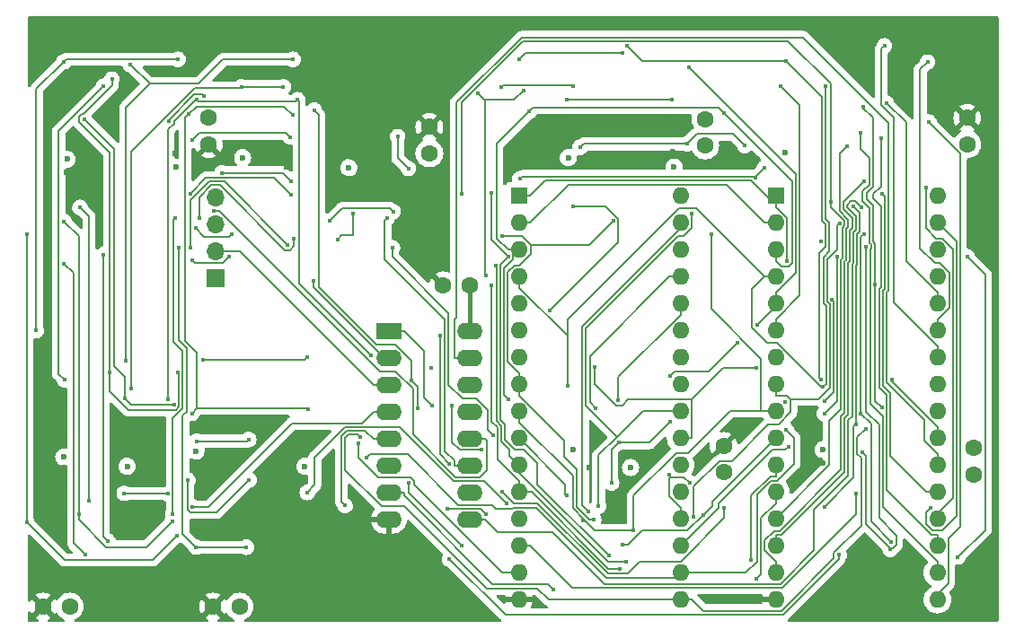
<source format=gbr>
%TF.GenerationSoftware,KiCad,Pcbnew,(6.0.2)*%
%TF.CreationDate,2022-07-24T16:40:57+01:00*%
%TF.ProjectId,Rosco_Hat_RAM,526f7363-6f5f-4486-9174-5f52414d2e6b,rev?*%
%TF.SameCoordinates,Original*%
%TF.FileFunction,Copper,L4,Bot*%
%TF.FilePolarity,Positive*%
%FSLAX46Y46*%
G04 Gerber Fmt 4.6, Leading zero omitted, Abs format (unit mm)*
G04 Created by KiCad (PCBNEW (6.0.2)) date 2022-07-24 16:40:57*
%MOMM*%
%LPD*%
G01*
G04 APERTURE LIST*
%TA.AperFunction,ComponentPad*%
%ADD10C,1.600000*%
%TD*%
%TA.AperFunction,ComponentPad*%
%ADD11R,1.600000X1.600000*%
%TD*%
%TA.AperFunction,ComponentPad*%
%ADD12O,1.600000X1.600000*%
%TD*%
%TA.AperFunction,ComponentPad*%
%ADD13R,1.700000X1.700000*%
%TD*%
%TA.AperFunction,ComponentPad*%
%ADD14O,1.700000X1.700000*%
%TD*%
%TA.AperFunction,ComponentPad*%
%ADD15R,2.400000X1.600000*%
%TD*%
%TA.AperFunction,ComponentPad*%
%ADD16O,2.400000X1.600000*%
%TD*%
%TA.AperFunction,ViaPad*%
%ADD17C,0.450000*%
%TD*%
%TA.AperFunction,ViaPad*%
%ADD18C,0.600000*%
%TD*%
%TA.AperFunction,Conductor*%
%ADD19C,0.200000*%
%TD*%
%TA.AperFunction,Conductor*%
%ADD20C,0.400000*%
%TD*%
G04 APERTURE END LIST*
D10*
%TO.P,C3,1,1*%
%TO.N,VCC*%
X123150000Y-110350000D03*
%TO.P,C3,2,2*%
%TO.N,GND*%
X120650000Y-110350000D03*
%TD*%
%TO.P,C7,1,1*%
%TO.N,VCC*%
X145350000Y-97150000D03*
%TO.P,C7,2,2*%
%TO.N,GND*%
X145350000Y-94650000D03*
%TD*%
%TO.P,C10,1,1*%
%TO.N,VCC*%
X170650000Y-128200000D03*
%TO.P,C10,2,2*%
%TO.N,GND*%
X170650000Y-125700000D03*
%TD*%
%TO.P,C12,1,1*%
%TO.N,VCC*%
X101450000Y-140650000D03*
%TO.P,C12,2,2*%
%TO.N,GND*%
X98950000Y-140650000D03*
%TD*%
%TO.P,C8,1,1*%
%TO.N,VCC*%
X170050000Y-97050000D03*
%TO.P,C8,2,2*%
%TO.N,GND*%
X170050000Y-94550000D03*
%TD*%
D11*
%TO.P,U4,1,A18*%
%TO.N,A19*%
X152000000Y-101900000D03*
D12*
%TO.P,U4,2,A16*%
%TO.N,A17*%
X152000000Y-104440000D03*
%TO.P,U4,3,A14*%
%TO.N,A15*%
X152000000Y-106980000D03*
%TO.P,U4,4,A12*%
%TO.N,A13*%
X152000000Y-109520000D03*
%TO.P,U4,5,A7*%
%TO.N,A8*%
X152000000Y-112060000D03*
%TO.P,U4,6,A6*%
%TO.N,A7*%
X152000000Y-114600000D03*
%TO.P,U4,7,A5*%
%TO.N,A6*%
X152000000Y-117140000D03*
%TO.P,U4,8,A4*%
%TO.N,A5*%
X152000000Y-119680000D03*
%TO.P,U4,9,A3*%
%TO.N,A4*%
X152000000Y-122220000D03*
%TO.P,U4,10,A2*%
%TO.N,A3*%
X152000000Y-124760000D03*
%TO.P,U4,11,A1*%
%TO.N,A2*%
X152000000Y-127300000D03*
%TO.P,U4,12,A0*%
%TO.N,A1*%
X152000000Y-129840000D03*
%TO.P,U4,13,DQ0*%
%TO.N,D8*%
X152000000Y-132380000D03*
%TO.P,U4,14,DQ1*%
%TO.N,D9*%
X152000000Y-134920000D03*
%TO.P,U4,15,DQ2*%
%TO.N,D10*%
X152000000Y-137460000D03*
%TO.P,U4,16,VSS*%
%TO.N,GND*%
X152000000Y-140000000D03*
%TO.P,U4,17,DQ3*%
%TO.N,D11*%
X167240000Y-140000000D03*
%TO.P,U4,18,DQ4*%
%TO.N,D12*%
X167240000Y-137460000D03*
%TO.P,U4,19,DQ5*%
%TO.N,D13*%
X167240000Y-134920000D03*
%TO.P,U4,20,DQ6*%
%TO.N,D14*%
X167240000Y-132380000D03*
%TO.P,U4,21,DQ7*%
%TO.N,D15*%
X167240000Y-129840000D03*
%TO.P,U4,22,CE*%
%TO.N,EVENRAMSEL*%
X167240000Y-127300000D03*
%TO.P,U4,23,A10*%
%TO.N,A11*%
X167240000Y-124760000D03*
%TO.P,U4,24,OE*%
%TO.N,WR*%
X167240000Y-122220000D03*
%TO.P,U4,25,A11*%
%TO.N,A12*%
X167240000Y-119680000D03*
%TO.P,U4,26,A9*%
%TO.N,A10*%
X167240000Y-117140000D03*
%TO.P,U4,27,A8*%
%TO.N,A9*%
X167240000Y-114600000D03*
%TO.P,U4,28,A13*%
%TO.N,A14*%
X167240000Y-112060000D03*
%TO.P,U4,29,WE*%
%TO.N,RW*%
X167240000Y-109520000D03*
%TO.P,U4,30,A17*%
%TO.N,A18*%
X167240000Y-106980000D03*
%TO.P,U4,31,A15*%
%TO.N,A16*%
X167240000Y-104440000D03*
%TO.P,U4,32,VCC*%
%TO.N,VCC*%
X167240000Y-101900000D03*
%TD*%
D10*
%TO.P,C2,1,1*%
%TO.N,VCC*%
X85450000Y-140650000D03*
%TO.P,C2,2,2*%
%TO.N,GND*%
X82950000Y-140650000D03*
%TD*%
D13*
%TO.P,J1,1,Pin_1*%
%TO.N,A20*%
X99171000Y-109683400D03*
D14*
%TO.P,J1,2,Pin_2*%
%TO.N,A21*%
X99171000Y-107143400D03*
%TO.P,J1,3,Pin_3*%
%TO.N,A22*%
X99171000Y-104603400D03*
%TO.P,J1,4,Pin_4*%
%TO.N,A23*%
X99171000Y-102063400D03*
%TD*%
D10*
%TO.P,C11,1,1*%
%TO.N,VCC*%
X147100000Y-128000000D03*
%TO.P,C11,2,2*%
%TO.N,GND*%
X147100000Y-125500000D03*
%TD*%
%TO.P,C9,1,1*%
%TO.N,VCC*%
X119350000Y-97900000D03*
%TO.P,C9,2,2*%
%TO.N,GND*%
X119350000Y-95400000D03*
%TD*%
D11*
%TO.P,U3,1,A18*%
%TO.N,A19*%
X127800000Y-101900000D03*
D12*
%TO.P,U3,2,A16*%
%TO.N,A17*%
X127800000Y-104440000D03*
%TO.P,U3,3,A14*%
%TO.N,A15*%
X127800000Y-106980000D03*
%TO.P,U3,4,A12*%
%TO.N,A13*%
X127800000Y-109520000D03*
%TO.P,U3,5,A7*%
%TO.N,A8*%
X127800000Y-112060000D03*
%TO.P,U3,6,A6*%
%TO.N,A7*%
X127800000Y-114600000D03*
%TO.P,U3,7,A5*%
%TO.N,A6*%
X127800000Y-117140000D03*
%TO.P,U3,8,A4*%
%TO.N,A5*%
X127800000Y-119680000D03*
%TO.P,U3,9,A3*%
%TO.N,A4*%
X127800000Y-122220000D03*
%TO.P,U3,10,A2*%
%TO.N,A3*%
X127800000Y-124760000D03*
%TO.P,U3,11,A1*%
%TO.N,A2*%
X127800000Y-127300000D03*
%TO.P,U3,12,A0*%
%TO.N,A1*%
X127800000Y-129840000D03*
%TO.P,U3,13,DQ0*%
%TO.N,D0*%
X127800000Y-132380000D03*
%TO.P,U3,14,DQ1*%
%TO.N,D1*%
X127800000Y-134920000D03*
%TO.P,U3,15,DQ2*%
%TO.N,D2*%
X127800000Y-137460000D03*
%TO.P,U3,16,VSS*%
%TO.N,GND*%
X127800000Y-140000000D03*
%TO.P,U3,17,DQ3*%
%TO.N,D3*%
X143040000Y-140000000D03*
%TO.P,U3,18,DQ4*%
%TO.N,D4*%
X143040000Y-137460000D03*
%TO.P,U3,19,DQ5*%
%TO.N,D5*%
X143040000Y-134920000D03*
%TO.P,U3,20,DQ6*%
%TO.N,D6*%
X143040000Y-132380000D03*
%TO.P,U3,21,DQ7*%
%TO.N,D7*%
X143040000Y-129840000D03*
%TO.P,U3,22,CE*%
%TO.N,ODDRAMSEL*%
X143040000Y-127300000D03*
%TO.P,U3,23,A10*%
%TO.N,A11*%
X143040000Y-124760000D03*
%TO.P,U3,24,OE*%
%TO.N,WR*%
X143040000Y-122220000D03*
%TO.P,U3,25,A11*%
%TO.N,A12*%
X143040000Y-119680000D03*
%TO.P,U3,26,A9*%
%TO.N,A10*%
X143040000Y-117140000D03*
%TO.P,U3,27,A8*%
%TO.N,A9*%
X143040000Y-114600000D03*
%TO.P,U3,28,A13*%
%TO.N,A14*%
X143040000Y-112060000D03*
%TO.P,U3,29,WE*%
%TO.N,RW*%
X143040000Y-109520000D03*
%TO.P,U3,30,A17*%
%TO.N,A18*%
X143040000Y-106980000D03*
%TO.P,U3,31,A15*%
%TO.N,A16*%
X143040000Y-104440000D03*
%TO.P,U3,32,VCC*%
%TO.N,VCC*%
X143040000Y-101900000D03*
%TD*%
D10*
%TO.P,C1,1,1*%
%TO.N,VCC*%
X98550000Y-94550000D03*
%TO.P,C1,2,2*%
%TO.N,GND*%
X98550000Y-97050000D03*
%TD*%
D15*
%TO.P,U1,1,E*%
%TO.N,ODDRAMSEL*%
X115525000Y-114675000D03*
D16*
%TO.P,U1,2,A0*%
%TO.N,A20*%
X115525000Y-117215000D03*
%TO.P,U1,3,A1*%
%TO.N,A21*%
X115525000Y-119755000D03*
%TO.P,U1,4,O0*%
%TO.N,ODDRAM0*%
X115525000Y-122295000D03*
%TO.P,U1,5,O1*%
%TO.N,ODDRAM1*%
X115525000Y-124835000D03*
%TO.P,U1,6,O2*%
%TO.N,ODDRAM2*%
X115525000Y-127375000D03*
%TO.P,U1,7,O3*%
%TO.N,ODDRAM3*%
X115525000Y-129915000D03*
%TO.P,U1,8,GND*%
%TO.N,GND*%
X115525000Y-132455000D03*
%TO.P,U1,9,O3*%
%TO.N,EVENRAM3*%
X123145000Y-132455000D03*
%TO.P,U1,10,O2*%
%TO.N,EVENRAM2*%
X123145000Y-129915000D03*
%TO.P,U1,11,O1*%
%TO.N,EVENRAM1*%
X123145000Y-127375000D03*
%TO.P,U1,12,O0*%
%TO.N,EVENRAM0*%
X123145000Y-124835000D03*
%TO.P,U1,13,A1*%
%TO.N,A21*%
X123145000Y-122295000D03*
%TO.P,U1,14,A0*%
%TO.N,A20*%
X123145000Y-119755000D03*
%TO.P,U1,15,E*%
%TO.N,EVENRAMSEL*%
X123145000Y-117215000D03*
%TO.P,U1,16,VCC*%
%TO.N,VCC*%
X123145000Y-114675000D03*
%TD*%
D17*
%TO.N,A20*%
X108433800Y-109930500D03*
X119523900Y-118109400D03*
%TO.N,A19*%
X125175000Y-101607700D03*
X126780300Y-107663300D03*
X153011900Y-108074300D03*
X86900600Y-135769400D03*
X136287600Y-135874000D03*
X84916900Y-108287700D03*
%TO.N,A17*%
X97327000Y-104958300D03*
X81404000Y-105525600D03*
X95579200Y-133961200D03*
X81403100Y-132729600D03*
X156231100Y-106170000D03*
X100727000Y-105531700D03*
%TO.N,A16*%
X86324700Y-131962200D03*
X166599454Y-131364011D03*
X84905700Y-104299700D03*
X115934300Y-103385700D03*
X95112800Y-132588200D03*
X134351200Y-131696100D03*
X109936100Y-104265000D03*
%TO.N,A13*%
X156473500Y-119915000D03*
X123938500Y-92233700D03*
X132361200Y-119805500D03*
X84962900Y-119259300D03*
X88621700Y-91565000D03*
X156692600Y-91565000D03*
X124723800Y-109433000D03*
X128199400Y-91958200D03*
%TO.N,A8*%
X150261200Y-114069200D03*
X143804200Y-89802700D03*
%TO.N,A7*%
X142041100Y-118898500D03*
X91219600Y-120092800D03*
X132928500Y-91565000D03*
X148402900Y-115763200D03*
X126145800Y-91632500D03*
X105591200Y-91607400D03*
X152459600Y-91565000D03*
X101630600Y-91634400D03*
%TO.N,A6*%
X94730400Y-121085000D03*
X113886700Y-116970700D03*
X106912600Y-92835000D03*
X97443500Y-92835000D03*
%TO.N,A5*%
X134832100Y-132472500D03*
X136666700Y-104265000D03*
X97633300Y-103990100D03*
X112120400Y-103565900D03*
X95154100Y-131947000D03*
X158019100Y-104479200D03*
X144267500Y-132215500D03*
X106592100Y-105970300D03*
X126239300Y-105729300D03*
X110694700Y-106032800D03*
X95429100Y-103990100D03*
%TO.N,A4*%
X138584300Y-133483900D03*
X145897000Y-105535000D03*
X160289500Y-105535000D03*
X133818700Y-132527700D03*
X162910900Y-134553100D03*
X160013500Y-122448000D03*
%TO.N,A3*%
X115875700Y-106797100D03*
X132300000Y-130200000D03*
X96845600Y-106805000D03*
X160488800Y-106696400D03*
X145153650Y-132003650D03*
X106006600Y-106530600D03*
X125319700Y-124452000D03*
X137535400Y-134834500D03*
X102084900Y-135057400D03*
X95757200Y-106805000D03*
X162788600Y-135276000D03*
X160162200Y-126062300D03*
X97343900Y-135055000D03*
%TO.N,A2*%
X149682500Y-136298600D03*
X125573500Y-108447600D03*
X137905600Y-136425000D03*
%TO.N,A1*%
X125223200Y-110365200D03*
X137284100Y-137089200D03*
X150172400Y-138035900D03*
%TO.N,D0*%
X124716800Y-131939900D03*
X147150000Y-131376700D03*
X126192400Y-129804500D03*
X121025400Y-131403700D03*
%TO.N,D1*%
X96608700Y-128737900D03*
X117397900Y-128989600D03*
X159529700Y-129991100D03*
X122394400Y-134899100D03*
X102364500Y-128705000D03*
%TO.N,D2*%
X97423300Y-125048100D03*
X142034200Y-123245000D03*
X102319700Y-124895000D03*
X112660700Y-125243200D03*
X137202500Y-125200000D03*
X136527800Y-128998900D03*
D18*
%TO.N,GND*%
X97715000Y-127435000D03*
X90650000Y-125600000D03*
X85000000Y-127550000D03*
X107385000Y-126165000D03*
X85150000Y-99700000D03*
X150250000Y-98400000D03*
X142300000Y-97750000D03*
X134435000Y-127535000D03*
X156400000Y-127100000D03*
X128350000Y-98900000D03*
X95385000Y-97915000D03*
X137985000Y-126265000D03*
X105915000Y-99185000D03*
D17*
%TO.N,D3*%
X112811100Y-124622700D03*
X160499200Y-123881700D03*
%TO.N,D4*%
X152985700Y-123987400D03*
X113420000Y-126601700D03*
%TO.N,D5*%
X153187500Y-125585800D03*
%TO.N,D6*%
X141955400Y-128236500D03*
X143902400Y-129004600D03*
%TO.N,D7*%
X90582400Y-129975000D03*
X126609000Y-130899000D03*
X94677400Y-130033600D03*
X107841600Y-129893500D03*
%TO.N,ODDRAM0*%
X97010000Y-131245000D03*
%TO.N,A11*%
X137960900Y-87780600D03*
X162940100Y-119231300D03*
X152985500Y-89201700D03*
X84905700Y-89238000D03*
X134949800Y-118061800D03*
X82303700Y-114614200D03*
X156260300Y-119231300D03*
X150140300Y-118146300D03*
X95652400Y-89025000D03*
%TO.N,WR*%
X159530900Y-123470000D03*
X86414400Y-102995000D03*
X159271200Y-102900700D03*
X144042100Y-103546100D03*
X135299300Y-131175000D03*
X156569900Y-131262300D03*
X87270900Y-130655800D03*
%TO.N,A12*%
X95613100Y-118545000D03*
X89182500Y-118545000D03*
X89426900Y-90883200D03*
%TO.N,A10*%
X162242800Y-87755000D03*
%TO.N,A9*%
X90730800Y-117484400D03*
X98010300Y-117351500D03*
X166298600Y-89292500D03*
X91167100Y-89512500D03*
X106505300Y-89025000D03*
X127808000Y-89025000D03*
X107841600Y-117094600D03*
X137511500Y-88395900D03*
%TO.N,A14*%
X152919000Y-121317400D03*
X98108100Y-92503400D03*
X94774900Y-94864700D03*
X137130600Y-121185000D03*
X157311200Y-111703200D03*
X132342300Y-92835000D03*
X86825700Y-94662600D03*
X95272600Y-121580700D03*
X90662400Y-121008600D03*
X162441100Y-93156100D03*
X156580400Y-121308500D03*
X142175600Y-92815600D03*
%TO.N,A15*%
X118262100Y-121921300D03*
X156588900Y-122455000D03*
X157786600Y-107609900D03*
X128768700Y-93941500D03*
X108487400Y-93827700D03*
X147131400Y-94105000D03*
X126842300Y-121138900D03*
X117686000Y-119304700D03*
%TO.N,A18*%
X170046500Y-107647400D03*
X89074600Y-134499400D03*
X96970600Y-107990100D03*
X157967100Y-135782600D03*
X169171600Y-135985700D03*
X88621700Y-107440000D03*
X121244900Y-136164700D03*
X100470500Y-107623700D03*
D18*
%TO.N,VCC*%
X142415000Y-99185000D03*
X156450000Y-125850000D03*
X97350000Y-126000000D03*
X95500000Y-99200000D03*
X107615000Y-127435000D03*
X84900000Y-126550000D03*
X90865000Y-127435000D03*
X152900000Y-97850000D03*
X132900000Y-125850000D03*
X101750000Y-98300000D03*
X85200000Y-98450000D03*
X111750000Y-99250000D03*
X132450000Y-98300000D03*
X138315000Y-127535000D03*
D17*
%TO.N,D8*%
X122391000Y-101725000D03*
X157177700Y-102444000D03*
X96828600Y-101674900D03*
X106292200Y-101767600D03*
%TO.N,D9*%
X160323200Y-100540700D03*
X106292200Y-100491600D03*
X150909427Y-99280473D03*
X127892000Y-100292400D03*
X150112700Y-100231000D03*
X99787400Y-99728500D03*
%TO.N,D10*%
X149071500Y-97163600D03*
X158704000Y-97192600D03*
X117374600Y-99324400D03*
X143625300Y-97004000D03*
X106197400Y-96346100D03*
X96981800Y-96645000D03*
X133553600Y-97337200D03*
X116362800Y-96310800D03*
%TO.N,D11*%
X166435700Y-94943500D03*
%TO.N,D12*%
X159950000Y-96000000D03*
%TO.N,D13*%
X161900000Y-96500000D03*
%TO.N,D14*%
X166132200Y-101123100D03*
%TO.N,D15*%
X161996800Y-101725000D03*
%TO.N,ODDRAMSEL*%
X121469500Y-121716900D03*
X119617900Y-121716900D03*
X124264300Y-125879300D03*
%TO.N,RW*%
X107912500Y-122047700D03*
X96960900Y-122437100D03*
X161381600Y-110244800D03*
X161989400Y-121857300D03*
X160212000Y-93538000D03*
X106463600Y-94303000D03*
X135010900Y-121929000D03*
X96676100Y-94198200D03*
%TO.N,EVENRAM0*%
X99038800Y-103333400D03*
%TO.N,ODDRAM1*%
X111399500Y-131136200D03*
%TO.N,EVENRAM1*%
X115377400Y-104022000D03*
%TO.N,EVENRAM2*%
X121204800Y-127163000D03*
X132861000Y-102886200D03*
X120335400Y-115063400D03*
X130683200Y-112737600D03*
%TO.N,ODDRAM3*%
X131073900Y-139022900D03*
%TO.N,EVENRAM3*%
X160049200Y-102995000D03*
%TD*%
D19*
%TO.N,A20*%
X108433800Y-109930500D02*
X108433800Y-110495400D01*
X108433800Y-110495400D02*
X115153400Y-117215000D01*
%TO.N,A21*%
X115525000Y-119755000D02*
X114074700Y-119755000D01*
X101463100Y-107143400D02*
X99171000Y-107143400D01*
X114074700Y-119755000D02*
X101463100Y-107143400D01*
%TO.N,A19*%
X129528000Y-127128000D02*
X129528000Y-129114300D01*
X128250000Y-125850000D02*
X129528000Y-127128000D01*
X127405766Y-125850000D02*
X128250000Y-125850000D01*
X153050400Y-104000700D02*
X153050400Y-108035800D01*
X127800000Y-101900000D02*
X128850300Y-101900000D01*
X126497400Y-123471300D02*
X126497400Y-124902600D01*
X126497400Y-124941634D02*
X127405766Y-125850000D01*
X126048900Y-123022800D02*
X126497400Y-123471300D01*
X152000000Y-102425100D02*
X152000000Y-102950300D01*
X130290500Y-100459800D02*
X149669400Y-100459800D01*
X152000000Y-102950300D02*
X153050400Y-104000700D01*
X136287600Y-135873900D02*
X136287600Y-135874000D01*
X126497400Y-124902600D02*
X126497400Y-124947100D01*
X125175000Y-101607700D02*
X125175000Y-106058000D01*
X129528000Y-129114300D02*
X136287600Y-135873900D01*
X126048900Y-108394700D02*
X126048900Y-123022800D01*
X149669400Y-100459800D02*
X151634700Y-102425100D01*
X126780300Y-107663300D02*
X126048900Y-108394700D01*
X85822000Y-109192800D02*
X85822000Y-134690800D01*
X125175000Y-106058000D02*
X126780300Y-107663300D01*
X84916900Y-108287700D02*
X85822000Y-109192800D01*
X85822000Y-134690800D02*
X86900600Y-135769400D01*
X128850300Y-101900000D02*
X130290500Y-100459800D01*
X153050400Y-108035800D02*
X153011900Y-108074300D01*
%TO.N,A17*%
X81404000Y-132728700D02*
X81403100Y-132729600D01*
X132457400Y-100832900D02*
X147342600Y-100832900D01*
X152000000Y-104440000D02*
X150949700Y-104440000D01*
X81404000Y-105525600D02*
X81404000Y-132728700D01*
X147342600Y-100832900D02*
X150949700Y-104440000D01*
X100509300Y-105749400D02*
X100727000Y-105531700D01*
X81404000Y-132728700D02*
X84956900Y-136281600D01*
X127800000Y-104440000D02*
X128850300Y-104440000D01*
X84956900Y-136281600D02*
X93258800Y-136281600D01*
X98118100Y-105749400D02*
X100509300Y-105749400D01*
X93258800Y-136281600D02*
X95579200Y-133961200D01*
X128850300Y-104440000D02*
X132457400Y-100832900D01*
X97327000Y-104958300D02*
X98118100Y-105749400D01*
%TO.N,A16*%
X84905700Y-104299700D02*
X86324700Y-105718700D01*
X169043700Y-132112100D02*
X167725400Y-133430400D01*
X86324700Y-131962200D02*
X86324700Y-132473800D01*
X88885500Y-135034600D02*
X92666400Y-135034600D01*
X166189600Y-131773865D02*
X166599454Y-131364011D01*
X111112600Y-103088500D02*
X115637100Y-103088500D01*
X167725400Y-133430400D02*
X166762400Y-133430400D01*
X166189600Y-132857600D02*
X166189600Y-131773865D01*
X109936100Y-104265000D02*
X111112600Y-103088500D01*
X115637100Y-103088500D02*
X115934300Y-103385700D01*
X167240000Y-104440000D02*
X169043700Y-106243700D01*
X166762400Y-133430400D02*
X166189600Y-132857600D01*
X86324700Y-132473800D02*
X88885500Y-135034600D01*
X92666400Y-135034600D02*
X95112800Y-132588200D01*
X143040000Y-104965100D02*
X133773300Y-114231800D01*
X133773300Y-131118200D02*
X134351200Y-131696100D01*
X169043700Y-106243700D02*
X169043700Y-132112100D01*
X133773300Y-114231800D02*
X133773300Y-131118200D01*
X86324700Y-105718700D02*
X86324700Y-131962200D01*
%TO.N,A13*%
X142922200Y-103037100D02*
X132361300Y-113598000D01*
X124631800Y-109341000D02*
X124631800Y-92835000D01*
X84423100Y-118719500D02*
X84962900Y-119259300D01*
X156735700Y-119652800D02*
X156473500Y-119915000D01*
X152096300Y-115739400D02*
X156271900Y-119915000D01*
X132361300Y-113598000D02*
X132361300Y-119805500D01*
X150949700Y-109520000D02*
X149763000Y-110706700D01*
X150949700Y-109520000D02*
X144466800Y-103037100D01*
X128199400Y-91958200D02*
X127322600Y-92835000D01*
X84423100Y-95763600D02*
X84423100Y-118719500D01*
X127800000Y-109520000D02*
X127800000Y-110570300D01*
X156485600Y-107743400D02*
X156485600Y-112045100D01*
X88621700Y-91565000D02*
X84423100Y-95763600D01*
X157060300Y-107168700D02*
X156485600Y-107743400D01*
X132361200Y-115131500D02*
X127800000Y-110570300D01*
X151187700Y-115739400D02*
X152096300Y-115739400D01*
X127322600Y-92835000D02*
X124631800Y-92835000D01*
X157060300Y-104453000D02*
X157060300Y-107168700D01*
X149763000Y-114314700D02*
X151187700Y-115739400D01*
X156735700Y-112295200D02*
X156735700Y-119652800D01*
X156485600Y-112045100D02*
X156735700Y-112295200D01*
X132361200Y-119805500D02*
X132361200Y-115131500D01*
X156702400Y-104095100D02*
X157060300Y-104453000D01*
X124723800Y-109433000D02*
X124631800Y-109341000D01*
X156702400Y-91574800D02*
X156702400Y-104095100D01*
X156271900Y-119915000D02*
X156473500Y-119915000D01*
X152000000Y-109520000D02*
X150949700Y-109520000D01*
X144466800Y-103037100D02*
X142922200Y-103037100D01*
X156692600Y-91565000D02*
X156702400Y-91574800D01*
X132361300Y-119805500D02*
X132361200Y-119805500D01*
X124539800Y-92835000D02*
X123938500Y-92233700D01*
X124631800Y-92835000D02*
X124539800Y-92835000D01*
X149763000Y-110706700D02*
X149763000Y-114314700D01*
%TO.N,A8*%
X150261200Y-114069200D02*
X152000000Y-112330400D01*
X153877500Y-109132200D02*
X153877500Y-99876000D01*
X152000000Y-111009700D02*
X153877500Y-109132200D01*
X152000000Y-112060000D02*
X152000000Y-111009700D01*
X153877500Y-99876000D02*
X143804200Y-89802700D01*
%TO.N,A7*%
X152000000Y-113549700D02*
X154227800Y-111321900D01*
X91219600Y-97723800D02*
X91219600Y-120092800D01*
X142470300Y-118469300D02*
X145696800Y-118469300D01*
X154227800Y-111321900D02*
X154227800Y-93333200D01*
X101630600Y-91634400D02*
X101547200Y-91717800D01*
X145696800Y-118469300D02*
X148402900Y-115763200D01*
X97225600Y-91717800D02*
X91219600Y-97723800D01*
X132846400Y-91482900D02*
X126295400Y-91482900D01*
X101547200Y-91717800D02*
X97225600Y-91717800D01*
X152000000Y-114600000D02*
X152000000Y-113549700D01*
X132928500Y-91565000D02*
X132846400Y-91482900D01*
X101657600Y-91607400D02*
X101630600Y-91634400D01*
X142041100Y-118898500D02*
X142470300Y-118469300D01*
X126295400Y-91482900D02*
X126145800Y-91632500D01*
X154227800Y-93333200D02*
X152459600Y-91565000D01*
X105591200Y-91607400D02*
X101657600Y-91607400D01*
%TO.N,A6*%
X94730400Y-95648400D02*
X95283700Y-95095100D01*
X107067400Y-110151400D02*
X107067400Y-92989800D01*
X95283700Y-95095100D02*
X95283700Y-94857400D01*
X107067400Y-92989800D02*
X106912600Y-92835000D01*
X113886700Y-116970700D02*
X107067400Y-110151400D01*
X97587200Y-92978700D02*
X106768900Y-92978700D01*
X97306100Y-92835000D02*
X97443500Y-92835000D01*
X106768900Y-92978700D02*
X106912600Y-92835000D01*
X94730400Y-121085000D02*
X94730400Y-95648400D01*
X95283700Y-94857400D02*
X97306100Y-92835000D01*
X97443500Y-92835000D02*
X97587200Y-92978700D01*
%TO.N,A5*%
X153418600Y-121098600D02*
X155973600Y-121098600D01*
X127360700Y-108469600D02*
X127835200Y-108469600D01*
X146665000Y-126949700D02*
X147844500Y-126949700D01*
X157786600Y-106937900D02*
X157786600Y-104711700D01*
X106592100Y-105970300D02*
X106592100Y-106632500D01*
X147844500Y-126949700D02*
X151304200Y-123490000D01*
X156835900Y-111900000D02*
X156835900Y-107888600D01*
X155973600Y-121098600D02*
X157086000Y-119986200D01*
X136666700Y-104265000D02*
X134401300Y-106530400D01*
X112120400Y-105649200D02*
X111078300Y-105649200D01*
X133212500Y-127714700D02*
X132035400Y-126537600D01*
X127800000Y-119680000D02*
X127800000Y-120730300D01*
X153418600Y-122317000D02*
X153418600Y-121098600D01*
X96107500Y-121969300D02*
X96107500Y-116561800D01*
X95250300Y-104168900D02*
X95429100Y-103990100D01*
X98766700Y-100904500D02*
X97633300Y-102037900D01*
X134455200Y-132472500D02*
X133212500Y-131229800D01*
X96107500Y-116561800D02*
X95250300Y-115704600D01*
X95250300Y-115704600D02*
X95250300Y-104168900D01*
X153050300Y-120730300D02*
X152000000Y-120730300D01*
X106202300Y-107022300D02*
X105760500Y-107022300D01*
X157086000Y-119986200D02*
X157086000Y-112150100D01*
X127800000Y-118629700D02*
X126749600Y-117579300D01*
X132035400Y-126537600D02*
X132035400Y-124965700D01*
X157786600Y-104711700D02*
X158019100Y-104479200D01*
X126749600Y-109080700D02*
X127360700Y-108469600D01*
X156835900Y-107888600D02*
X157786600Y-106937900D01*
X152000000Y-119680000D02*
X152000000Y-120730300D01*
X105760500Y-107022300D02*
X99642700Y-100904500D01*
X106592100Y-106632500D02*
X106202300Y-107022300D01*
X157086000Y-112150100D02*
X156835900Y-111900000D01*
X144267600Y-132215500D02*
X144267600Y-129347100D01*
X151304200Y-123490000D02*
X152245600Y-123490000D01*
X152245600Y-123490000D02*
X153418600Y-122317000D01*
X144267500Y-132215500D02*
X144267600Y-132215500D01*
X111078300Y-105649200D02*
X110694700Y-106032800D01*
X132035400Y-124965700D02*
X127800000Y-120730300D01*
X153418600Y-121098600D02*
X153050300Y-120730300D01*
X97633300Y-102037900D02*
X97633300Y-103990100D01*
X99642700Y-100904500D02*
X98766700Y-100904500D01*
X133212500Y-131229800D02*
X133212500Y-127714700D01*
X127800000Y-119154800D02*
X127800000Y-118629700D01*
X95154100Y-131947000D02*
X95154100Y-122922700D01*
X144267600Y-129347100D02*
X146665000Y-126949700D01*
X134832100Y-132472500D02*
X134455200Y-132472500D01*
X134401300Y-106530400D02*
X128878800Y-106530400D01*
X128878800Y-106530400D02*
X128077700Y-105729300D01*
X127835200Y-108469600D02*
X128878800Y-107426000D01*
X128077700Y-105729300D02*
X126239300Y-105729300D01*
X128878800Y-107426000D02*
X128878800Y-106530400D01*
X112120400Y-103565900D02*
X112120400Y-105649200D01*
X95154100Y-122922700D02*
X96107500Y-121969300D01*
X126749600Y-117579300D02*
X126749600Y-109080700D01*
%TO.N,A4*%
X132862200Y-128332500D02*
X127800000Y-123270300D01*
X132862200Y-131374900D02*
X132862200Y-128332500D01*
X145897000Y-112530600D02*
X145897000Y-105535000D01*
X150633700Y-122220000D02*
X147680500Y-122220000D01*
X160013500Y-105811000D02*
X160013500Y-122448000D01*
X150633700Y-122220000D02*
X150633700Y-117267300D01*
X138584300Y-133483900D02*
X134971200Y-133483900D01*
X134971200Y-133483900D02*
X133916900Y-132429500D01*
X147680500Y-122220000D02*
X143746600Y-126153900D01*
X152000000Y-122220000D02*
X150633700Y-122220000D01*
X160289500Y-105535000D02*
X160013500Y-105811000D01*
X142623100Y-126153900D02*
X138584300Y-130192700D01*
X127800000Y-122220000D02*
X127800000Y-123270300D01*
X133916900Y-132429500D02*
X132862200Y-131374900D01*
X160987900Y-123422400D02*
X160013500Y-122448000D01*
X150633700Y-117267300D02*
X145897000Y-112530600D01*
X133818700Y-132527700D02*
X133916900Y-132429500D01*
X160987900Y-132630100D02*
X160987900Y-123422400D01*
X162910900Y-134553100D02*
X160987900Y-132630100D01*
X138584300Y-130192700D02*
X138584300Y-133483900D01*
X143746600Y-126153900D02*
X142623100Y-126153900D01*
%TO.N,A3*%
X115875700Y-106797100D02*
X115875700Y-107668500D01*
X123787200Y-121025000D02*
X124840700Y-122078500D01*
X122461100Y-121025000D02*
X123787200Y-121025000D01*
X160512600Y-126412700D02*
X160512600Y-132911100D01*
X124840700Y-122078500D02*
X124840700Y-123973000D01*
X160162200Y-126062300D02*
X160512600Y-126412700D01*
X96845600Y-102330200D02*
X96845600Y-106805000D01*
X98621600Y-100554200D02*
X96845600Y-102330200D01*
X127800000Y-124760000D02*
X132170000Y-129130000D01*
X162788600Y-135187100D02*
X163000500Y-135187100D01*
X132170000Y-129130000D02*
X132170000Y-130070000D01*
X160488800Y-122251100D02*
X160488800Y-106696400D01*
X100030200Y-100554200D02*
X98621600Y-100554200D01*
X163386300Y-134801300D02*
X163386300Y-133967500D01*
X96107500Y-122640000D02*
X96457800Y-122289700D01*
X152000000Y-124760000D02*
X145991500Y-130768500D01*
X102084900Y-135057400D02*
X97346300Y-135057400D01*
X139396200Y-133474700D02*
X138036400Y-134834500D01*
X163000500Y-135187100D02*
X163386300Y-134801300D01*
X160512600Y-132911100D02*
X162788600Y-135187100D01*
X138036400Y-134834500D02*
X137535400Y-134834500D01*
X96457800Y-122289700D02*
X96457800Y-116241800D01*
X162788600Y-135276000D02*
X162788600Y-135187100D01*
X95757200Y-115541200D02*
X95757200Y-106805000D01*
X161732600Y-123494900D02*
X160488800Y-122251100D01*
X145153650Y-132003650D02*
X143682600Y-133474700D01*
X96457800Y-116241800D02*
X95757200Y-115541200D01*
X106006600Y-106530600D02*
X100030200Y-100554200D01*
X96107500Y-133818600D02*
X96107500Y-122640000D01*
X143682600Y-133474700D02*
X139396200Y-133474700D01*
X145991500Y-130768500D02*
X145991500Y-131165800D01*
X121161000Y-119724900D02*
X122461100Y-121025000D01*
X161732600Y-132313800D02*
X161732600Y-123494900D01*
X115875700Y-107668500D02*
X121161000Y-112953800D01*
X97343900Y-135055000D02*
X96107500Y-133818600D01*
X132170000Y-130070000D02*
X132300000Y-130200000D01*
X97346300Y-135057400D02*
X97343900Y-135055000D01*
X121161000Y-112953800D02*
X121161000Y-119724900D01*
X163386300Y-133967500D02*
X161732600Y-132313800D01*
X145991500Y-131165800D02*
X145153650Y-132003650D01*
X124840700Y-123973000D02*
X125319700Y-124452000D01*
%TO.N,A2*%
X151504600Y-128350300D02*
X149682600Y-130172300D01*
X126147100Y-125092200D02*
X126902450Y-125847550D01*
X149682600Y-130172300D02*
X149682600Y-136298600D01*
X152000000Y-127300000D02*
X152000000Y-128350300D01*
X136162100Y-136425000D02*
X137905600Y-136425000D01*
X127800000Y-127300000D02*
X127800000Y-128062900D01*
X125698500Y-108572600D02*
X125698500Y-123167800D01*
X126902450Y-125847550D02*
X126902450Y-126402450D01*
X126902450Y-126402450D02*
X127800000Y-127300000D01*
X126147100Y-123616400D02*
X126147100Y-125092200D01*
X125573500Y-108447600D02*
X125698500Y-108572600D01*
X127800000Y-128062900D02*
X136162100Y-136425000D01*
X149682600Y-136298600D02*
X149682500Y-136298600D01*
X125698500Y-123167800D02*
X126147100Y-123616400D01*
X152000000Y-128350300D02*
X151504600Y-128350300D01*
%TO.N,A1*%
X150581800Y-137626500D02*
X150172400Y-138035900D01*
X128972700Y-129840000D02*
X136221900Y-137089200D01*
X127800000Y-129840000D02*
X127800000Y-128789700D01*
X152000000Y-130890300D02*
X150581800Y-132308500D01*
X152000000Y-129840000D02*
X152000000Y-130890300D01*
X127800000Y-129840000D02*
X128972700Y-129840000D01*
X136221900Y-137089200D02*
X137284100Y-137089200D01*
X127800000Y-128789700D02*
X125796800Y-126786500D01*
X125223200Y-123187900D02*
X125223200Y-110365200D01*
X150581800Y-132308500D02*
X150581800Y-137626500D01*
X125796800Y-123761500D02*
X125223200Y-123187900D01*
X125796800Y-126786500D02*
X125796800Y-123761500D01*
%TO.N,D0*%
X127278200Y-130890300D02*
X129527600Y-130890300D01*
X124716800Y-131939900D02*
X124180600Y-131403700D01*
X124180600Y-131403700D02*
X121025400Y-131403700D01*
X126192400Y-129804500D02*
X127278200Y-130890300D01*
X129527600Y-130890300D02*
X136201900Y-137564600D01*
X143038400Y-136409600D02*
X147150000Y-132298000D01*
X136201900Y-137564600D02*
X138030600Y-137564600D01*
X138030600Y-137564600D02*
X139185600Y-136409600D01*
X147150000Y-132298000D02*
X147150000Y-131376700D01*
X139185600Y-136409600D02*
X143038400Y-136409600D01*
%TO.N,D1*%
X117397900Y-128989600D02*
X117397900Y-129902600D01*
X96533300Y-128813300D02*
X96533300Y-131476900D01*
X96850600Y-131794200D02*
X99275300Y-131794200D01*
X96533300Y-131476900D02*
X96850600Y-131794200D01*
X132792700Y-138862400D02*
X152607700Y-138862400D01*
X99275300Y-131794200D02*
X102364500Y-128705000D01*
X127800000Y-134920000D02*
X128850300Y-134920000D01*
X117397900Y-129902600D02*
X122394400Y-134899100D01*
X96608700Y-128737900D02*
X96533300Y-128813300D01*
X152607700Y-138862400D02*
X159529700Y-131940400D01*
X159529700Y-131940400D02*
X159529700Y-129991100D01*
X128850300Y-134920000D02*
X132792700Y-138862400D01*
%TO.N,D2*%
X112660700Y-126592400D02*
X112660700Y-125243200D01*
X136527800Y-125874700D02*
X137202500Y-125200000D01*
X140079200Y-125200000D02*
X142034200Y-123245000D01*
X117910200Y-128789700D02*
X117600900Y-128480400D01*
X117600900Y-128480400D02*
X114548700Y-128480400D01*
X136527800Y-128998900D02*
X136527800Y-125874700D01*
X102166600Y-125048100D02*
X102319700Y-124895000D01*
X126200900Y-137460000D02*
X117910200Y-129169300D01*
X114548700Y-128480400D02*
X112660700Y-126592400D01*
X137202500Y-125200000D02*
X140079200Y-125200000D01*
X127274900Y-137460000D02*
X126200900Y-137460000D01*
X117910200Y-129169300D02*
X117910200Y-128789700D01*
X97423300Y-125048100D02*
X102166600Y-125048100D01*
%TO.N,D3*%
X144090300Y-140000000D02*
X145140600Y-141050300D01*
X159686900Y-124694000D02*
X160499200Y-123881700D01*
X143565200Y-140000000D02*
X144090300Y-140000000D01*
X111399500Y-127758900D02*
X111399500Y-124719600D01*
X130598600Y-140000000D02*
X129548200Y-138949600D01*
X129548200Y-138949600D02*
X124749100Y-138949600D01*
X160037200Y-126609400D02*
X159686900Y-126259100D01*
X124749100Y-138949600D02*
X116984500Y-131185000D01*
X159686900Y-126259100D02*
X159686900Y-124694000D01*
X114825600Y-131185000D02*
X111399500Y-127758900D01*
X143040000Y-140000000D02*
X130598600Y-140000000D01*
X157491800Y-135585800D02*
X160037200Y-133040400D01*
X111719200Y-124399900D02*
X112588300Y-124399900D01*
X116984500Y-131185000D02*
X114825600Y-131185000D01*
X157491800Y-136085300D02*
X157491800Y-135585800D01*
X160037200Y-133040400D02*
X160037200Y-126609400D01*
X145140600Y-141050300D02*
X152526800Y-141050300D01*
X112588300Y-124399900D02*
X112811100Y-124622700D01*
X111399500Y-124719600D02*
X111719200Y-124399900D01*
X152526800Y-141050300D02*
X157491800Y-136085300D01*
%TO.N,D4*%
X143040000Y-137460000D02*
X149193400Y-137460000D01*
X122060000Y-131053300D02*
X125306700Y-131053300D01*
X152100800Y-128789600D02*
X151560700Y-128789600D01*
X151560700Y-128789600D02*
X150231500Y-130118800D01*
X113725100Y-126296600D02*
X117303300Y-126296600D01*
X153704000Y-124705700D02*
X153704000Y-127186400D01*
X150231500Y-136421900D02*
X149193400Y-137460000D01*
X113420000Y-126601700D02*
X113725100Y-126296600D01*
X136056800Y-137914900D02*
X143110300Y-137914900D01*
X125306700Y-131053300D02*
X125648000Y-131394600D01*
X125648000Y-131394600D02*
X127123400Y-131394600D01*
X127201800Y-131316200D02*
X129458100Y-131316200D01*
X153704000Y-127186400D02*
X152100800Y-128789600D01*
X150231500Y-130118800D02*
X150231500Y-136421900D01*
X127123400Y-131394600D02*
X127201800Y-131316200D01*
X129458100Y-131316200D02*
X136056800Y-137914900D01*
X152985700Y-123987400D02*
X153704000Y-124705700D01*
X117303300Y-126296600D02*
X122060000Y-131053300D01*
%TO.N,D5*%
X151667400Y-125854300D02*
X152919000Y-125854300D01*
X146585850Y-130935850D02*
X151667400Y-125854300D01*
X143040000Y-134920000D02*
X146585850Y-131374150D01*
X152919000Y-125854300D02*
X153187500Y-125585800D01*
X146585850Y-131374150D02*
X146585850Y-130935850D01*
%TO.N,D6*%
X142029100Y-128439800D02*
X143337600Y-128439800D01*
X143337600Y-128439800D02*
X143902400Y-129004600D01*
X142029100Y-128310200D02*
X141955400Y-128236500D01*
X142029100Y-128439800D02*
X142029100Y-128310200D01*
X141964200Y-128504700D02*
X142029100Y-128439800D01*
X143040000Y-131329700D02*
X141964200Y-130253900D01*
X143040000Y-132380000D02*
X143040000Y-131329700D01*
X141964200Y-130253900D02*
X141964200Y-128504700D01*
%TO.N,D7*%
X124543200Y-128833200D02*
X126609000Y-130899000D01*
X121673400Y-128833200D02*
X124543200Y-128833200D01*
X107841600Y-129893500D02*
X108554700Y-129180400D01*
X94618800Y-129975000D02*
X90582400Y-129975000D01*
X108554700Y-129180400D02*
X108554700Y-126573600D01*
X108554700Y-126573600D02*
X111429000Y-123699300D01*
X111429000Y-123699300D02*
X116539500Y-123699300D01*
X116539500Y-123699300D02*
X121673400Y-128833200D01*
X94677400Y-130033600D02*
X94618800Y-129975000D01*
%TO.N,ODDRAM0*%
X115525000Y-122295000D02*
X114074700Y-122295000D01*
X113020700Y-123349000D02*
X106433700Y-123349000D01*
X114074700Y-122295000D02*
X113020700Y-123349000D01*
X106433700Y-123349000D02*
X98537700Y-131245000D01*
X98537700Y-131245000D02*
X97010000Y-131245000D01*
%TO.N,A11*%
X156135300Y-119106300D02*
X156260300Y-119231300D01*
X144090300Y-124760000D02*
X144090300Y-121130500D01*
X152985500Y-89201700D02*
X156352100Y-92568300D01*
X162940100Y-119409800D02*
X162940100Y-119231300D01*
X167240000Y-123709700D02*
X162940100Y-119409800D01*
X134949800Y-119684400D02*
X134949800Y-118061800D01*
X144090300Y-121130500D02*
X138086800Y-121130500D01*
X156352100Y-104240200D02*
X156710000Y-104598100D01*
X156710000Y-106718400D02*
X156135300Y-107293100D01*
X82303700Y-91840000D02*
X84905700Y-89238000D01*
X152985500Y-89201700D02*
X139382000Y-89201700D01*
X139382000Y-89201700D02*
X137960900Y-87780600D01*
X95652400Y-89025000D02*
X85118700Y-89025000D01*
X156352100Y-92568300D02*
X156352100Y-104240200D01*
X147074500Y-118146300D02*
X150140300Y-118146300D01*
X143040000Y-124760000D02*
X144090300Y-124760000D01*
X136937400Y-121672000D02*
X134949800Y-119684400D01*
X156135300Y-107293100D02*
X156135300Y-119106300D01*
X85118700Y-89025000D02*
X84905700Y-89238000D01*
X167240000Y-124760000D02*
X167240000Y-123709700D01*
X156710000Y-104598100D02*
X156710000Y-106718400D01*
X144090300Y-121130500D02*
X147074500Y-118146300D01*
X137545300Y-121672000D02*
X136937400Y-121672000D01*
X138086800Y-121130500D02*
X137545300Y-121672000D01*
X82303700Y-114614200D02*
X82303700Y-91840000D01*
%TO.N,WR*%
X143299300Y-105710000D02*
X144090400Y-104918900D01*
X159663100Y-108387200D02*
X159663100Y-105489000D01*
X139466000Y-122220000D02*
X143040000Y-122220000D01*
X134124100Y-121737000D02*
X134124100Y-114410400D01*
X159538100Y-108512200D02*
X159663100Y-108387200D01*
X137036600Y-124649400D02*
X134124100Y-121737000D01*
X144090400Y-104918900D02*
X144090400Y-103594400D01*
X139466000Y-122220000D02*
X137036600Y-124649400D01*
X159530900Y-123470000D02*
X159336600Y-123664300D01*
X159663100Y-105489000D02*
X159895600Y-105256500D01*
X159336600Y-128495600D02*
X156569900Y-131262300D01*
X159895600Y-103525100D02*
X159271200Y-102900700D01*
X87270900Y-103851500D02*
X87270900Y-130655800D01*
X144090400Y-103594400D02*
X144042100Y-103546100D01*
X159538100Y-123462800D02*
X159538100Y-108512200D01*
X142824500Y-105710000D02*
X143299300Y-105710000D01*
X134124100Y-114410400D02*
X142824500Y-105710000D01*
X135299300Y-126386700D02*
X135299300Y-131175000D01*
X159895600Y-105256500D02*
X159895600Y-103525100D01*
X86414400Y-102995000D02*
X87270900Y-103851500D01*
X159336600Y-123664300D02*
X159336600Y-128495600D01*
X137036600Y-124649400D02*
X135299300Y-126386700D01*
X159530900Y-123470000D02*
X159538100Y-123462800D01*
%TO.N,A12*%
X89182500Y-97794800D02*
X86315400Y-94927700D01*
X95757200Y-121768300D02*
X95438700Y-122086800D01*
X95613100Y-118545000D02*
X95757200Y-118689100D01*
X95438700Y-122086800D02*
X90961700Y-122086800D01*
X90961700Y-122086800D02*
X89182500Y-120307600D01*
X95757200Y-118689100D02*
X95757200Y-121768300D01*
X86591100Y-94187200D02*
X86745400Y-94187200D01*
X86315400Y-94927700D02*
X86315400Y-94462900D01*
X86315400Y-94462900D02*
X86591100Y-94187200D01*
X89426900Y-91505700D02*
X89426900Y-90883200D01*
X86745400Y-94187200D02*
X89426900Y-91505700D01*
X89182500Y-120307600D02*
X89182500Y-118545000D01*
X89182500Y-118545000D02*
X89182500Y-97794800D01*
%TO.N,A10*%
X163129900Y-111979600D02*
X163129900Y-94517400D01*
X161963200Y-88034600D02*
X162242800Y-87755000D01*
X163129900Y-94517400D02*
X161963200Y-93350700D01*
X167240000Y-116089700D02*
X163129900Y-111979600D01*
X161963200Y-93350700D02*
X161963200Y-88034600D01*
X167240000Y-117140000D02*
X167240000Y-116089700D01*
%TO.N,A9*%
X165618000Y-89973100D02*
X166298600Y-89292500D01*
X99918300Y-89025000D02*
X106505300Y-89025000D01*
X97606400Y-91336900D02*
X99918300Y-89025000D01*
X167468200Y-108250000D02*
X167022800Y-108250000D01*
X167022800Y-108250000D02*
X165618000Y-106845200D01*
X167240000Y-113549700D02*
X168343000Y-112446700D01*
X168343000Y-109124800D02*
X167468200Y-108250000D01*
X137511500Y-88395900D02*
X128437100Y-88395900D01*
X128437100Y-88395900D02*
X127808000Y-89025000D01*
X165618000Y-106845200D02*
X165618000Y-89973100D01*
X168343000Y-112446700D02*
X168343000Y-109124800D01*
X107584700Y-117351500D02*
X107841600Y-117094600D01*
X92991500Y-91336900D02*
X91167100Y-89512500D01*
X90730800Y-93597600D02*
X90730800Y-117484400D01*
X167240000Y-114600000D02*
X167240000Y-113549700D01*
X92991500Y-91336900D02*
X97606400Y-91336900D01*
X98010300Y-117351500D02*
X107584700Y-117351500D01*
X92991500Y-91336900D02*
X90730800Y-93597600D01*
%TO.N,A14*%
X97191700Y-92347700D02*
X94774900Y-94764500D01*
X142175600Y-92815600D02*
X132361700Y-92815600D01*
X167240000Y-112060000D02*
X167240000Y-111009700D01*
X94774900Y-94764500D02*
X94774900Y-94864700D01*
X157311200Y-111703200D02*
X157436300Y-111828300D01*
X98108100Y-92503400D02*
X97952400Y-92347700D01*
X137130600Y-121185000D02*
X137130600Y-119019700D01*
X97952400Y-92347700D02*
X97191700Y-92347700D01*
X95272600Y-121580700D02*
X91234500Y-121580700D01*
X164267500Y-108037200D02*
X164267500Y-94982500D01*
X89610900Y-97447800D02*
X86825700Y-94662600D01*
X89610900Y-117932100D02*
X89610900Y-97447800D01*
X90662400Y-118983600D02*
X89610900Y-117932100D01*
X137130600Y-119019700D02*
X143040000Y-113110300D01*
X132361700Y-92815600D02*
X132342300Y-92835000D01*
X164267500Y-94982500D02*
X162441100Y-93156100D01*
X167240000Y-111009700D02*
X164267500Y-108037200D01*
X157436300Y-111828300D02*
X157436300Y-120452600D01*
X157436300Y-120452600D02*
X156580400Y-121308500D01*
X91234500Y-121580700D02*
X90662400Y-121008600D01*
X143040000Y-112060000D02*
X143040000Y-113110300D01*
X90662400Y-121008600D02*
X90662400Y-118983600D01*
%TO.N,A15*%
X108930300Y-110496500D02*
X114378800Y-115945000D01*
X127266000Y-107870600D02*
X126399200Y-108737400D01*
X118262100Y-119880800D02*
X117686000Y-119304700D01*
X128768700Y-93941500D02*
X129110600Y-93599600D01*
X153527200Y-100500800D02*
X153527200Y-108242300D01*
X129110600Y-93599600D02*
X146626000Y-93599600D01*
X157786600Y-121257300D02*
X157786600Y-107609900D01*
X118262100Y-121921300D02*
X118262100Y-119880800D01*
X108930300Y-94270600D02*
X108930300Y-110496500D01*
X126399200Y-120695800D02*
X126842300Y-121138900D01*
X126399200Y-108737400D02*
X126399200Y-120695800D01*
X125720600Y-96989600D02*
X128768700Y-93941500D01*
X108487400Y-93827700D02*
X108930300Y-94270600D01*
X153527200Y-108242300D02*
X153215800Y-108553700D01*
X127266000Y-106980000D02*
X127266000Y-107870600D01*
X156588900Y-122455000D02*
X157786600Y-121257300D01*
X117686000Y-117469800D02*
X117686000Y-119304700D01*
X125720600Y-105925100D02*
X125720600Y-96989600D01*
X127266000Y-106980000D02*
X126775500Y-106980000D01*
X153215800Y-108553700D02*
X152523400Y-108553700D01*
X114378800Y-115945000D02*
X116161200Y-115945000D01*
X116161200Y-115945000D02*
X117686000Y-117469800D01*
X147131400Y-94105000D02*
X153527200Y-100500800D01*
X152000000Y-106980000D02*
X152000000Y-108030300D01*
X146626000Y-93599600D02*
X147131400Y-94105000D01*
X126775500Y-106980000D02*
X125720600Y-105925100D01*
X152523400Y-108553700D02*
X152000000Y-108030300D01*
%TO.N,A18*%
X121244900Y-136164700D02*
X126518400Y-141438200D01*
X88621700Y-107440000D02*
X88621700Y-134046500D01*
X99850400Y-108243800D02*
X100470500Y-107623700D01*
X171722000Y-133435300D02*
X169171600Y-135985700D01*
X126518400Y-141438200D02*
X152700600Y-141438200D01*
X170046500Y-107647400D02*
X171722000Y-109322900D01*
X97224300Y-108243800D02*
X99850400Y-108243800D01*
X96970600Y-107990100D02*
X97224300Y-108243800D01*
X88621700Y-134046500D02*
X89074600Y-134499400D01*
X152700600Y-141438200D02*
X157967100Y-136171700D01*
X171722000Y-109322900D02*
X171722000Y-133435300D01*
X157967100Y-136171700D02*
X157967100Y-135782600D01*
D20*
%TO.N,VCC*%
X123145000Y-114675000D02*
X123145000Y-110355000D01*
D19*
%TO.N,D8*%
X157177700Y-91329100D02*
X157177700Y-102444000D01*
X158494400Y-104282400D02*
X157177700Y-102965700D01*
X158136900Y-122077600D02*
X158136900Y-107931800D01*
X106292200Y-101767600D02*
X104728500Y-100203900D01*
X122391000Y-101725000D02*
X122391000Y-93096900D01*
X104728500Y-100203900D02*
X98299600Y-100203900D01*
X128185200Y-87302700D02*
X153151300Y-87302700D01*
X98299600Y-100203900D02*
X96828600Y-101674900D01*
X158261900Y-107806800D02*
X158261900Y-104908600D01*
X152000000Y-132380000D02*
X157064300Y-127315700D01*
X158494400Y-104676100D02*
X158494400Y-104282400D01*
X157064300Y-123150200D02*
X158136900Y-122077600D01*
X122391000Y-93096900D02*
X128185200Y-87302700D01*
X158136900Y-107931800D02*
X158261900Y-107806800D01*
X153151300Y-87302700D02*
X157177700Y-91329100D01*
X157177700Y-102965700D02*
X157177700Y-102444000D01*
X157064300Y-127315700D02*
X157064300Y-123150200D01*
X158261900Y-104908600D02*
X158494400Y-104676100D01*
%TO.N,D9*%
X152000000Y-133869700D02*
X152548600Y-133869700D01*
X152000000Y-134920000D02*
X152000000Y-133869700D01*
X158837500Y-122542800D02*
X158837500Y-108222000D01*
X158837500Y-108222000D02*
X158962500Y-108097000D01*
X150112700Y-100077200D02*
X150909427Y-99280473D01*
X106292200Y-100491600D02*
X105529100Y-99728500D01*
X158353700Y-103150900D02*
X158353700Y-102510200D01*
X158962500Y-105198800D02*
X159195000Y-104966300D01*
X150112700Y-100077200D02*
X128107200Y-100077200D01*
X158487200Y-122893100D02*
X158837500Y-122542800D01*
X159195000Y-103992200D02*
X158353700Y-103150900D01*
X159195000Y-104966300D02*
X159195000Y-103992200D01*
X105529100Y-99728500D02*
X99787400Y-99728500D01*
X152548600Y-133869700D02*
X158487200Y-127931100D01*
X158962500Y-108097000D02*
X158962500Y-105198800D01*
X158353700Y-102510200D02*
X160323200Y-100540700D01*
X128107200Y-100077200D02*
X127892000Y-100292400D01*
X150112700Y-100231000D02*
X150112700Y-100077200D01*
X158487200Y-127931100D02*
X158487200Y-122893100D01*
%TO.N,D10*%
X158003400Y-97893200D02*
X158704000Y-97192600D01*
X158612200Y-105053700D02*
X158844700Y-104821200D01*
X105844300Y-95993000D02*
X106197400Y-96346100D01*
X158844700Y-104137400D02*
X158003400Y-103296100D01*
X158844700Y-104821200D02*
X158844700Y-104137400D01*
X116362800Y-96310800D02*
X116362800Y-98312600D01*
X151843100Y-133519400D02*
X152350300Y-133519400D01*
X158003400Y-103296100D02*
X158003400Y-97893200D01*
X152000000Y-137460000D02*
X152000000Y-136409700D01*
X133886800Y-97004000D02*
X143625300Y-97004000D01*
X144547700Y-96081600D02*
X147989500Y-96081600D01*
X150932100Y-135341800D02*
X150932100Y-134430400D01*
X152350300Y-133519400D02*
X158136900Y-127732800D01*
X158136900Y-122748000D02*
X158487200Y-122397700D01*
X143625300Y-97004000D02*
X144547700Y-96081600D01*
X147989500Y-96081600D02*
X149071500Y-97163600D01*
X158487200Y-108076900D02*
X158612200Y-107951900D01*
X96981800Y-96645000D02*
X97633800Y-95993000D01*
X150932100Y-134430400D02*
X151843100Y-133519400D01*
X133553600Y-97337200D02*
X133886800Y-97004000D01*
X158612200Y-107951900D02*
X158612200Y-105053700D01*
X158136900Y-127732800D02*
X158136900Y-122748000D01*
X158487200Y-122397700D02*
X158487200Y-108076900D01*
X116362800Y-98312600D02*
X117374600Y-99324400D01*
X97633800Y-95993000D02*
X105844300Y-95993000D01*
X152000000Y-136409700D02*
X150932100Y-135341800D01*
%TO.N,D11*%
X167240000Y-139474800D02*
X168290400Y-138424400D01*
X169410200Y-133098600D02*
X169410200Y-97918000D01*
X168290400Y-138424400D02*
X168290400Y-134218400D01*
X168290400Y-134218400D02*
X169410200Y-133098600D01*
X169410200Y-97918000D02*
X166435700Y-94943500D01*
%TO.N,D12*%
X160964100Y-106893300D02*
X160964100Y-106499500D01*
X160813400Y-100886600D02*
X160200000Y-101500000D01*
X160813400Y-100886600D02*
X160813400Y-98336600D01*
X167240000Y-136409700D02*
X162083000Y-131252700D01*
X162083000Y-122682400D02*
X160888700Y-121488100D01*
X159950000Y-97473200D02*
X159950000Y-96000000D01*
X162083000Y-131252700D02*
X162083000Y-122682400D01*
X167240000Y-137460000D02*
X167240000Y-136409700D01*
X160964100Y-106499500D02*
X160813400Y-106348800D01*
X160888700Y-106968700D02*
X160964100Y-106893300D01*
X160888700Y-121488100D02*
X160888700Y-106968700D01*
X160813400Y-98336600D02*
X159950000Y-97473200D01*
X160813400Y-106348800D02*
X160813400Y-103036600D01*
X160200000Y-101500000D02*
X160200000Y-102423200D01*
X160200000Y-102423200D02*
X160813400Y-103036600D01*
%TO.N,D13*%
X166665600Y-133869700D02*
X162464700Y-129668800D01*
X162464700Y-129668800D02*
X162464700Y-120665700D01*
X167240000Y-133869700D02*
X166665600Y-133869700D01*
X167240000Y-134920000D02*
X167240000Y-133869700D01*
X161150000Y-102100000D02*
X161921500Y-102871500D01*
X161900000Y-96500000D02*
X161900000Y-101000000D01*
X161764100Y-110689400D02*
X161921500Y-110532000D01*
X161150000Y-101750000D02*
X161150000Y-102100000D01*
X161900000Y-101000000D02*
X161150000Y-101750000D01*
X161764100Y-119965100D02*
X161764100Y-110689400D01*
X161921500Y-102871500D02*
X161921500Y-110532000D01*
X162464700Y-120665700D02*
X161764100Y-119965100D01*
%TO.N,D14*%
X166132200Y-104938200D02*
X166132200Y-101123100D01*
X168693400Y-130401400D02*
X168693400Y-106943700D01*
X167123600Y-105929600D02*
X166132200Y-104938200D01*
X167679300Y-105929600D02*
X167123600Y-105929600D01*
X167240000Y-131854800D02*
X168693400Y-130401400D01*
X168693400Y-106943700D02*
X167679300Y-105929600D01*
%TO.N,D15*%
X167240000Y-129840000D02*
X166189700Y-129840000D01*
X162271800Y-102000000D02*
X161996800Y-101725000D01*
X162271800Y-110677100D02*
X162271800Y-102000000D01*
X162815000Y-126465300D02*
X162815000Y-120520600D01*
X162114400Y-119820000D02*
X162114400Y-110834500D01*
X162815000Y-120520600D02*
X162114400Y-119820000D01*
X166189700Y-129840000D02*
X162815000Y-126465300D01*
X162114400Y-110834500D02*
X162271800Y-110677100D01*
%TO.N,ODDRAMSEL*%
X115525000Y-114675000D02*
X116975300Y-114675000D01*
X121469500Y-125159900D02*
X121469500Y-121716900D01*
X122194900Y-125885300D02*
X121469500Y-125159900D01*
X124258300Y-125885300D02*
X122194900Y-125885300D01*
X116975300Y-114675000D02*
X118849300Y-116549000D01*
X118849300Y-120948300D02*
X119617900Y-121716900D01*
X124264300Y-125879300D02*
X124258300Y-125885300D01*
X118849300Y-116549000D02*
X118849300Y-120948300D01*
%TO.N,RW*%
X97421200Y-121976800D02*
X97421200Y-116709700D01*
X160550000Y-101650000D02*
X160550000Y-102222600D01*
X107841600Y-121976800D02*
X107912500Y-122047700D01*
X134474400Y-121392500D02*
X134474400Y-117035300D01*
X161163700Y-101036300D02*
X161163700Y-94513700D01*
X161163700Y-106203700D02*
X161163700Y-102836300D01*
X135010900Y-121929000D02*
X134474400Y-121392500D01*
X161381600Y-110244800D02*
X161381600Y-106421600D01*
X160550000Y-102222600D02*
X161163700Y-102836300D01*
X161163700Y-94513700D02*
X160200000Y-93550000D01*
X97421200Y-121976800D02*
X107841600Y-121976800D01*
X96335200Y-94539100D02*
X96676100Y-94198200D01*
X161381600Y-106421600D02*
X161163700Y-106203700D01*
X160550000Y-101650000D02*
X161163700Y-101036300D01*
X96335200Y-115623700D02*
X96335200Y-94539100D01*
X161381600Y-121249500D02*
X161381600Y-110244800D01*
X161989400Y-121857300D02*
X161381600Y-121249500D01*
X143040000Y-109520000D02*
X141989700Y-109520000D01*
X97421200Y-116709700D02*
X96335200Y-115623700D01*
X134474400Y-117035300D02*
X141989700Y-109520000D01*
X97399200Y-93475100D02*
X105635700Y-93475100D01*
X96676100Y-94198200D02*
X97399200Y-93475100D01*
X97421200Y-121976800D02*
X96960900Y-122437100D01*
X105635700Y-93475100D02*
X106463600Y-94303000D01*
%TO.N,EVENRAMSEL*%
X162622100Y-94990900D02*
X154583600Y-86952400D01*
X167240000Y-126249700D02*
X166007400Y-125017100D01*
X166007400Y-125017100D02*
X166007400Y-123042300D01*
X121694700Y-113599100D02*
X121694700Y-117215000D01*
X162464700Y-119499600D02*
X162464700Y-110979600D01*
X162464700Y-110979600D02*
X162622100Y-110822200D01*
X121906400Y-113387400D02*
X121694700Y-113599100D01*
X121906400Y-93086100D02*
X121906400Y-113387400D01*
X166007400Y-123042300D02*
X162464700Y-119499600D01*
X162622100Y-110822200D02*
X162622100Y-94990900D01*
X128040100Y-86952400D02*
X121906400Y-93086100D01*
X167240000Y-127300000D02*
X167240000Y-126249700D01*
X154583600Y-86952400D02*
X128040100Y-86952400D01*
X123145000Y-117215000D02*
X121694700Y-117215000D01*
%TO.N,EVENRAM0*%
X124739600Y-127772900D02*
X124739600Y-124979300D01*
X124739600Y-124979300D02*
X124595300Y-124835000D01*
X123145000Y-124835000D02*
X124595300Y-124835000D01*
X99577300Y-103333400D02*
X114728900Y-118485000D01*
X121820800Y-128451100D02*
X124061400Y-128451100D01*
X117786800Y-124417100D02*
X121820800Y-128451100D01*
X116172900Y-118485000D02*
X117786800Y-120098900D01*
X114728900Y-118485000D02*
X116172900Y-118485000D01*
X117786800Y-120098900D02*
X117786800Y-124417100D01*
X124061400Y-128451100D02*
X124739600Y-127772900D01*
X99038800Y-103333400D02*
X99577300Y-103333400D01*
%TO.N,ODDRAM1*%
X113289300Y-124049600D02*
X111574100Y-124049600D01*
X111049200Y-130785900D02*
X111399500Y-131136200D01*
X111574100Y-124049600D02*
X111049200Y-124574500D01*
X114074700Y-124835000D02*
X113289300Y-124049600D01*
X111049200Y-124574500D02*
X111049200Y-130785900D01*
X115525000Y-124835000D02*
X114074700Y-124835000D01*
%TO.N,EVENRAM1*%
X123145000Y-127375000D02*
X121694700Y-127375000D01*
X115377400Y-104022000D02*
X115151300Y-104248100D01*
X121694700Y-126879500D02*
X121694700Y-127375000D01*
X120810700Y-125995500D02*
X121694700Y-126879500D01*
X120810700Y-113594300D02*
X120810700Y-125995500D01*
X115151300Y-107934900D02*
X120810700Y-113594300D01*
X115151300Y-104248100D02*
X115151300Y-107934900D01*
%TO.N,EVENRAM2*%
X137142100Y-104052600D02*
X137142100Y-106278700D01*
X120335400Y-115063400D02*
X120335400Y-126293600D01*
X135975700Y-102886200D02*
X137142100Y-104052600D01*
X132861000Y-102886200D02*
X135975700Y-102886200D01*
X137142100Y-106278700D02*
X130683200Y-112737600D01*
X120335400Y-126293600D02*
X121204800Y-127163000D01*
%TO.N,ODDRAM3*%
X116975300Y-130186900D02*
X116975300Y-129915000D01*
X125298800Y-138510400D02*
X116975300Y-130186900D01*
X115525000Y-129915000D02*
X116975300Y-129915000D01*
X130561400Y-138510400D02*
X125298800Y-138510400D01*
X131073900Y-139022900D02*
X130561400Y-138510400D01*
%TO.N,EVENRAM3*%
X158837500Y-128322500D02*
X158837500Y-123038200D01*
X123145000Y-132455000D02*
X124595300Y-132455000D01*
X159074400Y-102425400D02*
X159479600Y-102425400D01*
X158704000Y-102795800D02*
X159074400Y-102425400D01*
X159312800Y-105343900D02*
X159545300Y-105111400D01*
X159479600Y-102425400D02*
X160049200Y-102995000D01*
X158837500Y-123038200D02*
X159187800Y-122687900D01*
X124595300Y-132455000D02*
X125790300Y-133650000D01*
X135845400Y-138512100D02*
X152462600Y-138512100D01*
X155610400Y-135364300D02*
X155610400Y-131549600D01*
X155610400Y-131549600D02*
X158837500Y-128322500D01*
X159545300Y-103847100D02*
X158704000Y-103005800D01*
X130983300Y-133650000D02*
X135845400Y-138512100D01*
X159312800Y-108242100D02*
X159312800Y-105343900D01*
X159545300Y-105111400D02*
X159545300Y-103847100D01*
X125790300Y-133650000D02*
X130983300Y-133650000D01*
X158704000Y-103005800D02*
X158704000Y-102795800D01*
X159187800Y-122687900D02*
X159187800Y-108367100D01*
X152462600Y-138512100D02*
X155610400Y-135364300D01*
X159187800Y-108367100D02*
X159312800Y-108242100D01*
%TD*%
%TA.AperFunction,Conductor*%
%TO.N,GND*%
G36*
X110074182Y-123977502D02*
G01*
X110120675Y-124031158D01*
X110130779Y-124101432D01*
X110101285Y-124166012D01*
X110095156Y-124172595D01*
X108158466Y-126109285D01*
X108146075Y-126120152D01*
X108120713Y-126139613D01*
X108096226Y-126171525D01*
X108096223Y-126171528D01*
X108096217Y-126171536D01*
X108033636Y-126253093D01*
X108023176Y-126266724D01*
X107999490Y-126323908D01*
X107970089Y-126394888D01*
X107961862Y-126414749D01*
X107960529Y-126424877D01*
X107946200Y-126533715D01*
X107946198Y-126533715D01*
X107946196Y-126533749D01*
X107945966Y-126535493D01*
X107917229Y-126600414D01*
X107857955Y-126639492D01*
X107800967Y-126641400D01*
X107800790Y-126642881D01*
X107620680Y-126621404D01*
X107613677Y-126622140D01*
X107613676Y-126622140D01*
X107447288Y-126639628D01*
X107447286Y-126639629D01*
X107440288Y-126640364D01*
X107268579Y-126698818D01*
X107262575Y-126702512D01*
X107120095Y-126790166D01*
X107120092Y-126790168D01*
X107114088Y-126793862D01*
X107109053Y-126798793D01*
X107109050Y-126798795D01*
X107006934Y-126898795D01*
X106984493Y-126920771D01*
X106886235Y-127073238D01*
X106883826Y-127079858D01*
X106883824Y-127079861D01*
X106845047Y-127186400D01*
X106824197Y-127243685D01*
X106801463Y-127423640D01*
X106819163Y-127604160D01*
X106876418Y-127776273D01*
X106880065Y-127782295D01*
X106880066Y-127782297D01*
X106959085Y-127912773D01*
X106970380Y-127931424D01*
X106975269Y-127936487D01*
X106975270Y-127936488D01*
X107048150Y-128011957D01*
X107096382Y-128061902D01*
X107134242Y-128086677D01*
X107228255Y-128148197D01*
X107248159Y-128161222D01*
X107254763Y-128163678D01*
X107254765Y-128163679D01*
X107411558Y-128221990D01*
X107411560Y-128221990D01*
X107418168Y-128224448D01*
X107501995Y-128235633D01*
X107590980Y-128247507D01*
X107590984Y-128247507D01*
X107597961Y-128248438D01*
X107604972Y-128247800D01*
X107604976Y-128247800D01*
X107747459Y-128234832D01*
X107778600Y-128231998D01*
X107785305Y-128229819D01*
X107792201Y-128228404D01*
X107792695Y-128230808D01*
X107852214Y-128229100D01*
X107913017Y-128265754D01*
X107944352Y-128329462D01*
X107946200Y-128350965D01*
X107946200Y-128876161D01*
X107926198Y-128944282D01*
X107909295Y-128965256D01*
X107732317Y-129142234D01*
X107682119Y-129169710D01*
X107683095Y-129172578D01*
X107533982Y-129223340D01*
X107533979Y-129223341D01*
X107527315Y-129225610D01*
X107464695Y-129264134D01*
X107394839Y-129307110D01*
X107387155Y-129311837D01*
X107362171Y-129336303D01*
X107298897Y-129398266D01*
X107269582Y-129426973D01*
X107180438Y-129565297D01*
X107178027Y-129571920D01*
X107178026Y-129571923D01*
X107126566Y-129713309D01*
X107126565Y-129713314D01*
X107124156Y-129719932D01*
X107103531Y-129883194D01*
X107119589Y-130046968D01*
X107171532Y-130203115D01*
X107184370Y-130224313D01*
X107252532Y-130336860D01*
X107256779Y-130343873D01*
X107261670Y-130348938D01*
X107261671Y-130348939D01*
X107315386Y-130404563D01*
X107371091Y-130462247D01*
X107508789Y-130552354D01*
X107663028Y-130609715D01*
X107670009Y-130610646D01*
X107670011Y-130610647D01*
X107819161Y-130630548D01*
X107819165Y-130630548D01*
X107826142Y-130631479D01*
X107833153Y-130630841D01*
X107833157Y-130630841D01*
X107983003Y-130617204D01*
X107983004Y-130617204D01*
X107990024Y-130616565D01*
X108023977Y-130605533D01*
X108139830Y-130567890D01*
X108139833Y-130567889D01*
X108146529Y-130565713D01*
X108287879Y-130481451D01*
X108407049Y-130367968D01*
X108424926Y-130341061D01*
X108494214Y-130236775D01*
X108494215Y-130236773D01*
X108498115Y-130230903D01*
X108556551Y-130077068D01*
X108557531Y-130070092D01*
X108559284Y-130063267D01*
X108561753Y-130063901D01*
X108586188Y-130009954D01*
X108592572Y-130003077D01*
X108950934Y-129644715D01*
X108963325Y-129633848D01*
X108982137Y-129619413D01*
X108988687Y-129614387D01*
X109013174Y-129582475D01*
X109013178Y-129582471D01*
X109086224Y-129487276D01*
X109147538Y-129339251D01*
X109151284Y-129310801D01*
X109162013Y-129229301D01*
X109168451Y-129180400D01*
X109164278Y-129148701D01*
X109163200Y-129132256D01*
X109163200Y-126877839D01*
X109183202Y-126809718D01*
X109200105Y-126788744D01*
X110225605Y-125763244D01*
X110287917Y-125729218D01*
X110358732Y-125734283D01*
X110415568Y-125776830D01*
X110440379Y-125843350D01*
X110440700Y-125852339D01*
X110440700Y-130737764D01*
X110439622Y-130754207D01*
X110435450Y-130785900D01*
X110440700Y-130825780D01*
X110440700Y-130825785D01*
X110450339Y-130899000D01*
X110456362Y-130944751D01*
X110517676Y-131092776D01*
X110522703Y-131099327D01*
X110522704Y-131099329D01*
X110590720Y-131187969D01*
X110590726Y-131187975D01*
X110615213Y-131219887D01*
X110621763Y-131224913D01*
X110621764Y-131224914D01*
X110637009Y-131236612D01*
X110679862Y-131296802D01*
X110692520Y-131334852D01*
X110729432Y-131445815D01*
X110733081Y-131451840D01*
X110802737Y-131566854D01*
X110814679Y-131586573D01*
X110819570Y-131591638D01*
X110819571Y-131591639D01*
X110827358Y-131599703D01*
X110928991Y-131704947D01*
X111066689Y-131795054D01*
X111220928Y-131852415D01*
X111227909Y-131853346D01*
X111227911Y-131853347D01*
X111377061Y-131873248D01*
X111377065Y-131873248D01*
X111384042Y-131874179D01*
X111391053Y-131873541D01*
X111391057Y-131873541D01*
X111540903Y-131859904D01*
X111540904Y-131859904D01*
X111547924Y-131859265D01*
X111596114Y-131843607D01*
X111697730Y-131810590D01*
X111697733Y-131810589D01*
X111704429Y-131808413D01*
X111845779Y-131724151D01*
X111964949Y-131610668D01*
X111977592Y-131591639D01*
X112052114Y-131479475D01*
X112052115Y-131479473D01*
X112056015Y-131473603D01*
X112114451Y-131319768D01*
X112130368Y-131206512D01*
X112136802Y-131160734D01*
X112136803Y-131160727D01*
X112137353Y-131156810D01*
X112137641Y-131136200D01*
X112119298Y-130972666D01*
X112103342Y-130926845D01*
X112079252Y-130857669D01*
X112065180Y-130817260D01*
X112054514Y-130800190D01*
X111981709Y-130683679D01*
X111977976Y-130677705D01*
X111903142Y-130602347D01*
X111866986Y-130565937D01*
X111866982Y-130565934D01*
X111862022Y-130560939D01*
X111728166Y-130475990D01*
X111728164Y-130475989D01*
X111723080Y-130472763D01*
X111723647Y-130471870D01*
X111676006Y-130428422D01*
X111657700Y-130363015D01*
X111657700Y-129181839D01*
X111677702Y-129113718D01*
X111731358Y-129067225D01*
X111801632Y-129057121D01*
X111866212Y-129086615D01*
X111872795Y-129092744D01*
X114166035Y-131385984D01*
X114200061Y-131448296D01*
X114194996Y-131519111D01*
X114166035Y-131564174D01*
X114123084Y-131607125D01*
X114116028Y-131615533D01*
X113991069Y-131793993D01*
X113985586Y-131803489D01*
X113893510Y-132000947D01*
X113889764Y-132011239D01*
X113843606Y-132183503D01*
X113843942Y-132197599D01*
X113851884Y-132201000D01*
X115653000Y-132201000D01*
X115721121Y-132221002D01*
X115767614Y-132274658D01*
X115779000Y-132327000D01*
X115779000Y-133744885D01*
X115783475Y-133760124D01*
X115784865Y-133761329D01*
X115792548Y-133763000D01*
X115979365Y-133763000D01*
X115984830Y-133762762D01*
X116147519Y-133748528D01*
X116158312Y-133746625D01*
X116368761Y-133690236D01*
X116379053Y-133686490D01*
X116576511Y-133594414D01*
X116586007Y-133588931D01*
X116764467Y-133463972D01*
X116772875Y-133456916D01*
X116926916Y-133302875D01*
X116933972Y-133294467D01*
X117058931Y-133116007D01*
X117064414Y-133106511D01*
X117156490Y-132909053D01*
X117160236Y-132898761D01*
X117216625Y-132688312D01*
X117218528Y-132677520D01*
X117226993Y-132580771D01*
X117252857Y-132514653D01*
X117310360Y-132473013D01*
X117381248Y-132469073D01*
X117441609Y-132502658D01*
X120586977Y-135648026D01*
X120621003Y-135710338D01*
X120615938Y-135781153D01*
X120603794Y-135805375D01*
X120587557Y-135830570D01*
X120587555Y-135830575D01*
X120583738Y-135836497D01*
X120578298Y-135851443D01*
X120529866Y-135984509D01*
X120529865Y-135984514D01*
X120527456Y-135991132D01*
X120506831Y-136154394D01*
X120522889Y-136318168D01*
X120574832Y-136474315D01*
X120578481Y-136480340D01*
X120655926Y-136608215D01*
X120660079Y-136615073D01*
X120774391Y-136733447D01*
X120912089Y-136823554D01*
X121066328Y-136880915D01*
X121073314Y-136881847D01*
X121076955Y-136882755D01*
X121135569Y-136915918D01*
X126054085Y-141834434D01*
X126064952Y-141846825D01*
X126084413Y-141872187D01*
X126090722Y-141877028D01*
X126124681Y-141939217D01*
X126119616Y-142010032D01*
X126077069Y-142066868D01*
X126010549Y-142091679D01*
X126001560Y-142092000D01*
X102022145Y-142092000D01*
X101954024Y-142071998D01*
X101907531Y-142018342D01*
X101897427Y-141948068D01*
X101926921Y-141883488D01*
X101968895Y-141851805D01*
X102101762Y-141789849D01*
X102101767Y-141789846D01*
X102106749Y-141787523D01*
X102211611Y-141714098D01*
X102289789Y-141659357D01*
X102289792Y-141659355D01*
X102294300Y-141656198D01*
X102456198Y-141494300D01*
X102587523Y-141306749D01*
X102589846Y-141301767D01*
X102589849Y-141301762D01*
X102681961Y-141104225D01*
X102681961Y-141104224D01*
X102684284Y-141099243D01*
X102687281Y-141088060D01*
X102742119Y-140883402D01*
X102742119Y-140883400D01*
X102743543Y-140878087D01*
X102763498Y-140650000D01*
X102743543Y-140421913D01*
X102741145Y-140412962D01*
X102685707Y-140206067D01*
X102685706Y-140206065D01*
X102684284Y-140200757D01*
X102680440Y-140192514D01*
X102589849Y-139998238D01*
X102589846Y-139998233D01*
X102587523Y-139993251D01*
X102456198Y-139805700D01*
X102294300Y-139643802D01*
X102289792Y-139640645D01*
X102289789Y-139640643D01*
X102178886Y-139562988D01*
X102106749Y-139512477D01*
X102101767Y-139510154D01*
X102101762Y-139510151D01*
X101904225Y-139418039D01*
X101904224Y-139418039D01*
X101899243Y-139415716D01*
X101893935Y-139414294D01*
X101893933Y-139414293D01*
X101683402Y-139357881D01*
X101683400Y-139357881D01*
X101678087Y-139356457D01*
X101450000Y-139336502D01*
X101221913Y-139356457D01*
X101216600Y-139357881D01*
X101216598Y-139357881D01*
X101006067Y-139414293D01*
X101006065Y-139414294D01*
X101000757Y-139415716D01*
X100995776Y-139418039D01*
X100995775Y-139418039D01*
X100798238Y-139510151D01*
X100798233Y-139510154D01*
X100793251Y-139512477D01*
X100721114Y-139562988D01*
X100610211Y-139640643D01*
X100610208Y-139640645D01*
X100605700Y-139643802D01*
X100443802Y-139805700D01*
X100312477Y-139993251D01*
X100310153Y-139998235D01*
X100308829Y-140000528D01*
X100257447Y-140049521D01*
X100187733Y-140062957D01*
X100121822Y-140036571D01*
X100090591Y-140000528D01*
X100083934Y-139988998D01*
X100047491Y-139936952D01*
X100037012Y-139928576D01*
X100023566Y-139935644D01*
X99322022Y-140637188D01*
X99314408Y-140651132D01*
X99314539Y-140652965D01*
X99318790Y-140659580D01*
X100024287Y-141365077D01*
X100036062Y-141371507D01*
X100048077Y-141362211D01*
X100083934Y-141311002D01*
X100090591Y-141299472D01*
X100141973Y-141250479D01*
X100211687Y-141237042D01*
X100277598Y-141263429D01*
X100308829Y-141299472D01*
X100310153Y-141301765D01*
X100312477Y-141306749D01*
X100443802Y-141494300D01*
X100605700Y-141656198D01*
X100610208Y-141659355D01*
X100610211Y-141659357D01*
X100688389Y-141714098D01*
X100793251Y-141787523D01*
X100798233Y-141789846D01*
X100798238Y-141789849D01*
X100931105Y-141851805D01*
X100984390Y-141898722D01*
X101003851Y-141966999D01*
X100983309Y-142034959D01*
X100929287Y-142081025D01*
X100877855Y-142092000D01*
X99520962Y-142092000D01*
X99452841Y-142071998D01*
X99406348Y-142018342D01*
X99396244Y-141948068D01*
X99425738Y-141883488D01*
X99467712Y-141851805D01*
X99601511Y-141789414D01*
X99611006Y-141783931D01*
X99663048Y-141747491D01*
X99671424Y-141737012D01*
X99664356Y-141723566D01*
X98962812Y-141022022D01*
X98948868Y-141014408D01*
X98947035Y-141014539D01*
X98940420Y-141018790D01*
X98234923Y-141724287D01*
X98228493Y-141736062D01*
X98237789Y-141748077D01*
X98288994Y-141783931D01*
X98298489Y-141789414D01*
X98432288Y-141851805D01*
X98485573Y-141898722D01*
X98505034Y-141967000D01*
X98484492Y-142034960D01*
X98430469Y-142081025D01*
X98379038Y-142092000D01*
X86022145Y-142092000D01*
X85954024Y-142071998D01*
X85907531Y-142018342D01*
X85897427Y-141948068D01*
X85926921Y-141883488D01*
X85968895Y-141851805D01*
X86101762Y-141789849D01*
X86101767Y-141789846D01*
X86106749Y-141787523D01*
X86211611Y-141714098D01*
X86289789Y-141659357D01*
X86289792Y-141659355D01*
X86294300Y-141656198D01*
X86456198Y-141494300D01*
X86587523Y-141306749D01*
X86589846Y-141301767D01*
X86589849Y-141301762D01*
X86681961Y-141104225D01*
X86681961Y-141104224D01*
X86684284Y-141099243D01*
X86687281Y-141088060D01*
X86742119Y-140883402D01*
X86742119Y-140883400D01*
X86743543Y-140878087D01*
X86763019Y-140655475D01*
X97637483Y-140655475D01*
X97656472Y-140872519D01*
X97658375Y-140883312D01*
X97714764Y-141093761D01*
X97718510Y-141104053D01*
X97810586Y-141301511D01*
X97816069Y-141311006D01*
X97852509Y-141363048D01*
X97862988Y-141371424D01*
X97876434Y-141364356D01*
X98577978Y-140662812D01*
X98585592Y-140648868D01*
X98585461Y-140647035D01*
X98581210Y-140640420D01*
X97875713Y-139934923D01*
X97863938Y-139928493D01*
X97851923Y-139937789D01*
X97816069Y-139988994D01*
X97810586Y-139998489D01*
X97718510Y-140195947D01*
X97714764Y-140206239D01*
X97658375Y-140416688D01*
X97656472Y-140427481D01*
X97637483Y-140644525D01*
X97637483Y-140655475D01*
X86763019Y-140655475D01*
X86763498Y-140650000D01*
X86743543Y-140421913D01*
X86741145Y-140412962D01*
X86685707Y-140206067D01*
X86685706Y-140206065D01*
X86684284Y-140200757D01*
X86680440Y-140192514D01*
X86589849Y-139998238D01*
X86589846Y-139998233D01*
X86587523Y-139993251D01*
X86456198Y-139805700D01*
X86294300Y-139643802D01*
X86289792Y-139640645D01*
X86289789Y-139640643D01*
X86178886Y-139562988D01*
X98228576Y-139562988D01*
X98235644Y-139576434D01*
X98937188Y-140277978D01*
X98951132Y-140285592D01*
X98952965Y-140285461D01*
X98959580Y-140281210D01*
X99665077Y-139575713D01*
X99671507Y-139563938D01*
X99662211Y-139551923D01*
X99611006Y-139516069D01*
X99601511Y-139510586D01*
X99404053Y-139418510D01*
X99393761Y-139414764D01*
X99183312Y-139358375D01*
X99172519Y-139356472D01*
X98955475Y-139337483D01*
X98944525Y-139337483D01*
X98727481Y-139356472D01*
X98716688Y-139358375D01*
X98506239Y-139414764D01*
X98495947Y-139418510D01*
X98298489Y-139510586D01*
X98288994Y-139516069D01*
X98236952Y-139552509D01*
X98228576Y-139562988D01*
X86178886Y-139562988D01*
X86106749Y-139512477D01*
X86101767Y-139510154D01*
X86101762Y-139510151D01*
X85904225Y-139418039D01*
X85904224Y-139418039D01*
X85899243Y-139415716D01*
X85893935Y-139414294D01*
X85893933Y-139414293D01*
X85683402Y-139357881D01*
X85683400Y-139357881D01*
X85678087Y-139356457D01*
X85450000Y-139336502D01*
X85221913Y-139356457D01*
X85216600Y-139357881D01*
X85216598Y-139357881D01*
X85006067Y-139414293D01*
X85006065Y-139414294D01*
X85000757Y-139415716D01*
X84995776Y-139418039D01*
X84995775Y-139418039D01*
X84798238Y-139510151D01*
X84798233Y-139510154D01*
X84793251Y-139512477D01*
X84721114Y-139562988D01*
X84610211Y-139640643D01*
X84610208Y-139640645D01*
X84605700Y-139643802D01*
X84443802Y-139805700D01*
X84312477Y-139993251D01*
X84310153Y-139998235D01*
X84308829Y-140000528D01*
X84257447Y-140049521D01*
X84187733Y-140062957D01*
X84121822Y-140036571D01*
X84090591Y-140000528D01*
X84083934Y-139988998D01*
X84047491Y-139936952D01*
X84037012Y-139928576D01*
X84023566Y-139935644D01*
X83322022Y-140637188D01*
X83314408Y-140651132D01*
X83314539Y-140652965D01*
X83318790Y-140659580D01*
X84024287Y-141365077D01*
X84036062Y-141371507D01*
X84048077Y-141362211D01*
X84083934Y-141311002D01*
X84090591Y-141299472D01*
X84141973Y-141250479D01*
X84211687Y-141237042D01*
X84277598Y-141263429D01*
X84308829Y-141299472D01*
X84310153Y-141301765D01*
X84312477Y-141306749D01*
X84443802Y-141494300D01*
X84605700Y-141656198D01*
X84610208Y-141659355D01*
X84610211Y-141659357D01*
X84688389Y-141714098D01*
X84793251Y-141787523D01*
X84798233Y-141789846D01*
X84798238Y-141789849D01*
X84931105Y-141851805D01*
X84984390Y-141898722D01*
X85003851Y-141966999D01*
X84983309Y-142034959D01*
X84929287Y-142081025D01*
X84877855Y-142092000D01*
X83520962Y-142092000D01*
X83452841Y-142071998D01*
X83406348Y-142018342D01*
X83396244Y-141948068D01*
X83425738Y-141883488D01*
X83467712Y-141851805D01*
X83601511Y-141789414D01*
X83611006Y-141783931D01*
X83663048Y-141747491D01*
X83671424Y-141737012D01*
X83664356Y-141723566D01*
X82962812Y-141022022D01*
X82948868Y-141014408D01*
X82947035Y-141014539D01*
X82940420Y-141018790D01*
X82234923Y-141724287D01*
X82228493Y-141736062D01*
X82237789Y-141748077D01*
X82288994Y-141783931D01*
X82298489Y-141789414D01*
X82432288Y-141851805D01*
X82485573Y-141898722D01*
X82505034Y-141967000D01*
X82484492Y-142034960D01*
X82430469Y-142081025D01*
X82379038Y-142092000D01*
X81630132Y-142092000D01*
X81562011Y-142071998D01*
X81515518Y-142018342D01*
X81504132Y-141965991D01*
X81504183Y-141212767D01*
X81524190Y-141144648D01*
X81577848Y-141098159D01*
X81648123Y-141088060D01*
X81712702Y-141117557D01*
X81744378Y-141159526D01*
X81810586Y-141301511D01*
X81816069Y-141311006D01*
X81852509Y-141363048D01*
X81862988Y-141371424D01*
X81876434Y-141364356D01*
X82577978Y-140662812D01*
X82585592Y-140648868D01*
X82585461Y-140647035D01*
X82581210Y-140640420D01*
X81875713Y-139934923D01*
X81863938Y-139928493D01*
X81851923Y-139937789D01*
X81816069Y-139988994D01*
X81810586Y-139998489D01*
X81744454Y-140140310D01*
X81697537Y-140193595D01*
X81629259Y-140213056D01*
X81561299Y-140192514D01*
X81515234Y-140138491D01*
X81504259Y-140087051D01*
X81504262Y-140049521D01*
X81504295Y-139562988D01*
X82228576Y-139562988D01*
X82235644Y-139576434D01*
X82937188Y-140277978D01*
X82951132Y-140285592D01*
X82952965Y-140285461D01*
X82959580Y-140281210D01*
X83665077Y-139575713D01*
X83671507Y-139563938D01*
X83662211Y-139551923D01*
X83611006Y-139516069D01*
X83601511Y-139510586D01*
X83404053Y-139418510D01*
X83393761Y-139414764D01*
X83183312Y-139358375D01*
X83172519Y-139356472D01*
X82955475Y-139337483D01*
X82944525Y-139337483D01*
X82727481Y-139356472D01*
X82716688Y-139358375D01*
X82506239Y-139414764D01*
X82495947Y-139418510D01*
X82298489Y-139510586D01*
X82288994Y-139516069D01*
X82236952Y-139552509D01*
X82228576Y-139562988D01*
X81504295Y-139562988D01*
X81504672Y-133994101D01*
X81524679Y-133925983D01*
X81578337Y-133879494D01*
X81648612Y-133869395D01*
X81713191Y-133898892D01*
X81719767Y-133905016D01*
X84492585Y-136677834D01*
X84503452Y-136690225D01*
X84522913Y-136715587D01*
X84554825Y-136740074D01*
X84554828Y-136740077D01*
X84597823Y-136773068D01*
X84650025Y-136813124D01*
X84798050Y-136874438D01*
X84917015Y-136890100D01*
X84917020Y-136890100D01*
X84917029Y-136890101D01*
X84948712Y-136894272D01*
X84956900Y-136895350D01*
X84988593Y-136891178D01*
X85005036Y-136890100D01*
X93210664Y-136890100D01*
X93227107Y-136891178D01*
X93258800Y-136895350D01*
X93266989Y-136894272D01*
X93298674Y-136890101D01*
X93298684Y-136890100D01*
X93298685Y-136890100D01*
X93298701Y-136890098D01*
X93398257Y-136876991D01*
X93409464Y-136875516D01*
X93409466Y-136875515D01*
X93417651Y-136874438D01*
X93565676Y-136813124D01*
X93585685Y-136797771D01*
X93660872Y-136740077D01*
X93660875Y-136740074D01*
X93682241Y-136723679D01*
X93692787Y-136715587D01*
X93703278Y-136701915D01*
X93712252Y-136690221D01*
X93723119Y-136677830D01*
X95690028Y-134710921D01*
X95740187Y-134680183D01*
X95877429Y-134635590D01*
X95884129Y-134633413D01*
X95911169Y-134617294D01*
X95979924Y-134599595D01*
X96047333Y-134621878D01*
X96064780Y-134636429D01*
X96593385Y-135165034D01*
X96623848Y-135214357D01*
X96673832Y-135364615D01*
X96677481Y-135370640D01*
X96737849Y-135470318D01*
X96759079Y-135505373D01*
X96873391Y-135623747D01*
X97011089Y-135713854D01*
X97165328Y-135771215D01*
X97172309Y-135772146D01*
X97172311Y-135772147D01*
X97321461Y-135792048D01*
X97321465Y-135792048D01*
X97328442Y-135792979D01*
X97335453Y-135792341D01*
X97335457Y-135792341D01*
X97485303Y-135778704D01*
X97485304Y-135778704D01*
X97492324Y-135778065D01*
X97534688Y-135764300D01*
X97642130Y-135729390D01*
X97642133Y-135729389D01*
X97648829Y-135727213D01*
X97721871Y-135683671D01*
X97786389Y-135665900D01*
X101637578Y-135665900D01*
X101706571Y-135686468D01*
X101752089Y-135716254D01*
X101906328Y-135773615D01*
X101913309Y-135774546D01*
X101913311Y-135774547D01*
X102062461Y-135794448D01*
X102062465Y-135794448D01*
X102069442Y-135795379D01*
X102076453Y-135794741D01*
X102076457Y-135794741D01*
X102226303Y-135781104D01*
X102226304Y-135781104D01*
X102233324Y-135780465D01*
X102279874Y-135765340D01*
X102383130Y-135731790D01*
X102383133Y-135731789D01*
X102389829Y-135729613D01*
X102531179Y-135645351D01*
X102650349Y-135531868D01*
X102654250Y-135525997D01*
X102737514Y-135400675D01*
X102737515Y-135400673D01*
X102741415Y-135394803D01*
X102799851Y-135240968D01*
X102811916Y-135155119D01*
X102822202Y-135081934D01*
X102822203Y-135081927D01*
X102822753Y-135078010D01*
X102823041Y-135057400D01*
X102804698Y-134893866D01*
X102750580Y-134738460D01*
X102745719Y-134730680D01*
X102667109Y-134604879D01*
X102663376Y-134598905D01*
X102588760Y-134523766D01*
X102552386Y-134487137D01*
X102552382Y-134487134D01*
X102547422Y-134482139D01*
X102408480Y-134393963D01*
X102291876Y-134352442D01*
X102260089Y-134341123D01*
X102260087Y-134341122D01*
X102253455Y-134338761D01*
X102246469Y-134337928D01*
X102246465Y-134337927D01*
X102128312Y-134323839D01*
X102090053Y-134319277D01*
X102083050Y-134320013D01*
X102083049Y-134320013D01*
X102046648Y-134323839D01*
X101926395Y-134336478D01*
X101919727Y-134338748D01*
X101777282Y-134387240D01*
X101777279Y-134387241D01*
X101770615Y-134389510D01*
X101715819Y-134423221D01*
X101704445Y-134430218D01*
X101638423Y-134448900D01*
X97794435Y-134448900D01*
X97726921Y-134429285D01*
X97673436Y-134395342D01*
X97673430Y-134395339D01*
X97667480Y-134391563D01*
X97512455Y-134336361D01*
X97511482Y-134336245D01*
X97453319Y-134303870D01*
X96752905Y-133603456D01*
X96718879Y-133541144D01*
X96716000Y-133514361D01*
X96716000Y-132721522D01*
X113842273Y-132721522D01*
X113889764Y-132898761D01*
X113893510Y-132909053D01*
X113985586Y-133106511D01*
X113991069Y-133116007D01*
X114116028Y-133294467D01*
X114123084Y-133302875D01*
X114277125Y-133456916D01*
X114285533Y-133463972D01*
X114463993Y-133588931D01*
X114473489Y-133594414D01*
X114670947Y-133686490D01*
X114681239Y-133690236D01*
X114891688Y-133746625D01*
X114902481Y-133748528D01*
X115065170Y-133762762D01*
X115070635Y-133763000D01*
X115252885Y-133763000D01*
X115268124Y-133758525D01*
X115269329Y-133757135D01*
X115271000Y-133749452D01*
X115271000Y-132727115D01*
X115266525Y-132711876D01*
X115265135Y-132710671D01*
X115257452Y-132709000D01*
X113857033Y-132709000D01*
X113843502Y-132712973D01*
X113842273Y-132721522D01*
X96716000Y-132721522D01*
X96716000Y-132532872D01*
X96736002Y-132464751D01*
X96789658Y-132418258D01*
X96842000Y-132406872D01*
X96842411Y-132406872D01*
X96850600Y-132407950D01*
X96882293Y-132403778D01*
X96898736Y-132402700D01*
X99227164Y-132402700D01*
X99243607Y-132403778D01*
X99275300Y-132407950D01*
X99283489Y-132406872D01*
X99315174Y-132402701D01*
X99315184Y-132402700D01*
X99315185Y-132402700D01*
X99414757Y-132389591D01*
X99425964Y-132388116D01*
X99425966Y-132388115D01*
X99434151Y-132387038D01*
X99582176Y-132325724D01*
X99588862Y-132320594D01*
X99677372Y-132252677D01*
X99677375Y-132252674D01*
X99702734Y-132233215D01*
X99709287Y-132228187D01*
X99714800Y-132221002D01*
X99728752Y-132202821D01*
X99739619Y-132190430D01*
X102475328Y-129454721D01*
X102525487Y-129423983D01*
X102662730Y-129379390D01*
X102662733Y-129379389D01*
X102669429Y-129377213D01*
X102810779Y-129292951D01*
X102929949Y-129179468D01*
X102936000Y-129170361D01*
X103017114Y-129048275D01*
X103017115Y-129048273D01*
X103021015Y-129042403D01*
X103079451Y-128888568D01*
X103097178Y-128762434D01*
X103101802Y-128729534D01*
X103101803Y-128729527D01*
X103102353Y-128725610D01*
X103102641Y-128705000D01*
X103084298Y-128541466D01*
X103030180Y-128386060D01*
X103012158Y-128357218D01*
X102946709Y-128252479D01*
X102942976Y-128246505D01*
X102874493Y-128177542D01*
X102831986Y-128134737D01*
X102831982Y-128134734D01*
X102827022Y-128129739D01*
X102768015Y-128092292D01*
X102721218Y-128038905D01*
X102710713Y-127968690D01*
X102739836Y-127903941D01*
X102746436Y-127896813D01*
X106648844Y-123994405D01*
X106711156Y-123960379D01*
X106737939Y-123957500D01*
X110006061Y-123957500D01*
X110074182Y-123977502D01*
G37*
%TD.AperFunction*%
%TA.AperFunction,Conductor*%
G36*
X172934121Y-84978002D02*
G01*
X172980614Y-85031658D01*
X172992000Y-85084000D01*
X172992000Y-141966000D01*
X172971998Y-142034121D01*
X172918342Y-142080614D01*
X172866000Y-142092000D01*
X153217440Y-142092000D01*
X153149319Y-142071998D01*
X153102826Y-142018342D01*
X153092722Y-141948068D01*
X153122216Y-141883488D01*
X153128109Y-141877158D01*
X153134587Y-141872187D01*
X153139613Y-141865637D01*
X153139618Y-141865632D01*
X153154052Y-141846821D01*
X153164919Y-141834430D01*
X158363334Y-136636015D01*
X158375725Y-136625148D01*
X158394537Y-136610713D01*
X158401087Y-136605687D01*
X158425574Y-136573775D01*
X158425578Y-136573771D01*
X158498624Y-136478576D01*
X158559938Y-136330551D01*
X158568416Y-136266150D01*
X158574959Y-136216453D01*
X158594933Y-136163173D01*
X158619714Y-136125875D01*
X158619715Y-136125873D01*
X158623615Y-136120003D01*
X158682051Y-135966168D01*
X158693725Y-135883105D01*
X158704402Y-135807134D01*
X158704403Y-135807127D01*
X158704953Y-135803210D01*
X158705241Y-135782600D01*
X158686898Y-135619066D01*
X158680064Y-135599442D01*
X158635099Y-135470318D01*
X158635097Y-135470315D01*
X158632780Y-135463660D01*
X158625018Y-135451237D01*
X158605881Y-135382870D01*
X158626745Y-135315009D01*
X158642776Y-135295373D01*
X160250455Y-133687694D01*
X160312767Y-133653668D01*
X160383582Y-133658733D01*
X160428645Y-133687694D01*
X162023400Y-135282449D01*
X162057426Y-135344761D01*
X162059704Y-135359249D01*
X162062020Y-135382870D01*
X162066589Y-135429468D01*
X162118532Y-135585615D01*
X162126906Y-135599442D01*
X162199870Y-135719918D01*
X162203779Y-135726373D01*
X162208670Y-135731438D01*
X162208671Y-135731439D01*
X162241409Y-135765340D01*
X162318091Y-135844747D01*
X162455789Y-135934854D01*
X162610028Y-135992215D01*
X162617009Y-135993146D01*
X162617011Y-135993147D01*
X162766161Y-136013048D01*
X162766165Y-136013048D01*
X162773142Y-136013979D01*
X162780153Y-136013341D01*
X162780157Y-136013341D01*
X162930003Y-135999704D01*
X162930004Y-135999704D01*
X162937024Y-135999065D01*
X162965662Y-135989760D01*
X163086830Y-135950390D01*
X163086833Y-135950389D01*
X163093529Y-135948213D01*
X163234879Y-135863951D01*
X163354049Y-135750468D01*
X163371124Y-135724769D01*
X163441216Y-135619271D01*
X163445115Y-135613403D01*
X163446536Y-135609662D01*
X163468215Y-135579934D01*
X163782534Y-135265615D01*
X163794925Y-135254748D01*
X163813737Y-135240313D01*
X163820287Y-135235287D01*
X163844774Y-135203375D01*
X163844778Y-135203371D01*
X163917824Y-135108176D01*
X163979138Y-134960151D01*
X164000051Y-134801300D01*
X163995878Y-134769601D01*
X163994800Y-134753156D01*
X163994800Y-134329239D01*
X164014802Y-134261118D01*
X164068458Y-134214625D01*
X164138732Y-134204521D01*
X164203312Y-134234015D01*
X164209895Y-134240144D01*
X166320532Y-136350781D01*
X166354558Y-136413093D01*
X166349493Y-136483908D01*
X166320536Y-136528966D01*
X166233802Y-136615700D01*
X166102477Y-136803251D01*
X166100154Y-136808233D01*
X166100151Y-136808238D01*
X166008039Y-137005775D01*
X166005716Y-137010757D01*
X165946457Y-137231913D01*
X165926502Y-137460000D01*
X165946457Y-137688087D01*
X165947881Y-137693400D01*
X165947881Y-137693402D01*
X166003460Y-137900822D01*
X166005716Y-137909243D01*
X166008039Y-137914224D01*
X166008039Y-137914225D01*
X166100151Y-138111762D01*
X166100154Y-138111767D01*
X166102477Y-138116749D01*
X166233802Y-138304300D01*
X166395700Y-138466198D01*
X166400208Y-138469355D01*
X166400211Y-138469357D01*
X166477393Y-138523400D01*
X166583251Y-138597523D01*
X166588233Y-138599846D01*
X166588238Y-138599849D01*
X166622457Y-138615805D01*
X166675742Y-138662722D01*
X166695203Y-138730999D01*
X166674661Y-138798959D01*
X166622457Y-138844195D01*
X166588238Y-138860151D01*
X166588233Y-138860154D01*
X166583251Y-138862477D01*
X166496614Y-138923141D01*
X166400211Y-138990643D01*
X166400208Y-138990645D01*
X166395700Y-138993802D01*
X166233802Y-139155700D01*
X166102477Y-139343251D01*
X166100154Y-139348233D01*
X166100151Y-139348238D01*
X166008039Y-139545775D01*
X166005716Y-139550757D01*
X166004294Y-139556065D01*
X166004293Y-139556067D01*
X165979740Y-139647699D01*
X165946457Y-139771913D01*
X165926502Y-140000000D01*
X165946457Y-140228087D01*
X165947881Y-140233400D01*
X165947881Y-140233402D01*
X166003722Y-140441800D01*
X166005716Y-140449243D01*
X166008039Y-140454224D01*
X166008039Y-140454225D01*
X166100151Y-140651762D01*
X166100154Y-140651767D01*
X166102477Y-140656749D01*
X166132204Y-140699203D01*
X166214247Y-140816372D01*
X166233802Y-140844300D01*
X166395700Y-141006198D01*
X166400208Y-141009355D01*
X166400211Y-141009357D01*
X166407425Y-141014408D01*
X166583251Y-141137523D01*
X166588233Y-141139846D01*
X166588238Y-141139849D01*
X166744613Y-141212767D01*
X166790757Y-141234284D01*
X166796065Y-141235706D01*
X166796067Y-141235707D01*
X167006598Y-141292119D01*
X167006600Y-141292119D01*
X167011913Y-141293543D01*
X167240000Y-141313498D01*
X167468087Y-141293543D01*
X167473400Y-141292119D01*
X167473402Y-141292119D01*
X167683933Y-141235707D01*
X167683935Y-141235706D01*
X167689243Y-141234284D01*
X167735387Y-141212767D01*
X167891762Y-141139849D01*
X167891767Y-141139846D01*
X167896749Y-141137523D01*
X168072575Y-141014408D01*
X168079789Y-141009357D01*
X168079792Y-141009355D01*
X168084300Y-141006198D01*
X168246198Y-140844300D01*
X168265754Y-140816372D01*
X168347796Y-140699203D01*
X168377523Y-140656749D01*
X168379846Y-140651767D01*
X168379849Y-140651762D01*
X168471961Y-140454225D01*
X168471961Y-140454224D01*
X168474284Y-140449243D01*
X168476279Y-140441800D01*
X168532119Y-140233402D01*
X168532119Y-140233400D01*
X168533543Y-140228087D01*
X168553498Y-140000000D01*
X168533543Y-139771913D01*
X168500260Y-139647699D01*
X168475707Y-139556067D01*
X168475706Y-139556065D01*
X168474284Y-139550757D01*
X168471394Y-139544558D01*
X168399872Y-139391179D01*
X168377523Y-139343251D01*
X168374370Y-139338748D01*
X168372284Y-139335135D01*
X168355546Y-139266140D01*
X168378766Y-139199048D01*
X168392308Y-139183040D01*
X168686626Y-138888722D01*
X168699017Y-138877854D01*
X168717836Y-138863414D01*
X168717837Y-138863413D01*
X168724387Y-138858387D01*
X168789525Y-138773498D01*
X168821924Y-138731276D01*
X168883238Y-138583251D01*
X168891117Y-138523400D01*
X168898900Y-138464285D01*
X168898900Y-138464280D01*
X168904150Y-138424400D01*
X168899978Y-138392707D01*
X168898900Y-138376264D01*
X168898900Y-136833284D01*
X168918902Y-136765163D01*
X168972558Y-136718670D01*
X169041564Y-136708391D01*
X169046368Y-136709032D01*
X169149161Y-136722748D01*
X169149165Y-136722748D01*
X169156142Y-136723679D01*
X169163153Y-136723041D01*
X169163157Y-136723041D01*
X169313003Y-136709404D01*
X169313004Y-136709404D01*
X169320024Y-136708765D01*
X169377096Y-136690221D01*
X169469830Y-136660090D01*
X169469833Y-136660089D01*
X169476529Y-136657913D01*
X169617879Y-136573651D01*
X169737049Y-136460168D01*
X169742431Y-136452068D01*
X169824214Y-136328975D01*
X169824215Y-136328973D01*
X169828115Y-136323103D01*
X169886551Y-136169268D01*
X169887531Y-136162292D01*
X169889284Y-136155467D01*
X169891753Y-136156101D01*
X169916188Y-136102154D01*
X169922572Y-136095277D01*
X172118234Y-133899615D01*
X172130625Y-133888748D01*
X172149437Y-133874313D01*
X172155987Y-133869287D01*
X172180474Y-133837375D01*
X172180477Y-133837372D01*
X172238866Y-133761277D01*
X172239751Y-133760124D01*
X172248499Y-133748724D01*
X172248500Y-133748722D01*
X172253524Y-133742175D01*
X172276269Y-133687265D01*
X172311678Y-133601779D01*
X172314838Y-133594150D01*
X172330500Y-133475185D01*
X172330500Y-133475178D01*
X172335750Y-133435300D01*
X172331578Y-133403607D01*
X172330500Y-133387164D01*
X172330500Y-109371036D01*
X172331578Y-109354590D01*
X172331687Y-109353766D01*
X172335750Y-109322900D01*
X172330500Y-109283020D01*
X172330500Y-109283015D01*
X172321961Y-109218153D01*
X172315916Y-109172236D01*
X172315915Y-109172234D01*
X172314838Y-109164050D01*
X172310226Y-109152915D01*
X172253524Y-109016024D01*
X172180478Y-108920829D01*
X172180474Y-108920825D01*
X172180471Y-108920821D01*
X172161016Y-108895466D01*
X172161013Y-108895463D01*
X172155987Y-108888913D01*
X172143269Y-108879154D01*
X172130621Y-108869448D01*
X172118230Y-108858581D01*
X170797670Y-107538021D01*
X170767537Y-107483435D01*
X170766298Y-107483866D01*
X170722377Y-107357743D01*
X170712180Y-107328460D01*
X170700345Y-107309519D01*
X170628709Y-107194879D01*
X170624976Y-107188905D01*
X170541617Y-107104962D01*
X170513986Y-107077137D01*
X170513982Y-107077134D01*
X170509022Y-107072139D01*
X170370080Y-106983963D01*
X170296696Y-106957832D01*
X170221689Y-106931123D01*
X170221687Y-106931122D01*
X170215055Y-106928761D01*
X170208067Y-106927928D01*
X170208064Y-106927927D01*
X170129782Y-106918593D01*
X170064508Y-106890666D01*
X170024695Y-106831883D01*
X170018700Y-106793479D01*
X170018700Y-98481695D01*
X170038702Y-98413574D01*
X170092358Y-98367081D01*
X170133718Y-98356174D01*
X170197013Y-98350636D01*
X170278087Y-98343543D01*
X170283400Y-98342119D01*
X170283402Y-98342119D01*
X170493933Y-98285707D01*
X170493935Y-98285706D01*
X170499243Y-98284284D01*
X170504225Y-98281961D01*
X170701762Y-98189849D01*
X170701767Y-98189846D01*
X170706749Y-98187523D01*
X170842500Y-98092469D01*
X170889789Y-98059357D01*
X170889792Y-98059355D01*
X170894300Y-98056198D01*
X171056198Y-97894300D01*
X171069520Y-97875275D01*
X171114098Y-97811611D01*
X171187523Y-97706749D01*
X171189846Y-97701767D01*
X171189849Y-97701762D01*
X171281961Y-97504225D01*
X171281961Y-97504224D01*
X171284284Y-97499243D01*
X171302310Y-97431972D01*
X171342119Y-97283402D01*
X171342119Y-97283400D01*
X171343543Y-97278087D01*
X171363498Y-97050000D01*
X171343543Y-96821913D01*
X171335111Y-96790444D01*
X171285707Y-96606067D01*
X171285706Y-96606065D01*
X171284284Y-96600757D01*
X171275180Y-96581234D01*
X171189849Y-96398238D01*
X171189846Y-96398233D01*
X171187523Y-96393251D01*
X171056198Y-96205700D01*
X170894300Y-96043802D01*
X170889792Y-96040645D01*
X170889789Y-96040643D01*
X170711253Y-95915631D01*
X170706749Y-95912477D01*
X170701765Y-95910153D01*
X170699472Y-95908829D01*
X170650479Y-95857447D01*
X170637043Y-95787733D01*
X170663429Y-95721822D01*
X170699472Y-95690591D01*
X170711002Y-95683934D01*
X170763048Y-95647491D01*
X170771424Y-95637012D01*
X170764356Y-95623566D01*
X170062812Y-94922022D01*
X170048868Y-94914408D01*
X170047035Y-94914539D01*
X170040420Y-94918790D01*
X169334923Y-95624287D01*
X169328493Y-95636062D01*
X169337789Y-95648077D01*
X169388998Y-95683934D01*
X169400528Y-95690591D01*
X169449521Y-95741973D01*
X169462958Y-95811687D01*
X169436571Y-95877598D01*
X169400528Y-95908829D01*
X169398235Y-95910153D01*
X169393251Y-95912477D01*
X169388747Y-95915631D01*
X169210211Y-96040643D01*
X169210208Y-96040645D01*
X169205700Y-96043802D01*
X169043802Y-96205700D01*
X169040645Y-96210208D01*
X169040643Y-96210211D01*
X168930044Y-96368163D01*
X168874587Y-96412491D01*
X168803968Y-96419800D01*
X168737736Y-96384987D01*
X167186870Y-94834121D01*
X167156737Y-94779535D01*
X167155498Y-94779966D01*
X167149887Y-94763854D01*
X167101380Y-94624560D01*
X167095963Y-94615890D01*
X167058211Y-94555475D01*
X168737483Y-94555475D01*
X168756472Y-94772519D01*
X168758375Y-94783312D01*
X168814764Y-94993761D01*
X168818510Y-95004053D01*
X168910586Y-95201511D01*
X168916069Y-95211006D01*
X168952509Y-95263048D01*
X168962988Y-95271424D01*
X168976434Y-95264356D01*
X169677978Y-94562812D01*
X169684356Y-94551132D01*
X170414408Y-94551132D01*
X170414539Y-94552965D01*
X170418790Y-94559580D01*
X171124287Y-95265077D01*
X171136062Y-95271507D01*
X171148077Y-95262211D01*
X171183931Y-95211006D01*
X171189414Y-95201511D01*
X171281490Y-95004053D01*
X171285236Y-94993761D01*
X171341625Y-94783312D01*
X171343528Y-94772519D01*
X171362517Y-94555475D01*
X171362517Y-94544525D01*
X171343528Y-94327481D01*
X171341625Y-94316688D01*
X171285236Y-94106239D01*
X171281490Y-94095947D01*
X171189414Y-93898489D01*
X171183931Y-93888994D01*
X171147491Y-93836952D01*
X171137012Y-93828576D01*
X171123566Y-93835644D01*
X170422022Y-94537188D01*
X170414408Y-94551132D01*
X169684356Y-94551132D01*
X169685592Y-94548868D01*
X169685461Y-94547035D01*
X169681210Y-94540420D01*
X168975713Y-93834923D01*
X168963938Y-93828493D01*
X168951923Y-93837789D01*
X168916069Y-93888994D01*
X168910586Y-93898489D01*
X168818510Y-94095947D01*
X168814764Y-94106239D01*
X168758375Y-94316688D01*
X168756472Y-94327481D01*
X168737483Y-94544525D01*
X168737483Y-94555475D01*
X167058211Y-94555475D01*
X167017909Y-94490979D01*
X167014176Y-94485005D01*
X166945619Y-94415968D01*
X166903186Y-94373237D01*
X166903182Y-94373234D01*
X166898222Y-94368239D01*
X166759280Y-94280063D01*
X166693669Y-94256700D01*
X166610889Y-94227223D01*
X166610887Y-94227222D01*
X166604255Y-94224861D01*
X166597269Y-94224028D01*
X166597265Y-94224027D01*
X166463689Y-94208100D01*
X166440853Y-94205377D01*
X166365671Y-94213279D01*
X166295832Y-94200507D01*
X166243985Y-94152005D01*
X166226500Y-94087969D01*
X166226500Y-93462988D01*
X169328576Y-93462988D01*
X169335644Y-93476434D01*
X170037188Y-94177978D01*
X170051132Y-94185592D01*
X170052965Y-94185461D01*
X170059580Y-94181210D01*
X170765077Y-93475713D01*
X170771507Y-93463938D01*
X170762211Y-93451923D01*
X170711006Y-93416069D01*
X170701511Y-93410586D01*
X170504053Y-93318510D01*
X170493761Y-93314764D01*
X170283312Y-93258375D01*
X170272519Y-93256472D01*
X170055475Y-93237483D01*
X170044525Y-93237483D01*
X169827481Y-93256472D01*
X169816688Y-93258375D01*
X169606239Y-93314764D01*
X169595947Y-93318510D01*
X169398489Y-93410586D01*
X169388994Y-93416069D01*
X169336952Y-93452509D01*
X169328576Y-93462988D01*
X166226500Y-93462988D01*
X166226500Y-90277339D01*
X166246502Y-90209218D01*
X166263405Y-90188244D01*
X166409428Y-90042221D01*
X166459587Y-90011483D01*
X166596830Y-89966890D01*
X166596833Y-89966889D01*
X166603529Y-89964713D01*
X166744879Y-89880451D01*
X166864049Y-89766968D01*
X166876608Y-89748065D01*
X166951214Y-89635775D01*
X166951215Y-89635773D01*
X166955115Y-89629903D01*
X167013551Y-89476068D01*
X167024976Y-89394776D01*
X167035902Y-89317034D01*
X167035903Y-89317027D01*
X167036453Y-89313110D01*
X167036741Y-89292500D01*
X167018398Y-89128966D01*
X167012855Y-89113047D01*
X166992555Y-89054754D01*
X166964280Y-88973560D01*
X166902232Y-88874262D01*
X166880809Y-88839979D01*
X166877076Y-88834005D01*
X166810086Y-88766546D01*
X166766086Y-88722237D01*
X166766082Y-88722234D01*
X166761122Y-88717239D01*
X166622180Y-88629063D01*
X166533732Y-88597568D01*
X166473789Y-88576223D01*
X166473787Y-88576222D01*
X166467155Y-88573861D01*
X166460169Y-88573028D01*
X166460165Y-88573027D01*
X166345671Y-88559375D01*
X166303753Y-88554377D01*
X166296750Y-88555113D01*
X166296749Y-88555113D01*
X166253535Y-88559655D01*
X166140095Y-88571578D01*
X166133427Y-88573848D01*
X165990982Y-88622340D01*
X165990979Y-88622341D01*
X165984315Y-88624610D01*
X165844155Y-88710837D01*
X165832514Y-88722237D01*
X165750681Y-88802374D01*
X165726582Y-88825973D01*
X165637438Y-88964297D01*
X165635027Y-88970920D01*
X165635026Y-88970923D01*
X165604515Y-89054754D01*
X165581156Y-89118932D01*
X165580486Y-89124239D01*
X165547456Y-89183095D01*
X165221766Y-89508785D01*
X165209375Y-89519652D01*
X165184013Y-89539113D01*
X165159526Y-89571025D01*
X165159523Y-89571028D01*
X165159517Y-89571036D01*
X165092302Y-89658632D01*
X165086476Y-89666224D01*
X165025162Y-89814249D01*
X165023207Y-89829099D01*
X165009500Y-89933215D01*
X165009500Y-89933220D01*
X165004250Y-89973100D01*
X165005328Y-89981288D01*
X165008422Y-90004790D01*
X165009500Y-90021236D01*
X165009500Y-94578738D01*
X164989498Y-94646859D01*
X164935842Y-94693352D01*
X164865568Y-94703456D01*
X164800988Y-94673962D01*
X164783538Y-94655442D01*
X164725978Y-94580429D01*
X164725971Y-94580421D01*
X164706516Y-94555066D01*
X164706513Y-94555063D01*
X164701487Y-94548513D01*
X164690940Y-94540420D01*
X164676121Y-94529048D01*
X164663730Y-94518181D01*
X163192270Y-93046721D01*
X163162137Y-92992135D01*
X163160898Y-92992566D01*
X163130671Y-92905765D01*
X163106780Y-92837160D01*
X163098991Y-92824694D01*
X163023309Y-92703579D01*
X163019576Y-92697605D01*
X162949345Y-92626882D01*
X162908586Y-92585837D01*
X162908582Y-92585834D01*
X162903622Y-92580839D01*
X162764680Y-92492663D01*
X162655433Y-92453762D01*
X162597969Y-92412068D01*
X162572169Y-92345925D01*
X162571700Y-92335063D01*
X162571700Y-88484501D01*
X162591702Y-88416380D01*
X162633181Y-88376273D01*
X162689079Y-88342951D01*
X162808249Y-88229468D01*
X162899315Y-88092403D01*
X162957751Y-87938568D01*
X162980653Y-87775610D01*
X162980941Y-87755000D01*
X162962598Y-87591466D01*
X162956798Y-87574809D01*
X162910798Y-87442717D01*
X162908480Y-87436060D01*
X162821276Y-87296505D01*
X162763299Y-87238122D01*
X162710286Y-87184737D01*
X162710282Y-87184734D01*
X162705322Y-87179739D01*
X162566380Y-87091563D01*
X162517247Y-87074068D01*
X162417989Y-87038723D01*
X162417987Y-87038722D01*
X162411355Y-87036361D01*
X162404369Y-87035528D01*
X162404365Y-87035527D01*
X162289871Y-87021875D01*
X162247953Y-87016877D01*
X162240950Y-87017613D01*
X162240949Y-87017613D01*
X162197735Y-87022155D01*
X162084295Y-87034078D01*
X162077627Y-87036348D01*
X161935182Y-87084840D01*
X161935179Y-87084841D01*
X161928515Y-87087110D01*
X161788355Y-87173337D01*
X161670782Y-87288473D01*
X161581638Y-87426797D01*
X161579227Y-87433420D01*
X161579226Y-87433423D01*
X161527766Y-87574809D01*
X161527765Y-87574814D01*
X161525356Y-87581432D01*
X161524473Y-87588424D01*
X161524254Y-87589328D01*
X161501749Y-87636403D01*
X161431676Y-87727724D01*
X161380434Y-87851433D01*
X161370362Y-87875750D01*
X161369285Y-87883934D01*
X161369284Y-87883936D01*
X161363010Y-87931593D01*
X161354700Y-87994715D01*
X161354700Y-87994720D01*
X161349450Y-88034600D01*
X161350528Y-88042788D01*
X161353622Y-88066290D01*
X161354700Y-88082736D01*
X161354700Y-92558761D01*
X161334698Y-92626882D01*
X161281042Y-92673375D01*
X161210768Y-92683479D01*
X161146188Y-92653985D01*
X161139605Y-92647856D01*
X155047915Y-86556166D01*
X155037048Y-86543775D01*
X155022613Y-86524963D01*
X155017587Y-86518413D01*
X154985675Y-86493926D01*
X154985669Y-86493920D01*
X154897029Y-86425904D01*
X154897027Y-86425903D01*
X154890476Y-86420876D01*
X154742451Y-86359562D01*
X154734264Y-86358484D01*
X154734263Y-86358484D01*
X154723058Y-86357009D01*
X154691862Y-86352902D01*
X154623485Y-86343900D01*
X154623482Y-86343900D01*
X154623474Y-86343899D01*
X154591789Y-86339728D01*
X154583600Y-86338650D01*
X154551907Y-86342822D01*
X154535464Y-86343900D01*
X128088236Y-86343900D01*
X128071793Y-86342822D01*
X128040100Y-86338650D01*
X128031911Y-86339728D01*
X128000226Y-86343899D01*
X128000217Y-86343900D01*
X128000215Y-86343900D01*
X128000209Y-86343901D01*
X128000207Y-86343901D01*
X127900643Y-86357009D01*
X127889436Y-86358484D01*
X127889434Y-86358485D01*
X127881249Y-86359562D01*
X127733224Y-86420876D01*
X127687405Y-86456034D01*
X127638037Y-86493915D01*
X127638021Y-86493929D01*
X127612666Y-86513384D01*
X127612663Y-86513387D01*
X127606113Y-86518413D01*
X127601083Y-86524968D01*
X127586648Y-86543779D01*
X127575781Y-86556170D01*
X121510166Y-92621785D01*
X121497775Y-92632652D01*
X121472413Y-92652113D01*
X121447926Y-92684025D01*
X121447923Y-92684028D01*
X121374876Y-92779224D01*
X121313562Y-92927249D01*
X121313562Y-92927250D01*
X121311814Y-92940526D01*
X121305327Y-92989800D01*
X121297900Y-93046215D01*
X121297900Y-93046220D01*
X121292650Y-93086100D01*
X121293728Y-93094288D01*
X121296822Y-93117790D01*
X121297900Y-93134236D01*
X121297900Y-109011122D01*
X121277898Y-109079243D01*
X121224242Y-109125736D01*
X121153968Y-109135840D01*
X121118649Y-109125316D01*
X121104058Y-109118512D01*
X121093761Y-109114764D01*
X120883312Y-109058375D01*
X120872519Y-109056472D01*
X120655475Y-109037483D01*
X120644525Y-109037483D01*
X120427481Y-109056472D01*
X120416688Y-109058375D01*
X120206239Y-109114764D01*
X120195947Y-109118510D01*
X119998489Y-109210586D01*
X119988994Y-109216069D01*
X119936952Y-109252509D01*
X119928576Y-109262988D01*
X119935644Y-109276434D01*
X120920115Y-110260905D01*
X120954141Y-110323217D01*
X120949076Y-110394032D01*
X120920115Y-110439095D01*
X120739095Y-110620115D01*
X120676783Y-110654141D01*
X120605968Y-110649076D01*
X120560905Y-110620115D01*
X119575713Y-109634923D01*
X119563938Y-109628493D01*
X119551923Y-109637789D01*
X119516069Y-109688994D01*
X119510586Y-109698489D01*
X119418510Y-109895947D01*
X119414765Y-109906236D01*
X119378101Y-110043067D01*
X119341149Y-110103689D01*
X119277288Y-110134711D01*
X119206794Y-110126282D01*
X119167299Y-110099550D01*
X116521105Y-107453356D01*
X116487079Y-107391044D01*
X116484200Y-107364261D01*
X116484200Y-107244813D01*
X116505252Y-107175085D01*
X116520540Y-107152075D01*
X116532215Y-107134503D01*
X116543437Y-107104962D01*
X116585642Y-106993854D01*
X116590651Y-106980668D01*
X116603249Y-106891028D01*
X116613002Y-106821634D01*
X116613003Y-106821627D01*
X116613553Y-106817710D01*
X116613841Y-106797100D01*
X116595498Y-106633566D01*
X116592291Y-106624355D01*
X116561139Y-106534900D01*
X116541380Y-106478160D01*
X116530809Y-106461242D01*
X116457909Y-106344579D01*
X116454176Y-106338605D01*
X116370919Y-106254765D01*
X116343186Y-106226837D01*
X116343182Y-106226834D01*
X116338222Y-106221839D01*
X116199280Y-106133663D01*
X116146287Y-106114793D01*
X116050889Y-106080823D01*
X116050887Y-106080822D01*
X116044255Y-106078461D01*
X116037269Y-106077628D01*
X116037265Y-106077627D01*
X115952767Y-106067552D01*
X115883112Y-106059246D01*
X115883111Y-106059246D01*
X115880853Y-106058977D01*
X115880900Y-106058580D01*
X115816937Y-106039310D01*
X115770822Y-105985329D01*
X115759800Y-105933793D01*
X115759800Y-104719609D01*
X115779802Y-104651488D01*
X115813120Y-104619271D01*
X115812017Y-104617818D01*
X115817632Y-104613556D01*
X115823679Y-104609951D01*
X115942849Y-104496468D01*
X115946750Y-104490597D01*
X116030014Y-104365275D01*
X116030015Y-104365273D01*
X116033915Y-104359403D01*
X116064157Y-104279790D01*
X116089850Y-104212153D01*
X116089851Y-104212150D01*
X116092351Y-104205568D01*
X116096110Y-104178821D01*
X116125399Y-104114147D01*
X116181947Y-104076525D01*
X116232532Y-104060089D01*
X116239229Y-104057913D01*
X116380579Y-103973651D01*
X116499749Y-103860168D01*
X116505508Y-103851500D01*
X116586914Y-103728975D01*
X116586915Y-103728973D01*
X116590815Y-103723103D01*
X116649251Y-103569268D01*
X116660693Y-103487851D01*
X116671602Y-103410234D01*
X116671603Y-103410227D01*
X116672153Y-103406310D01*
X116672441Y-103385700D01*
X116654098Y-103222166D01*
X116647395Y-103202916D01*
X116602298Y-103073417D01*
X116599980Y-103066760D01*
X116593307Y-103056080D01*
X116516509Y-102933179D01*
X116512776Y-102927205D01*
X116417275Y-102831035D01*
X116401786Y-102815437D01*
X116401782Y-102815434D01*
X116396822Y-102810439D01*
X116257880Y-102722263D01*
X116102855Y-102667061D01*
X116103026Y-102666579D01*
X116060644Y-102646500D01*
X116039174Y-102630025D01*
X116039172Y-102630023D01*
X115950529Y-102562004D01*
X115950527Y-102562003D01*
X115943976Y-102556976D01*
X115795951Y-102495662D01*
X115787764Y-102494584D01*
X115787763Y-102494584D01*
X115776558Y-102493109D01*
X115745362Y-102489002D01*
X115676985Y-102480000D01*
X115676982Y-102480000D01*
X115676974Y-102479999D01*
X115645289Y-102475828D01*
X115637100Y-102474750D01*
X115605407Y-102478922D01*
X115588964Y-102480000D01*
X111160736Y-102480000D01*
X111144290Y-102478922D01*
X111120788Y-102475828D01*
X111112600Y-102474750D01*
X111104412Y-102475828D01*
X111072729Y-102479999D01*
X111072720Y-102480000D01*
X111072715Y-102480000D01*
X110953750Y-102495662D01*
X110946123Y-102498821D01*
X110946120Y-102498822D01*
X110886432Y-102523546D01*
X110874537Y-102528473D01*
X110805724Y-102556976D01*
X110799173Y-102562003D01*
X110799171Y-102562004D01*
X110737061Y-102609663D01*
X110710528Y-102630023D01*
X110710525Y-102630026D01*
X110678613Y-102654513D01*
X110673583Y-102661068D01*
X110659148Y-102679879D01*
X110648281Y-102692270D01*
X109826817Y-103513734D01*
X109776618Y-103541211D01*
X109777594Y-103544078D01*
X109705405Y-103568653D01*
X109634473Y-103571671D01*
X109573169Y-103535861D01*
X109540957Y-103472592D01*
X109538800Y-103449375D01*
X109538800Y-99238640D01*
X110936463Y-99238640D01*
X110954163Y-99419160D01*
X111011418Y-99591273D01*
X111015065Y-99597295D01*
X111015066Y-99597297D01*
X111058622Y-99669216D01*
X111105380Y-99746424D01*
X111110269Y-99751487D01*
X111110270Y-99751488D01*
X111125357Y-99767111D01*
X111231382Y-99876902D01*
X111256207Y-99893147D01*
X111356898Y-99959037D01*
X111383159Y-99976222D01*
X111389763Y-99978678D01*
X111389765Y-99978679D01*
X111546558Y-100036990D01*
X111546560Y-100036990D01*
X111553168Y-100039448D01*
X111636995Y-100050633D01*
X111725980Y-100062507D01*
X111725984Y-100062507D01*
X111732961Y-100063438D01*
X111739972Y-100062800D01*
X111739976Y-100062800D01*
X111882459Y-100049832D01*
X111913600Y-100046998D01*
X111920302Y-100044820D01*
X111920304Y-100044820D01*
X112079409Y-99993124D01*
X112079412Y-99993123D01*
X112086108Y-99990947D01*
X112241912Y-99898069D01*
X112373266Y-99772982D01*
X112473643Y-99621902D01*
X112532933Y-99465821D01*
X112535555Y-99458920D01*
X112535556Y-99458918D01*
X112538055Y-99452338D01*
X112540942Y-99431795D01*
X112562748Y-99276639D01*
X112562748Y-99276636D01*
X112563299Y-99272717D01*
X112563616Y-99250000D01*
X112543397Y-99069745D01*
X112540216Y-99060610D01*
X112486064Y-98905106D01*
X112486062Y-98905103D01*
X112483745Y-98898448D01*
X112443129Y-98833448D01*
X112391359Y-98750598D01*
X112387626Y-98744624D01*
X112373941Y-98730843D01*
X112264778Y-98620915D01*
X112264774Y-98620912D01*
X112259815Y-98615918D01*
X112248697Y-98608862D01*
X112158721Y-98551762D01*
X112106666Y-98518727D01*
X112060640Y-98502338D01*
X111942425Y-98460243D01*
X111942420Y-98460242D01*
X111935790Y-98457881D01*
X111928802Y-98457048D01*
X111928799Y-98457047D01*
X111803607Y-98442119D01*
X111755680Y-98436404D01*
X111748677Y-98437140D01*
X111748676Y-98437140D01*
X111582288Y-98454628D01*
X111582286Y-98454629D01*
X111575288Y-98455364D01*
X111403579Y-98513818D01*
X111349410Y-98547143D01*
X111255095Y-98605166D01*
X111255092Y-98605168D01*
X111249088Y-98608862D01*
X111244053Y-98613793D01*
X111244050Y-98613795D01*
X111141035Y-98714675D01*
X111119493Y-98735771D01*
X111021235Y-98888238D01*
X111018826Y-98894858D01*
X111018824Y-98894861D01*
X110961606Y-99052066D01*
X110959197Y-99058685D01*
X110936463Y-99238640D01*
X109538800Y-99238640D01*
X109538800Y-96300494D01*
X115624731Y-96300494D01*
X115640789Y-96464268D01*
X115692732Y-96620415D01*
X115696381Y-96626440D01*
X115736076Y-96691984D01*
X115754300Y-96757256D01*
X115754300Y-98264464D01*
X115753222Y-98280907D01*
X115749050Y-98312600D01*
X115754300Y-98352480D01*
X115754300Y-98352485D01*
X115765349Y-98436404D01*
X115766196Y-98442841D01*
X115766196Y-98442843D01*
X115768738Y-98462151D01*
X115769962Y-98471451D01*
X115831276Y-98619476D01*
X115836303Y-98626027D01*
X115836304Y-98626029D01*
X115904320Y-98714669D01*
X115904326Y-98714675D01*
X115928813Y-98746587D01*
X115935368Y-98751617D01*
X115954179Y-98766052D01*
X115966570Y-98776919D01*
X116624085Y-99434434D01*
X116654548Y-99483757D01*
X116704532Y-99634015D01*
X116708181Y-99640040D01*
X116785139Y-99767111D01*
X116789779Y-99774773D01*
X116794670Y-99779838D01*
X116794671Y-99779839D01*
X116843592Y-99830498D01*
X116904091Y-99893147D01*
X117041789Y-99983254D01*
X117196028Y-100040615D01*
X117203009Y-100041546D01*
X117203011Y-100041547D01*
X117352161Y-100061448D01*
X117352165Y-100061448D01*
X117359142Y-100062379D01*
X117366153Y-100061741D01*
X117366157Y-100061741D01*
X117516003Y-100048104D01*
X117516004Y-100048104D01*
X117523024Y-100047465D01*
X117551662Y-100038160D01*
X117672830Y-99998790D01*
X117672833Y-99998789D01*
X117679529Y-99996613D01*
X117820879Y-99912351D01*
X117940049Y-99798868D01*
X117952692Y-99779839D01*
X118027214Y-99667675D01*
X118027215Y-99667673D01*
X118031115Y-99661803D01*
X118089551Y-99507968D01*
X118104683Y-99400297D01*
X118111902Y-99348934D01*
X118111903Y-99348927D01*
X118112453Y-99345010D01*
X118112741Y-99324400D01*
X118094398Y-99160866D01*
X118086722Y-99138822D01*
X118061036Y-99065063D01*
X118040280Y-99005460D01*
X118035676Y-98998091D01*
X117956809Y-98871879D01*
X117953076Y-98865905D01*
X117864709Y-98776919D01*
X117842086Y-98754137D01*
X117842082Y-98754134D01*
X117837122Y-98749139D01*
X117698180Y-98660963D01*
X117543155Y-98605761D01*
X117542182Y-98605645D01*
X117484019Y-98573270D01*
X117008205Y-98097456D01*
X116974179Y-98035144D01*
X116971300Y-98008361D01*
X116971300Y-97900000D01*
X118036502Y-97900000D01*
X118056457Y-98128087D01*
X118057881Y-98133400D01*
X118057881Y-98133402D01*
X118114189Y-98343543D01*
X118115716Y-98349243D01*
X118118039Y-98354224D01*
X118118039Y-98354225D01*
X118210151Y-98551762D01*
X118210154Y-98551767D01*
X118212477Y-98556749D01*
X118343802Y-98744300D01*
X118505700Y-98906198D01*
X118510208Y-98909355D01*
X118510211Y-98909357D01*
X118571497Y-98952270D01*
X118693251Y-99037523D01*
X118698233Y-99039846D01*
X118698238Y-99039849D01*
X118870129Y-99120002D01*
X118900757Y-99134284D01*
X118906065Y-99135706D01*
X118906067Y-99135707D01*
X119116598Y-99192119D01*
X119116600Y-99192119D01*
X119121913Y-99193543D01*
X119350000Y-99213498D01*
X119578087Y-99193543D01*
X119583400Y-99192119D01*
X119583402Y-99192119D01*
X119793933Y-99135707D01*
X119793935Y-99135706D01*
X119799243Y-99134284D01*
X119829871Y-99120002D01*
X120001762Y-99039849D01*
X120001767Y-99039846D01*
X120006749Y-99037523D01*
X120128503Y-98952270D01*
X120189789Y-98909357D01*
X120189792Y-98909355D01*
X120194300Y-98906198D01*
X120356198Y-98744300D01*
X120487523Y-98556749D01*
X120489846Y-98551767D01*
X120489849Y-98551762D01*
X120581961Y-98354225D01*
X120581961Y-98354224D01*
X120584284Y-98349243D01*
X120585812Y-98343543D01*
X120642119Y-98133402D01*
X120642119Y-98133400D01*
X120643543Y-98128087D01*
X120663498Y-97900000D01*
X120643543Y-97671913D01*
X120640416Y-97660243D01*
X120585707Y-97456067D01*
X120585706Y-97456065D01*
X120584284Y-97450757D01*
X120581961Y-97445775D01*
X120489849Y-97248238D01*
X120489846Y-97248233D01*
X120487523Y-97243251D01*
X120375623Y-97083441D01*
X120359357Y-97060211D01*
X120359355Y-97060208D01*
X120356198Y-97055700D01*
X120194300Y-96893802D01*
X120189792Y-96890645D01*
X120189789Y-96890643D01*
X120011253Y-96765631D01*
X120006749Y-96762477D01*
X120001765Y-96760153D01*
X119999472Y-96758829D01*
X119950479Y-96707447D01*
X119937043Y-96637733D01*
X119963429Y-96571822D01*
X119999472Y-96540591D01*
X120011002Y-96533934D01*
X120063048Y-96497491D01*
X120071424Y-96487012D01*
X120064356Y-96473566D01*
X119362812Y-95772022D01*
X119348868Y-95764408D01*
X119347035Y-95764539D01*
X119340420Y-95768790D01*
X118634923Y-96474287D01*
X118628493Y-96486062D01*
X118637789Y-96498077D01*
X118688998Y-96533934D01*
X118700528Y-96540591D01*
X118749521Y-96591973D01*
X118762958Y-96661687D01*
X118736571Y-96727598D01*
X118700528Y-96758829D01*
X118698235Y-96760153D01*
X118693251Y-96762477D01*
X118688747Y-96765631D01*
X118510211Y-96890643D01*
X118510208Y-96890645D01*
X118505700Y-96893802D01*
X118343802Y-97055700D01*
X118340645Y-97060208D01*
X118340643Y-97060211D01*
X118324377Y-97083441D01*
X118212477Y-97243251D01*
X118210154Y-97248233D01*
X118210151Y-97248238D01*
X118118039Y-97445775D01*
X118115716Y-97450757D01*
X118114294Y-97456065D01*
X118114293Y-97456067D01*
X118059584Y-97660243D01*
X118056457Y-97671913D01*
X118036502Y-97900000D01*
X116971300Y-97900000D01*
X116971300Y-96758513D01*
X116992352Y-96688785D01*
X117005291Y-96669310D01*
X117019315Y-96648203D01*
X117077751Y-96494368D01*
X117091646Y-96395499D01*
X117100102Y-96335334D01*
X117100103Y-96335327D01*
X117100653Y-96331410D01*
X117100795Y-96321230D01*
X117100886Y-96314762D01*
X117100886Y-96314756D01*
X117100941Y-96310800D01*
X117082598Y-96147266D01*
X117076798Y-96130609D01*
X117030798Y-95998517D01*
X117028480Y-95991860D01*
X116941276Y-95852305D01*
X116864318Y-95774808D01*
X116830286Y-95740537D01*
X116830282Y-95740534D01*
X116825322Y-95735539D01*
X116686380Y-95647363D01*
X116618306Y-95623123D01*
X116537989Y-95594523D01*
X116537987Y-95594522D01*
X116531355Y-95592161D01*
X116524369Y-95591328D01*
X116524365Y-95591327D01*
X116409871Y-95577675D01*
X116367953Y-95572677D01*
X116360950Y-95573413D01*
X116360949Y-95573413D01*
X116317735Y-95577955D01*
X116204295Y-95589878D01*
X116197627Y-95592148D01*
X116055182Y-95640640D01*
X116055179Y-95640641D01*
X116048515Y-95642910D01*
X115908355Y-95729137D01*
X115872204Y-95764539D01*
X115801861Y-95833424D01*
X115790782Y-95844273D01*
X115701638Y-95982597D01*
X115699227Y-95989220D01*
X115699226Y-95989223D01*
X115647766Y-96130609D01*
X115647765Y-96130614D01*
X115645356Y-96137232D01*
X115624731Y-96300494D01*
X109538800Y-96300494D01*
X109538800Y-95405475D01*
X118037483Y-95405475D01*
X118056472Y-95622519D01*
X118058375Y-95633312D01*
X118114764Y-95843761D01*
X118118510Y-95854053D01*
X118210586Y-96051511D01*
X118216069Y-96061006D01*
X118252509Y-96113048D01*
X118262988Y-96121424D01*
X118276434Y-96114356D01*
X118977978Y-95412812D01*
X118984356Y-95401132D01*
X119714408Y-95401132D01*
X119714539Y-95402965D01*
X119718790Y-95409580D01*
X120424287Y-96115077D01*
X120436062Y-96121507D01*
X120448077Y-96112211D01*
X120483931Y-96061006D01*
X120489414Y-96051511D01*
X120581490Y-95854053D01*
X120585236Y-95843761D01*
X120641625Y-95633312D01*
X120643528Y-95622519D01*
X120662517Y-95405475D01*
X120662517Y-95394525D01*
X120643528Y-95177481D01*
X120641625Y-95166688D01*
X120585236Y-94956239D01*
X120581490Y-94945947D01*
X120489414Y-94748489D01*
X120483931Y-94738994D01*
X120447491Y-94686952D01*
X120437012Y-94678576D01*
X120423566Y-94685644D01*
X119722022Y-95387188D01*
X119714408Y-95401132D01*
X118984356Y-95401132D01*
X118985592Y-95398868D01*
X118985461Y-95397035D01*
X118981210Y-95390420D01*
X118275713Y-94684923D01*
X118263938Y-94678493D01*
X118251923Y-94687789D01*
X118216069Y-94738994D01*
X118210586Y-94748489D01*
X118118510Y-94945947D01*
X118114764Y-94956239D01*
X118058375Y-95166688D01*
X118056472Y-95177481D01*
X118037483Y-95394525D01*
X118037483Y-95405475D01*
X109538800Y-95405475D01*
X109538800Y-94318736D01*
X109539177Y-94312988D01*
X118628576Y-94312988D01*
X118635644Y-94326434D01*
X119337188Y-95027978D01*
X119351132Y-95035592D01*
X119352965Y-95035461D01*
X119359580Y-95031210D01*
X120065077Y-94325713D01*
X120071507Y-94313938D01*
X120062211Y-94301923D01*
X120011006Y-94266069D01*
X120001511Y-94260586D01*
X119804053Y-94168510D01*
X119793761Y-94164764D01*
X119583312Y-94108375D01*
X119572519Y-94106472D01*
X119355475Y-94087483D01*
X119344525Y-94087483D01*
X119127481Y-94106472D01*
X119116688Y-94108375D01*
X118906239Y-94164764D01*
X118895947Y-94168510D01*
X118698489Y-94260586D01*
X118688994Y-94266069D01*
X118636952Y-94302509D01*
X118628576Y-94312988D01*
X109539177Y-94312988D01*
X109539878Y-94302290D01*
X109542972Y-94278788D01*
X109544050Y-94270600D01*
X109538800Y-94230722D01*
X109538800Y-94230715D01*
X109523138Y-94111750D01*
X109475244Y-93996124D01*
X109461824Y-93963724D01*
X109388777Y-93868528D01*
X109388774Y-93868525D01*
X109364287Y-93836613D01*
X109353705Y-93828493D01*
X109338921Y-93817148D01*
X109326530Y-93806281D01*
X109238570Y-93718321D01*
X109208437Y-93663735D01*
X109207198Y-93664166D01*
X109191791Y-93619923D01*
X109153080Y-93508760D01*
X109132881Y-93476434D01*
X109069609Y-93375179D01*
X109065876Y-93369205D01*
X108987941Y-93290724D01*
X108954886Y-93257437D01*
X108954882Y-93257434D01*
X108949922Y-93252439D01*
X108810980Y-93164263D01*
X108680469Y-93117790D01*
X108662589Y-93111423D01*
X108662587Y-93111422D01*
X108655955Y-93109061D01*
X108648969Y-93108228D01*
X108648965Y-93108227D01*
X108532062Y-93094288D01*
X108492553Y-93089577D01*
X108485550Y-93090313D01*
X108485549Y-93090313D01*
X108447730Y-93094288D01*
X108328895Y-93106778D01*
X108322227Y-93109048D01*
X108179782Y-93157540D01*
X108179779Y-93157541D01*
X108173115Y-93159810D01*
X108100544Y-93204456D01*
X108057019Y-93231233D01*
X108032955Y-93246037D01*
X108004387Y-93274013D01*
X107927865Y-93348949D01*
X107915382Y-93361173D01*
X107907810Y-93372923D01*
X107854097Y-93419346D01*
X107783811Y-93429361D01*
X107719267Y-93399786D01*
X107680959Y-93340011D01*
X107675900Y-93304666D01*
X107675900Y-93037936D01*
X107676978Y-93021490D01*
X107680072Y-92997986D01*
X107681150Y-92989800D01*
X107675900Y-92949922D01*
X107675900Y-92949915D01*
X107660238Y-92830950D01*
X107653412Y-92814471D01*
X107644605Y-92780297D01*
X107633183Y-92678465D01*
X107632398Y-92671466D01*
X107626598Y-92654809D01*
X107580598Y-92522717D01*
X107578280Y-92516060D01*
X107566158Y-92496660D01*
X107494809Y-92382479D01*
X107491076Y-92376505D01*
X107431208Y-92316218D01*
X107380086Y-92264737D01*
X107380082Y-92264734D01*
X107375122Y-92259739D01*
X107236180Y-92171563D01*
X107162818Y-92145440D01*
X107087789Y-92118723D01*
X107087787Y-92118722D01*
X107081155Y-92116361D01*
X107074169Y-92115528D01*
X107074165Y-92115527D01*
X106938266Y-92099323D01*
X106917753Y-92096877D01*
X106910750Y-92097613D01*
X106910749Y-92097613D01*
X106867535Y-92102155D01*
X106754095Y-92114078D01*
X106747427Y-92116348D01*
X106604982Y-92164840D01*
X106604979Y-92164841D01*
X106598315Y-92167110D01*
X106458155Y-92253337D01*
X106375556Y-92334224D01*
X106312891Y-92367594D01*
X106287398Y-92370200D01*
X106168893Y-92370200D01*
X106100772Y-92350198D01*
X106054279Y-92296542D01*
X106044175Y-92226268D01*
X106073669Y-92161688D01*
X106082001Y-92152954D01*
X106120441Y-92116348D01*
X106156649Y-92081868D01*
X106164710Y-92069735D01*
X106243814Y-91950675D01*
X106243815Y-91950673D01*
X106247715Y-91944803D01*
X106306151Y-91790968D01*
X106321585Y-91681149D01*
X106328502Y-91631934D01*
X106328503Y-91631927D01*
X106329053Y-91628010D01*
X106329341Y-91607400D01*
X106310998Y-91443866D01*
X106300097Y-91412561D01*
X106273884Y-91337288D01*
X106256880Y-91288460D01*
X106236466Y-91255790D01*
X106173409Y-91154879D01*
X106169676Y-91148905D01*
X106110484Y-91089298D01*
X106058686Y-91037137D01*
X106058682Y-91037134D01*
X106053722Y-91032139D01*
X105914780Y-90943963D01*
X105833238Y-90914927D01*
X105766389Y-90891123D01*
X105766387Y-90891122D01*
X105759755Y-90888761D01*
X105752769Y-90887928D01*
X105752765Y-90887927D01*
X105630276Y-90873322D01*
X105596353Y-90869277D01*
X105589350Y-90870013D01*
X105589349Y-90870013D01*
X105557867Y-90873322D01*
X105432695Y-90886478D01*
X105426027Y-90888748D01*
X105283582Y-90937240D01*
X105283579Y-90937241D01*
X105276915Y-90939510D01*
X105233027Y-90966510D01*
X105210745Y-90980218D01*
X105144723Y-90998900D01*
X102034808Y-90998900D01*
X101967292Y-90979284D01*
X101960133Y-90974741D01*
X101954180Y-90970963D01*
X101888962Y-90947740D01*
X101805789Y-90918123D01*
X101805787Y-90918122D01*
X101799155Y-90915761D01*
X101792169Y-90914928D01*
X101792165Y-90914927D01*
X101665709Y-90899849D01*
X101635753Y-90896277D01*
X101628750Y-90897013D01*
X101628749Y-90897013D01*
X101585535Y-90901555D01*
X101472095Y-90913478D01*
X101465427Y-90915748D01*
X101322982Y-90964240D01*
X101322979Y-90964241D01*
X101316315Y-90966510D01*
X101270433Y-90994737D01*
X101182154Y-91049046D01*
X101182152Y-91049048D01*
X101176155Y-91052737D01*
X101171124Y-91057663D01*
X101171121Y-91057666D01*
X101155132Y-91073324D01*
X101092467Y-91106694D01*
X101066975Y-91109300D01*
X98998739Y-91109300D01*
X98930618Y-91089298D01*
X98884125Y-91035642D01*
X98874021Y-90965368D01*
X98903515Y-90900788D01*
X98909644Y-90894205D01*
X100133444Y-89670405D01*
X100195756Y-89636379D01*
X100222539Y-89633500D01*
X106057978Y-89633500D01*
X106126971Y-89654068D01*
X106172489Y-89683854D01*
X106326728Y-89741215D01*
X106333709Y-89742146D01*
X106333711Y-89742147D01*
X106482861Y-89762048D01*
X106482865Y-89762048D01*
X106489842Y-89762979D01*
X106496853Y-89762341D01*
X106496857Y-89762341D01*
X106646703Y-89748704D01*
X106646704Y-89748704D01*
X106653724Y-89748065D01*
X106714877Y-89728195D01*
X106803530Y-89699390D01*
X106803533Y-89699389D01*
X106810229Y-89697213D01*
X106951579Y-89612951D01*
X107070749Y-89499468D01*
X107074650Y-89493597D01*
X107157914Y-89368275D01*
X107157915Y-89368273D01*
X107161815Y-89362403D01*
X107220251Y-89208568D01*
X107232844Y-89118965D01*
X107242602Y-89049534D01*
X107242603Y-89049527D01*
X107243153Y-89045610D01*
X107243441Y-89025000D01*
X107225098Y-88861466D01*
X107217616Y-88839979D01*
X107174360Y-88715766D01*
X107170980Y-88706060D01*
X107142990Y-88661266D01*
X107087509Y-88572479D01*
X107083776Y-88566505D01*
X107016545Y-88498803D01*
X106972786Y-88454737D01*
X106972782Y-88454734D01*
X106967822Y-88449739D01*
X106828880Y-88361563D01*
X106743066Y-88331006D01*
X106680489Y-88308723D01*
X106680487Y-88308722D01*
X106673855Y-88306361D01*
X106666869Y-88305528D01*
X106666865Y-88305527D01*
X106552371Y-88291875D01*
X106510453Y-88286877D01*
X106503450Y-88287613D01*
X106503449Y-88287613D01*
X106460235Y-88292155D01*
X106346795Y-88304078D01*
X106340127Y-88306348D01*
X106197682Y-88354840D01*
X106197679Y-88354841D01*
X106191015Y-88357110D01*
X106159868Y-88376272D01*
X106124845Y-88397818D01*
X106058823Y-88416500D01*
X99966436Y-88416500D01*
X99949990Y-88415422D01*
X99926488Y-88412328D01*
X99918300Y-88411250D01*
X99910112Y-88412328D01*
X99878429Y-88416499D01*
X99878420Y-88416500D01*
X99878415Y-88416500D01*
X99759450Y-88432162D01*
X99611425Y-88493476D01*
X99611423Y-88493477D01*
X99611424Y-88493477D01*
X99516228Y-88566523D01*
X99516225Y-88566526D01*
X99484313Y-88591013D01*
X99479283Y-88597568D01*
X99464848Y-88616379D01*
X99453981Y-88628770D01*
X97391256Y-90691495D01*
X97328944Y-90725521D01*
X97302161Y-90728400D01*
X93295739Y-90728400D01*
X93227618Y-90708398D01*
X93206644Y-90691495D01*
X92363744Y-89848595D01*
X92329718Y-89786283D01*
X92334783Y-89715468D01*
X92377330Y-89658632D01*
X92443850Y-89633821D01*
X92452839Y-89633500D01*
X95205078Y-89633500D01*
X95274071Y-89654068D01*
X95319589Y-89683854D01*
X95473828Y-89741215D01*
X95480809Y-89742146D01*
X95480811Y-89742147D01*
X95629961Y-89762048D01*
X95629965Y-89762048D01*
X95636942Y-89762979D01*
X95643953Y-89762341D01*
X95643957Y-89762341D01*
X95793803Y-89748704D01*
X95793804Y-89748704D01*
X95800824Y-89748065D01*
X95861977Y-89728195D01*
X95950630Y-89699390D01*
X95950633Y-89699389D01*
X95957329Y-89697213D01*
X96098679Y-89612951D01*
X96217849Y-89499468D01*
X96221750Y-89493597D01*
X96305014Y-89368275D01*
X96305015Y-89368273D01*
X96308915Y-89362403D01*
X96367351Y-89208568D01*
X96379944Y-89118965D01*
X96389702Y-89049534D01*
X96389703Y-89049527D01*
X96390253Y-89045610D01*
X96390541Y-89025000D01*
X96372198Y-88861466D01*
X96364716Y-88839979D01*
X96321460Y-88715766D01*
X96318080Y-88706060D01*
X96290090Y-88661266D01*
X96234609Y-88572479D01*
X96230876Y-88566505D01*
X96163645Y-88498803D01*
X96119886Y-88454737D01*
X96119882Y-88454734D01*
X96114922Y-88449739D01*
X95975980Y-88361563D01*
X95890166Y-88331006D01*
X95827589Y-88308723D01*
X95827587Y-88308722D01*
X95820955Y-88306361D01*
X95813969Y-88305528D01*
X95813965Y-88305527D01*
X95699471Y-88291875D01*
X95657553Y-88286877D01*
X95650550Y-88287613D01*
X95650549Y-88287613D01*
X95607335Y-88292155D01*
X95493895Y-88304078D01*
X95487227Y-88306348D01*
X95344782Y-88354840D01*
X95344779Y-88354841D01*
X95338115Y-88357110D01*
X95306968Y-88376272D01*
X95271945Y-88397818D01*
X95205923Y-88416500D01*
X85166836Y-88416500D01*
X85150390Y-88415422D01*
X85126888Y-88412328D01*
X85118700Y-88411250D01*
X85110512Y-88412328D01*
X85078829Y-88416499D01*
X85078820Y-88416500D01*
X85078815Y-88416500D01*
X84959850Y-88432162D01*
X84952221Y-88435322D01*
X84825333Y-88487881D01*
X84811825Y-88493476D01*
X84811823Y-88493477D01*
X84811824Y-88493477D01*
X84811547Y-88493690D01*
X84807791Y-88495404D01*
X84807396Y-88494538D01*
X84767204Y-88514634D01*
X84758059Y-88515936D01*
X84747195Y-88517078D01*
X84740529Y-88519347D01*
X84740526Y-88519348D01*
X84598082Y-88567840D01*
X84598079Y-88567841D01*
X84591415Y-88570110D01*
X84451255Y-88656337D01*
X84333682Y-88771473D01*
X84244538Y-88909797D01*
X84188256Y-89064432D01*
X84187586Y-89069739D01*
X84154556Y-89128595D01*
X81907466Y-91375685D01*
X81895075Y-91386552D01*
X81869713Y-91406013D01*
X81845226Y-91437925D01*
X81845223Y-91437928D01*
X81772176Y-91533124D01*
X81757332Y-91568962D01*
X81749964Y-91586749D01*
X81705415Y-91642029D01*
X81638052Y-91664450D01*
X81569261Y-91646892D01*
X81520882Y-91594929D01*
X81507555Y-91538521D01*
X81507560Y-91465813D01*
X81507993Y-85083990D01*
X81528000Y-85015872D01*
X81581658Y-84969383D01*
X81633993Y-84958000D01*
X172866000Y-84958000D01*
X172934121Y-84978002D01*
G37*
%TD.AperFunction*%
%TA.AperFunction,Conductor*%
G36*
X126468180Y-139578102D02*
G01*
X126514673Y-139631758D01*
X126524777Y-139702032D01*
X126521766Y-139716711D01*
X126518606Y-139728503D01*
X126518942Y-139742599D01*
X126526884Y-139746000D01*
X129067967Y-139746000D01*
X129081498Y-139742027D01*
X129082727Y-139733478D01*
X129078234Y-139716711D01*
X129079924Y-139645735D01*
X129119718Y-139586939D01*
X129184982Y-139558991D01*
X129199941Y-139558100D01*
X129243960Y-139558100D01*
X129312081Y-139578102D01*
X129333055Y-139595004D01*
X130134281Y-140396229D01*
X130145149Y-140408621D01*
X130164613Y-140433987D01*
X130171159Y-140439010D01*
X130171162Y-140439013D01*
X130196527Y-140458476D01*
X130196529Y-140458477D01*
X130291724Y-140531524D01*
X130299350Y-140534683D01*
X130299352Y-140534684D01*
X130426357Y-140587291D01*
X130481638Y-140631839D01*
X130504059Y-140699203D01*
X130486501Y-140767994D01*
X130434539Y-140816372D01*
X130378139Y-140829700D01*
X129054103Y-140829700D01*
X128985982Y-140809698D01*
X128939489Y-140756042D01*
X128929385Y-140685768D01*
X128939908Y-140650450D01*
X129031490Y-140454053D01*
X129035236Y-140443761D01*
X129081394Y-140271497D01*
X129081058Y-140257401D01*
X129073116Y-140254000D01*
X126532033Y-140254000D01*
X126518502Y-140257973D01*
X126514127Y-140288403D01*
X126484634Y-140352984D01*
X126424908Y-140391367D01*
X126353911Y-140391367D01*
X126300315Y-140359566D01*
X125713944Y-139773195D01*
X125679918Y-139710883D01*
X125684983Y-139640068D01*
X125727530Y-139583232D01*
X125794050Y-139558421D01*
X125803039Y-139558100D01*
X126400059Y-139558100D01*
X126468180Y-139578102D01*
G37*
%TD.AperFunction*%
%TA.AperFunction,Conductor*%
G36*
X150691545Y-139490902D02*
G01*
X150738038Y-139544558D01*
X150748142Y-139614832D01*
X150745131Y-139629511D01*
X150718606Y-139728503D01*
X150718942Y-139742599D01*
X150726884Y-139746000D01*
X152128000Y-139746000D01*
X152196121Y-139766002D01*
X152242614Y-139819658D01*
X152254000Y-139872000D01*
X152254000Y-140128000D01*
X152233998Y-140196121D01*
X152180342Y-140242614D01*
X152128000Y-140254000D01*
X150732033Y-140254000D01*
X150718502Y-140257973D01*
X150717273Y-140266522D01*
X150721739Y-140283189D01*
X150720049Y-140354166D01*
X150680254Y-140412962D01*
X150614990Y-140440909D01*
X150600032Y-140441800D01*
X145444839Y-140441800D01*
X145376718Y-140421798D01*
X145355744Y-140404895D01*
X144636844Y-139685995D01*
X144602818Y-139623683D01*
X144607883Y-139552868D01*
X144650430Y-139496032D01*
X144716950Y-139471221D01*
X144725939Y-139470900D01*
X150623424Y-139470900D01*
X150691545Y-139490902D01*
G37*
%TD.AperFunction*%
%TA.AperFunction,Conductor*%
G36*
X90411536Y-89653502D02*
G01*
X90458029Y-89707158D01*
X90462966Y-89719710D01*
X90497032Y-89822115D01*
X90505037Y-89835332D01*
X90556166Y-89919755D01*
X90582279Y-89962873D01*
X90696591Y-90081247D01*
X90834289Y-90171354D01*
X90988528Y-90228715D01*
X90995514Y-90229647D01*
X90999155Y-90230555D01*
X91057769Y-90263718D01*
X92041856Y-91247805D01*
X92075882Y-91310117D01*
X92070817Y-91380932D01*
X92041856Y-91425995D01*
X90334566Y-93133285D01*
X90322175Y-93144152D01*
X90296813Y-93163613D01*
X90272326Y-93195525D01*
X90272323Y-93195528D01*
X90253101Y-93220578D01*
X90214151Y-93271339D01*
X90199276Y-93290724D01*
X90137962Y-93438749D01*
X90137962Y-93438750D01*
X90136214Y-93452026D01*
X90129717Y-93501379D01*
X90122300Y-93557715D01*
X90122300Y-93557720D01*
X90117050Y-93597600D01*
X90119117Y-93613297D01*
X90121222Y-93629290D01*
X90122300Y-93645736D01*
X90122300Y-96794461D01*
X90102298Y-96862582D01*
X90048642Y-96909075D01*
X89978368Y-96919179D01*
X89913788Y-96889685D01*
X89907205Y-96883556D01*
X87576870Y-94553221D01*
X87546737Y-94498635D01*
X87545498Y-94499066D01*
X87538861Y-94480007D01*
X87506553Y-94387231D01*
X87503039Y-94316323D01*
X87536449Y-94256700D01*
X89823134Y-91970015D01*
X89835525Y-91959148D01*
X89854337Y-91944713D01*
X89860887Y-91939687D01*
X89885374Y-91907775D01*
X89885378Y-91907771D01*
X89958424Y-91812576D01*
X90019738Y-91664551D01*
X90040651Y-91505700D01*
X90036478Y-91474001D01*
X90035400Y-91457556D01*
X90035400Y-91330913D01*
X90056452Y-91261185D01*
X90083415Y-91220603D01*
X90141851Y-91066768D01*
X90154146Y-90979284D01*
X90164202Y-90907734D01*
X90164203Y-90907727D01*
X90164753Y-90903810D01*
X90164960Y-90888984D01*
X90164986Y-90887162D01*
X90164986Y-90887156D01*
X90165041Y-90883200D01*
X90146698Y-90719666D01*
X90092580Y-90564260D01*
X90062711Y-90516459D01*
X90009109Y-90430679D01*
X90005376Y-90424705D01*
X89947399Y-90366322D01*
X89894386Y-90312937D01*
X89894382Y-90312934D01*
X89889422Y-90307939D01*
X89750480Y-90219763D01*
X89701347Y-90202268D01*
X89602089Y-90166923D01*
X89602087Y-90166922D01*
X89595455Y-90164561D01*
X89588469Y-90163728D01*
X89588465Y-90163727D01*
X89473971Y-90150075D01*
X89432053Y-90145077D01*
X89425050Y-90145813D01*
X89425049Y-90145813D01*
X89381835Y-90150355D01*
X89268395Y-90162278D01*
X89261727Y-90164548D01*
X89119282Y-90213040D01*
X89119279Y-90213041D01*
X89112615Y-90215310D01*
X88972455Y-90301537D01*
X88854882Y-90416673D01*
X88765738Y-90554997D01*
X88763327Y-90561620D01*
X88763326Y-90561623D01*
X88721702Y-90675985D01*
X88709456Y-90709632D01*
X88708573Y-90716625D01*
X88708073Y-90720579D01*
X88707047Y-90722932D01*
X88706917Y-90723468D01*
X88706823Y-90723445D01*
X88679690Y-90785655D01*
X88620630Y-90825056D01*
X88596239Y-90830095D01*
X88463195Y-90844078D01*
X88456527Y-90846348D01*
X88314082Y-90894840D01*
X88314079Y-90894841D01*
X88307415Y-90897110D01*
X88273259Y-90918123D01*
X88181228Y-90974741D01*
X88167255Y-90983337D01*
X88049682Y-91098473D01*
X87960538Y-91236797D01*
X87958127Y-91243420D01*
X87958126Y-91243423D01*
X87928831Y-91323911D01*
X87904256Y-91391432D01*
X87903586Y-91396739D01*
X87870556Y-91455595D01*
X84026866Y-95299285D01*
X84014475Y-95310152D01*
X83989113Y-95329613D01*
X83964626Y-95361525D01*
X83964623Y-95361528D01*
X83964617Y-95361536D01*
X83898295Y-95447968D01*
X83891576Y-95456724D01*
X83830303Y-95604650D01*
X83830262Y-95604750D01*
X83814600Y-95723715D01*
X83814600Y-95723720D01*
X83809350Y-95763600D01*
X83810826Y-95774808D01*
X83813522Y-95795290D01*
X83814600Y-95811736D01*
X83814600Y-118671364D01*
X83813522Y-118687807D01*
X83809350Y-118719500D01*
X83814600Y-118759380D01*
X83814600Y-118759385D01*
X83823795Y-118829229D01*
X83830262Y-118878351D01*
X83891576Y-119026376D01*
X83896603Y-119032927D01*
X83896604Y-119032929D01*
X83964620Y-119121569D01*
X83964626Y-119121575D01*
X83989113Y-119153487D01*
X83995668Y-119158517D01*
X84014479Y-119172952D01*
X84026870Y-119183819D01*
X84212385Y-119369334D01*
X84242848Y-119418657D01*
X84292832Y-119568915D01*
X84314487Y-119604671D01*
X84356791Y-119674522D01*
X84378079Y-119709673D01*
X84492391Y-119828047D01*
X84630089Y-119918154D01*
X84784328Y-119975515D01*
X84791309Y-119976446D01*
X84791311Y-119976447D01*
X84940461Y-119996348D01*
X84940465Y-119996348D01*
X84947442Y-119997279D01*
X84954453Y-119996641D01*
X84954456Y-119996641D01*
X85010070Y-119991580D01*
X85076081Y-119985572D01*
X85145734Y-119999317D01*
X85196898Y-120048538D01*
X85213500Y-120111053D01*
X85213500Y-125631192D01*
X85193498Y-125699313D01*
X85139842Y-125745806D01*
X85072581Y-125756306D01*
X84905680Y-125736404D01*
X84898677Y-125737140D01*
X84898676Y-125737140D01*
X84732288Y-125754628D01*
X84732286Y-125754629D01*
X84725288Y-125755364D01*
X84553579Y-125813818D01*
X84533337Y-125826271D01*
X84405095Y-125905166D01*
X84405092Y-125905168D01*
X84399088Y-125908862D01*
X84394053Y-125913793D01*
X84394050Y-125913795D01*
X84282823Y-126022717D01*
X84269493Y-126035771D01*
X84171235Y-126188238D01*
X84168826Y-126194858D01*
X84168824Y-126194861D01*
X84111606Y-126352066D01*
X84109197Y-126358685D01*
X84086463Y-126538640D01*
X84104163Y-126719160D01*
X84161418Y-126891273D01*
X84165065Y-126897295D01*
X84165066Y-126897297D01*
X84248824Y-127035598D01*
X84255380Y-127046424D01*
X84260269Y-127051487D01*
X84260270Y-127051488D01*
X84307655Y-127100556D01*
X84381382Y-127176902D01*
X84401560Y-127190106D01*
X84500339Y-127254745D01*
X84533159Y-127276222D01*
X84539763Y-127278678D01*
X84539765Y-127278679D01*
X84696558Y-127336990D01*
X84696560Y-127336990D01*
X84703168Y-127339448D01*
X84786995Y-127350633D01*
X84875980Y-127362507D01*
X84875984Y-127362507D01*
X84882961Y-127363438D01*
X84889972Y-127362800D01*
X84889976Y-127362800D01*
X85056580Y-127347637D01*
X85056581Y-127347637D01*
X85063600Y-127346998D01*
X85064548Y-127346690D01*
X85132914Y-127352386D01*
X85189247Y-127395596D01*
X85213276Y-127462402D01*
X85213500Y-127469917D01*
X85213500Y-134642664D01*
X85212422Y-134659107D01*
X85208250Y-134690800D01*
X85213500Y-134730680D01*
X85213500Y-134730685D01*
X85222397Y-134798262D01*
X85229162Y-134849651D01*
X85290476Y-134997676D01*
X85295503Y-135004227D01*
X85295504Y-135004229D01*
X85363520Y-135092869D01*
X85363526Y-135092875D01*
X85388013Y-135124787D01*
X85394568Y-135129817D01*
X85413379Y-135144252D01*
X85425770Y-135155119D01*
X85728656Y-135458005D01*
X85762682Y-135520317D01*
X85757617Y-135591132D01*
X85715070Y-135647968D01*
X85648550Y-135672779D01*
X85639561Y-135673100D01*
X85261139Y-135673100D01*
X85193018Y-135653098D01*
X85172044Y-135636195D01*
X82153741Y-132617892D01*
X82124771Y-132565414D01*
X82122898Y-132566066D01*
X82100817Y-132502658D01*
X82068780Y-132410660D01*
X82063806Y-132402699D01*
X82031646Y-132351234D01*
X82012500Y-132284464D01*
X82012500Y-115459316D01*
X82032502Y-115391195D01*
X82086158Y-115344702D01*
X82155164Y-115334423D01*
X82205029Y-115341076D01*
X82288242Y-115352179D01*
X82295253Y-115351541D01*
X82295257Y-115351541D01*
X82445103Y-115337904D01*
X82445104Y-115337904D01*
X82452124Y-115337265D01*
X82523978Y-115313918D01*
X82601930Y-115288590D01*
X82601933Y-115288589D01*
X82608629Y-115286413D01*
X82749979Y-115202151D01*
X82869149Y-115088668D01*
X82892033Y-115054225D01*
X82956314Y-114957475D01*
X82956315Y-114957473D01*
X82960215Y-114951603D01*
X83018651Y-114797768D01*
X83041553Y-114634810D01*
X83041841Y-114614200D01*
X83023498Y-114450666D01*
X82969380Y-114295260D01*
X82961726Y-114283010D01*
X82931346Y-114234393D01*
X82912200Y-114167623D01*
X82912200Y-92144239D01*
X82932202Y-92076118D01*
X82949105Y-92055144D01*
X85016528Y-89987721D01*
X85066687Y-89956983D01*
X85203930Y-89912390D01*
X85203933Y-89912389D01*
X85210629Y-89910213D01*
X85351979Y-89825951D01*
X85471149Y-89712468D01*
X85486228Y-89689772D01*
X85540583Y-89644103D01*
X85591175Y-89633500D01*
X90343415Y-89633500D01*
X90411536Y-89653502D01*
G37*
%TD.AperFunction*%
%TA.AperFunction,Conductor*%
G36*
X89438712Y-121424815D02*
G01*
X89445295Y-121430944D01*
X90497385Y-122483034D01*
X90508252Y-122495425D01*
X90527713Y-122520787D01*
X90534263Y-122525813D01*
X90559621Y-122545271D01*
X90559637Y-122545285D01*
X90604995Y-122580089D01*
X90654824Y-122618324D01*
X90802849Y-122679638D01*
X90811036Y-122680716D01*
X90811037Y-122680716D01*
X90822242Y-122682191D01*
X90853438Y-122686298D01*
X90921815Y-122695300D01*
X90921818Y-122695300D01*
X90921826Y-122695301D01*
X90953511Y-122699472D01*
X90961700Y-122700550D01*
X90993393Y-122696378D01*
X91009836Y-122695300D01*
X94426611Y-122695300D01*
X94494732Y-122715302D01*
X94541225Y-122768958D01*
X94551533Y-122837745D01*
X94545677Y-122882229D01*
X94545600Y-122882815D01*
X94545600Y-122882820D01*
X94540350Y-122922700D01*
X94541428Y-122930888D01*
X94544522Y-122954390D01*
X94545600Y-122970836D01*
X94545600Y-129213379D01*
X94525598Y-129281500D01*
X94471942Y-129327993D01*
X94460206Y-129332657D01*
X94380540Y-129359778D01*
X94339934Y-129366500D01*
X91029153Y-129366500D01*
X90961638Y-129346885D01*
X90949609Y-129339251D01*
X90905980Y-129311563D01*
X90837241Y-129287086D01*
X90757589Y-129258723D01*
X90757587Y-129258722D01*
X90750955Y-129256361D01*
X90743969Y-129255528D01*
X90743965Y-129255527D01*
X90629471Y-129241875D01*
X90587553Y-129236877D01*
X90580550Y-129237613D01*
X90580549Y-129237613D01*
X90537335Y-129242155D01*
X90423895Y-129254078D01*
X90417227Y-129256348D01*
X90274782Y-129304840D01*
X90274779Y-129304841D01*
X90268115Y-129307110D01*
X90203470Y-129346880D01*
X90150626Y-129379390D01*
X90127955Y-129393337D01*
X90094562Y-129426038D01*
X90032028Y-129487276D01*
X90010382Y-129508473D01*
X89921238Y-129646797D01*
X89918827Y-129653420D01*
X89918826Y-129653423D01*
X89867366Y-129794809D01*
X89867365Y-129794814D01*
X89864956Y-129801432D01*
X89844331Y-129964694D01*
X89860389Y-130128468D01*
X89912332Y-130284615D01*
X89915981Y-130290640D01*
X89989935Y-130412751D01*
X89997579Y-130425373D01*
X90002470Y-130430438D01*
X90002471Y-130430439D01*
X90032586Y-130461624D01*
X90111891Y-130543747D01*
X90249589Y-130633854D01*
X90403828Y-130691215D01*
X90410809Y-130692146D01*
X90410811Y-130692147D01*
X90559961Y-130712048D01*
X90559965Y-130712048D01*
X90566942Y-130712979D01*
X90573953Y-130712341D01*
X90573957Y-130712341D01*
X90723803Y-130698704D01*
X90723804Y-130698704D01*
X90730824Y-130698065D01*
X90759462Y-130688760D01*
X90880630Y-130649390D01*
X90880633Y-130649389D01*
X90887329Y-130647213D01*
X90964397Y-130601271D01*
X91028915Y-130583500D01*
X94140528Y-130583500D01*
X94209521Y-130604068D01*
X94344589Y-130692454D01*
X94441837Y-130728620D01*
X94463520Y-130736684D01*
X94520396Y-130779177D01*
X94545270Y-130845674D01*
X94545600Y-130854782D01*
X94545600Y-131499999D01*
X94525512Y-131568253D01*
X94492938Y-131618797D01*
X94490527Y-131625420D01*
X94490526Y-131625423D01*
X94439066Y-131766809D01*
X94439065Y-131766814D01*
X94436656Y-131773432D01*
X94416031Y-131936694D01*
X94432089Y-132100468D01*
X94451023Y-132157386D01*
X94455667Y-132171345D01*
X94458190Y-132242296D01*
X94451622Y-132259991D01*
X94451638Y-132259997D01*
X94395356Y-132414632D01*
X94394686Y-132419939D01*
X94361656Y-132478795D01*
X92451256Y-134389195D01*
X92388944Y-134423221D01*
X92362161Y-134426100D01*
X89914678Y-134426100D01*
X89846557Y-134406098D01*
X89800064Y-134352442D01*
X89794455Y-134335846D01*
X89794398Y-134335866D01*
X89780308Y-134295405D01*
X89740280Y-134180460D01*
X89736474Y-134174368D01*
X89656809Y-134046879D01*
X89653076Y-134040905D01*
X89586286Y-133973647D01*
X89542086Y-133929137D01*
X89542082Y-133929134D01*
X89537122Y-133924139D01*
X89398180Y-133835963D01*
X89313933Y-133805964D01*
X89256469Y-133764270D01*
X89230669Y-133698127D01*
X89230200Y-133687265D01*
X89230200Y-127423640D01*
X90051463Y-127423640D01*
X90069163Y-127604160D01*
X90126418Y-127776273D01*
X90130065Y-127782295D01*
X90130066Y-127782297D01*
X90209085Y-127912773D01*
X90220380Y-127931424D01*
X90225269Y-127936487D01*
X90225270Y-127936488D01*
X90298150Y-128011957D01*
X90346382Y-128061902D01*
X90384242Y-128086677D01*
X90478255Y-128148197D01*
X90498159Y-128161222D01*
X90504763Y-128163678D01*
X90504765Y-128163679D01*
X90661558Y-128221990D01*
X90661560Y-128221990D01*
X90668168Y-128224448D01*
X90751995Y-128235633D01*
X90840980Y-128247507D01*
X90840984Y-128247507D01*
X90847961Y-128248438D01*
X90854972Y-128247800D01*
X90854976Y-128247800D01*
X90997459Y-128234832D01*
X91028600Y-128231998D01*
X91035302Y-128229820D01*
X91035304Y-128229820D01*
X91194409Y-128178124D01*
X91194412Y-128178123D01*
X91201108Y-128175947D01*
X91356912Y-128083069D01*
X91488266Y-127957982D01*
X91588643Y-127806902D01*
X91647974Y-127650715D01*
X91650555Y-127643920D01*
X91650556Y-127643918D01*
X91653055Y-127637338D01*
X91656358Y-127613837D01*
X91677748Y-127461639D01*
X91677748Y-127461636D01*
X91678299Y-127457717D01*
X91678616Y-127435000D01*
X91658397Y-127254745D01*
X91654995Y-127244975D01*
X91601064Y-127090106D01*
X91601062Y-127090103D01*
X91598745Y-127083448D01*
X91595009Y-127077469D01*
X91506359Y-126935598D01*
X91502626Y-126929624D01*
X91472489Y-126899276D01*
X91379778Y-126805915D01*
X91379774Y-126805912D01*
X91374815Y-126800918D01*
X91368639Y-126796998D01*
X91282049Y-126742047D01*
X91221666Y-126703727D01*
X91192463Y-126693328D01*
X91057425Y-126645243D01*
X91057420Y-126645242D01*
X91050790Y-126642881D01*
X91043802Y-126642048D01*
X91043799Y-126642047D01*
X90916787Y-126626902D01*
X90870680Y-126621404D01*
X90863677Y-126622140D01*
X90863676Y-126622140D01*
X90697288Y-126639628D01*
X90697286Y-126639629D01*
X90690288Y-126640364D01*
X90518579Y-126698818D01*
X90512575Y-126702512D01*
X90370095Y-126790166D01*
X90370092Y-126790168D01*
X90364088Y-126793862D01*
X90359053Y-126798793D01*
X90359050Y-126798795D01*
X90256934Y-126898795D01*
X90234493Y-126920771D01*
X90136235Y-127073238D01*
X90133826Y-127079858D01*
X90133824Y-127079861D01*
X90095047Y-127186400D01*
X90074197Y-127243685D01*
X90051463Y-127423640D01*
X89230200Y-127423640D01*
X89230200Y-121520039D01*
X89250202Y-121451918D01*
X89303858Y-121405425D01*
X89374132Y-121395321D01*
X89438712Y-121424815D01*
G37*
%TD.AperFunction*%
%TA.AperFunction,Conductor*%
G36*
X141648087Y-124595828D02*
G01*
X141704923Y-124638375D01*
X141729734Y-124704895D01*
X141729575Y-124724866D01*
X141726981Y-124754514D01*
X141726981Y-124754525D01*
X141726502Y-124760000D01*
X141746457Y-124988087D01*
X141747881Y-124993400D01*
X141747881Y-124993402D01*
X141803706Y-125201740D01*
X141805716Y-125209243D01*
X141808039Y-125214224D01*
X141808039Y-125214225D01*
X141900151Y-125411762D01*
X141900154Y-125411767D01*
X141902477Y-125416749D01*
X141957172Y-125494861D01*
X142009358Y-125569390D01*
X142033802Y-125604300D01*
X142083882Y-125654380D01*
X142117908Y-125716692D01*
X142112843Y-125787507D01*
X142083884Y-125832567D01*
X138188066Y-129728385D01*
X138175675Y-129739252D01*
X138150313Y-129758713D01*
X138125826Y-129790625D01*
X138125823Y-129790628D01*
X138125817Y-129790636D01*
X138060161Y-129876200D01*
X138052776Y-129885824D01*
X138023004Y-129957700D01*
X137999912Y-130013450D01*
X137991462Y-130033849D01*
X137990812Y-130038787D01*
X137990385Y-130042034D01*
X137990384Y-130042036D01*
X137986703Y-130070000D01*
X137975800Y-130152815D01*
X137975800Y-130152820D01*
X137970550Y-130192700D01*
X137973115Y-130212180D01*
X137974722Y-130224390D01*
X137975800Y-130240836D01*
X137975800Y-132749400D01*
X137955798Y-132817521D01*
X137902142Y-132864014D01*
X137849800Y-132875400D01*
X135646382Y-132875400D01*
X135578261Y-132855398D01*
X135531768Y-132801742D01*
X135521664Y-132731468D01*
X135528594Y-132704657D01*
X135544549Y-132662654D01*
X135547051Y-132656068D01*
X135556378Y-132589700D01*
X135569402Y-132497034D01*
X135569403Y-132497027D01*
X135569953Y-132493110D01*
X135570241Y-132472500D01*
X135551898Y-132308966D01*
X135497780Y-132153560D01*
X135490594Y-132142059D01*
X135461612Y-132095680D01*
X135442086Y-132064431D01*
X135422950Y-131996063D01*
X135443815Y-131928202D01*
X135498056Y-131882393D01*
X135510003Y-131877829D01*
X135597532Y-131849389D01*
X135604229Y-131847213D01*
X135745579Y-131762951D01*
X135864749Y-131649468D01*
X135868650Y-131643597D01*
X135951914Y-131518275D01*
X135951915Y-131518273D01*
X135955815Y-131512403D01*
X136014251Y-131358568D01*
X136023934Y-131289668D01*
X136036602Y-131199534D01*
X136036603Y-131199527D01*
X136037153Y-131195610D01*
X136037441Y-131175000D01*
X136019098Y-131011466D01*
X136016365Y-131003616D01*
X135989630Y-130926845D01*
X135964980Y-130856060D01*
X135955492Y-130840875D01*
X135930234Y-130800455D01*
X135926946Y-130795193D01*
X135907800Y-130728423D01*
X135907800Y-129702855D01*
X135927802Y-129634734D01*
X135981458Y-129588241D01*
X136051732Y-129578137D01*
X136102793Y-129597423D01*
X136128717Y-129614387D01*
X136194989Y-129657754D01*
X136349228Y-129715115D01*
X136356209Y-129716046D01*
X136356211Y-129716047D01*
X136505361Y-129735948D01*
X136505365Y-129735948D01*
X136512342Y-129736879D01*
X136519353Y-129736241D01*
X136519357Y-129736241D01*
X136669203Y-129722604D01*
X136669204Y-129722604D01*
X136676224Y-129721965D01*
X136735038Y-129702855D01*
X136826030Y-129673290D01*
X136826033Y-129673289D01*
X136832729Y-129671113D01*
X136974079Y-129586851D01*
X137093249Y-129473368D01*
X137118271Y-129435707D01*
X137180414Y-129342175D01*
X137180415Y-129342173D01*
X137184315Y-129336303D01*
X137242751Y-129182468D01*
X137256649Y-129083578D01*
X137265102Y-129023434D01*
X137265103Y-129023427D01*
X137265653Y-129019510D01*
X137265941Y-128998900D01*
X137247598Y-128835366D01*
X137231696Y-128789700D01*
X137217806Y-128749815D01*
X137193480Y-128679960D01*
X137155446Y-128619093D01*
X137136300Y-128552323D01*
X137136300Y-127523640D01*
X137501463Y-127523640D01*
X137519163Y-127704160D01*
X137576418Y-127876273D01*
X137580065Y-127882295D01*
X137580066Y-127882297D01*
X137664628Y-128021926D01*
X137670380Y-128031424D01*
X137675269Y-128036487D01*
X137675270Y-128036488D01*
X137729162Y-128092294D01*
X137796382Y-128161902D01*
X137821172Y-128178124D01*
X137904477Y-128232637D01*
X137948159Y-128261222D01*
X137954763Y-128263678D01*
X137954765Y-128263679D01*
X138111558Y-128321990D01*
X138111560Y-128321990D01*
X138118168Y-128324448D01*
X138201995Y-128335633D01*
X138290980Y-128347507D01*
X138290984Y-128347507D01*
X138297961Y-128348438D01*
X138304972Y-128347800D01*
X138304976Y-128347800D01*
X138447459Y-128334832D01*
X138478600Y-128331998D01*
X138485302Y-128329820D01*
X138485304Y-128329820D01*
X138644409Y-128278124D01*
X138644412Y-128278123D01*
X138651108Y-128275947D01*
X138806912Y-128183069D01*
X138938266Y-128057982D01*
X139038643Y-127906902D01*
X139084578Y-127785978D01*
X139100555Y-127743920D01*
X139100556Y-127743918D01*
X139103055Y-127737338D01*
X139106435Y-127713288D01*
X139127748Y-127561639D01*
X139127748Y-127561636D01*
X139128299Y-127557717D01*
X139128616Y-127535000D01*
X139108397Y-127354745D01*
X139105523Y-127346491D01*
X139051064Y-127190106D01*
X139051062Y-127190103D01*
X139048745Y-127183448D01*
X139020511Y-127138264D01*
X138956359Y-127035598D01*
X138952626Y-127029624D01*
X138947664Y-127024627D01*
X138829778Y-126905915D01*
X138829774Y-126905912D01*
X138824815Y-126900918D01*
X138813697Y-126893862D01*
X138754141Y-126856067D01*
X138671666Y-126803727D01*
X138596018Y-126776790D01*
X138507425Y-126745243D01*
X138507420Y-126745242D01*
X138500790Y-126742881D01*
X138493802Y-126742048D01*
X138493799Y-126742047D01*
X138370698Y-126727368D01*
X138320680Y-126721404D01*
X138313677Y-126722140D01*
X138313676Y-126722140D01*
X138147288Y-126739628D01*
X138147286Y-126739629D01*
X138140288Y-126740364D01*
X137968579Y-126798818D01*
X137946328Y-126812507D01*
X137820095Y-126890166D01*
X137820092Y-126890168D01*
X137814088Y-126893862D01*
X137809053Y-126898793D01*
X137809050Y-126898795D01*
X137689525Y-127015843D01*
X137684493Y-127020771D01*
X137586235Y-127173238D01*
X137583826Y-127179858D01*
X137583824Y-127179861D01*
X137526606Y-127337066D01*
X137524197Y-127343685D01*
X137501463Y-127523640D01*
X137136300Y-127523640D01*
X137136300Y-126178939D01*
X137156302Y-126110818D01*
X137173205Y-126089844D01*
X137313328Y-125949721D01*
X137363487Y-125918983D01*
X137500730Y-125874390D01*
X137500733Y-125874389D01*
X137507429Y-125872213D01*
X137584497Y-125826271D01*
X137649015Y-125808500D01*
X140031064Y-125808500D01*
X140047507Y-125809578D01*
X140079200Y-125813750D01*
X140087389Y-125812672D01*
X140119074Y-125808501D01*
X140119084Y-125808500D01*
X140119085Y-125808500D01*
X140158158Y-125803356D01*
X140218657Y-125795391D01*
X140229864Y-125793916D01*
X140229866Y-125793915D01*
X140238051Y-125792838D01*
X140386076Y-125731524D01*
X140397812Y-125722519D01*
X140481272Y-125658477D01*
X140481275Y-125658474D01*
X140506634Y-125639015D01*
X140513187Y-125633987D01*
X140525405Y-125618065D01*
X140532652Y-125608621D01*
X140543519Y-125596230D01*
X141514960Y-124624789D01*
X141577272Y-124590763D01*
X141648087Y-124595828D01*
G37*
%TD.AperFunction*%
%TA.AperFunction,Conductor*%
G36*
X134590312Y-123064185D02*
G01*
X134596894Y-123070312D01*
X135732032Y-124205410D01*
X136073483Y-124546849D01*
X136086946Y-124560312D01*
X136120972Y-124622624D01*
X136115908Y-124693439D01*
X136086947Y-124738504D01*
X134903066Y-125922385D01*
X134890675Y-125933252D01*
X134865313Y-125952713D01*
X134840826Y-125984625D01*
X134840823Y-125984628D01*
X134767776Y-126079824D01*
X134706462Y-126227849D01*
X134704797Y-126240494D01*
X134690800Y-126346815D01*
X134690800Y-126346820D01*
X134685550Y-126386700D01*
X134686628Y-126394888D01*
X134689722Y-126418390D01*
X134690800Y-126434836D01*
X134690800Y-130727999D01*
X134670712Y-130796253D01*
X134638138Y-130846797D01*
X134635727Y-130853420D01*
X134635727Y-130853421D01*
X134632214Y-130863073D01*
X134590118Y-130920243D01*
X134523796Y-130945579D01*
X134454305Y-130931037D01*
X134424719Y-130909070D01*
X134418705Y-130903056D01*
X134384679Y-130840744D01*
X134381800Y-130813961D01*
X134381800Y-123159409D01*
X134401802Y-123091288D01*
X134455458Y-123044795D01*
X134525732Y-123034691D01*
X134590312Y-123064185D01*
G37*
%TD.AperFunction*%
%TA.AperFunction,Conductor*%
G36*
X106129004Y-122605302D02*
G01*
X106175497Y-122658958D01*
X106185601Y-122729232D01*
X106156107Y-122793812D01*
X106128075Y-122816958D01*
X106126825Y-122817476D01*
X106120271Y-122822505D01*
X106112458Y-122828500D01*
X106031628Y-122890523D01*
X106031621Y-122890529D01*
X106006266Y-122909984D01*
X106006263Y-122909987D01*
X105999713Y-122915013D01*
X105994683Y-122921568D01*
X105980248Y-122940379D01*
X105969381Y-122952770D01*
X98322556Y-130599595D01*
X98260244Y-130633621D01*
X98233461Y-130636500D01*
X97456753Y-130636500D01*
X97389238Y-130616885D01*
X97385302Y-130614387D01*
X97333580Y-130581563D01*
X97238215Y-130547605D01*
X97225533Y-130543089D01*
X97168069Y-130501395D01*
X97142269Y-130435252D01*
X97141800Y-130424390D01*
X97141800Y-129295558D01*
X97161802Y-129227437D01*
X97169961Y-129216356D01*
X97174149Y-129212368D01*
X97194015Y-129182468D01*
X97261314Y-129081175D01*
X97261315Y-129081173D01*
X97265215Y-129075303D01*
X97323651Y-128921468D01*
X97332207Y-128860589D01*
X97346002Y-128762434D01*
X97346003Y-128762427D01*
X97346553Y-128758510D01*
X97346841Y-128737900D01*
X97328498Y-128574366D01*
X97324099Y-128561732D01*
X97287211Y-128455805D01*
X97274380Y-128418960D01*
X97261132Y-128397758D01*
X97190909Y-128285379D01*
X97187176Y-128279405D01*
X97086686Y-128178211D01*
X97076186Y-128167637D01*
X97076182Y-128167634D01*
X97071222Y-128162639D01*
X96932280Y-128074463D01*
X96799733Y-128027265D01*
X96742269Y-127985571D01*
X96716469Y-127919428D01*
X96716000Y-127908566D01*
X96716000Y-126784430D01*
X96736002Y-126716309D01*
X96789658Y-126669816D01*
X96859932Y-126659712D01*
X96910993Y-126678998D01*
X96977071Y-126722238D01*
X96983159Y-126726222D01*
X96989763Y-126728678D01*
X96989765Y-126728679D01*
X97146558Y-126786990D01*
X97146560Y-126786990D01*
X97153168Y-126789448D01*
X97236995Y-126800633D01*
X97325980Y-126812507D01*
X97325984Y-126812507D01*
X97332961Y-126813438D01*
X97339972Y-126812800D01*
X97339976Y-126812800D01*
X97493855Y-126798795D01*
X97513600Y-126796998D01*
X97520302Y-126794820D01*
X97520304Y-126794820D01*
X97679409Y-126743124D01*
X97679412Y-126743123D01*
X97686108Y-126740947D01*
X97805431Y-126669816D01*
X97835860Y-126651677D01*
X97835862Y-126651676D01*
X97841912Y-126648069D01*
X97973266Y-126522982D01*
X98073643Y-126371902D01*
X98118775Y-126253093D01*
X98135555Y-126208920D01*
X98135556Y-126208918D01*
X98138055Y-126202338D01*
X98140549Y-126184590D01*
X98162748Y-126026639D01*
X98162748Y-126026636D01*
X98163299Y-126022717D01*
X98163616Y-126000000D01*
X98143397Y-125819745D01*
X98141079Y-125813087D01*
X98140495Y-125810519D01*
X98144906Y-125739660D01*
X98186926Y-125682433D01*
X98253214Y-125657009D01*
X98263363Y-125656600D01*
X102118464Y-125656600D01*
X102134907Y-125657678D01*
X102166600Y-125661850D01*
X102174789Y-125660772D01*
X102206474Y-125656601D01*
X102206484Y-125656600D01*
X102206485Y-125656600D01*
X102223348Y-125654380D01*
X102306057Y-125643491D01*
X102317265Y-125642016D01*
X102317268Y-125642015D01*
X102325451Y-125640938D01*
X102338337Y-125635600D01*
X102375135Y-125626527D01*
X102468124Y-125618065D01*
X102546376Y-125592639D01*
X102617930Y-125569390D01*
X102617933Y-125569389D01*
X102624629Y-125567213D01*
X102765979Y-125482951D01*
X102885149Y-125369468D01*
X102889050Y-125363597D01*
X102972314Y-125238275D01*
X102972315Y-125238273D01*
X102976215Y-125232403D01*
X103034651Y-125078568D01*
X103047389Y-124987929D01*
X103057002Y-124919534D01*
X103057003Y-124919527D01*
X103057553Y-124915610D01*
X103057841Y-124895000D01*
X103039498Y-124731466D01*
X102985380Y-124576060D01*
X102972244Y-124555037D01*
X102901909Y-124442479D01*
X102898176Y-124436505D01*
X102815630Y-124353381D01*
X102787186Y-124324737D01*
X102787182Y-124324734D01*
X102782222Y-124319739D01*
X102643280Y-124231563D01*
X102574162Y-124206951D01*
X102494889Y-124178723D01*
X102494887Y-124178722D01*
X102488255Y-124176361D01*
X102481269Y-124175528D01*
X102481265Y-124175527D01*
X102366771Y-124161875D01*
X102324853Y-124156877D01*
X102317850Y-124157613D01*
X102317849Y-124157613D01*
X102294359Y-124160082D01*
X102161195Y-124174078D01*
X102154527Y-124176348D01*
X102012082Y-124224840D01*
X102012079Y-124224841D01*
X102005415Y-124227110D01*
X101941090Y-124266683D01*
X101881042Y-124303625D01*
X101865255Y-124313337D01*
X101792419Y-124384663D01*
X101773057Y-124403624D01*
X101710391Y-124436994D01*
X101684899Y-124439600D01*
X97870053Y-124439600D01*
X97802538Y-124419985D01*
X97746880Y-124384663D01*
X97628622Y-124342553D01*
X97598489Y-124331823D01*
X97598487Y-124331822D01*
X97591855Y-124329461D01*
X97584869Y-124328628D01*
X97584865Y-124328627D01*
X97470371Y-124314975D01*
X97428453Y-124309977D01*
X97421450Y-124310713D01*
X97421449Y-124310713D01*
X97396484Y-124313337D01*
X97264795Y-124327178D01*
X97258127Y-124329448D01*
X97115682Y-124377940D01*
X97115679Y-124377941D01*
X97109015Y-124380210D01*
X97030565Y-124428473D01*
X96996786Y-124449254D01*
X96968855Y-124466437D01*
X96963825Y-124471363D01*
X96963817Y-124471369D01*
X96930158Y-124504331D01*
X96867493Y-124537702D01*
X96796734Y-124531896D01*
X96740347Y-124488757D01*
X96716234Y-124421980D01*
X96716000Y-124414308D01*
X96716000Y-123288393D01*
X96736002Y-123220272D01*
X96789658Y-123173779D01*
X96858663Y-123163500D01*
X96907012Y-123169951D01*
X96938462Y-123174148D01*
X96938465Y-123174148D01*
X96945442Y-123175079D01*
X96952453Y-123174441D01*
X96952457Y-123174441D01*
X97102303Y-123160804D01*
X97102304Y-123160804D01*
X97109324Y-123160165D01*
X97137438Y-123151030D01*
X97259130Y-123111490D01*
X97259133Y-123111489D01*
X97265829Y-123109313D01*
X97407179Y-123025051D01*
X97526349Y-122911568D01*
X97536919Y-122895659D01*
X97613514Y-122780375D01*
X97613515Y-122780373D01*
X97617415Y-122774503D01*
X97658420Y-122666556D01*
X97701309Y-122609978D01*
X97767977Y-122585569D01*
X97776208Y-122585300D01*
X106060883Y-122585300D01*
X106129004Y-122605302D01*
G37*
%TD.AperFunction*%
%TA.AperFunction,Conductor*%
G36*
X155962820Y-121727102D02*
G01*
X155993278Y-121755074D01*
X155995579Y-121758873D01*
X156000467Y-121763935D01*
X156000468Y-121763936D01*
X156008705Y-121772465D01*
X156032972Y-121797595D01*
X156065904Y-121860490D01*
X156059605Y-121931206D01*
X156030493Y-121975144D01*
X156016882Y-121988473D01*
X155927738Y-122126797D01*
X155925327Y-122133420D01*
X155925326Y-122133423D01*
X155873866Y-122274809D01*
X155873865Y-122274814D01*
X155871456Y-122281432D01*
X155850831Y-122444694D01*
X155866889Y-122608468D01*
X155918832Y-122764615D01*
X155925409Y-122775474D01*
X155990417Y-122882814D01*
X156004079Y-122905373D01*
X156118391Y-123023747D01*
X156256089Y-123113854D01*
X156262693Y-123116310D01*
X156262701Y-123116314D01*
X156373720Y-123157602D01*
X156430597Y-123200094D01*
X156455470Y-123266591D01*
X156455800Y-123275699D01*
X156455800Y-124922940D01*
X156435798Y-124991061D01*
X156382142Y-125037554D01*
X156342971Y-125048250D01*
X156282288Y-125054628D01*
X156282286Y-125054629D01*
X156275288Y-125055364D01*
X156103579Y-125113818D01*
X156070772Y-125134001D01*
X155955095Y-125205166D01*
X155955092Y-125205168D01*
X155949088Y-125208862D01*
X155944053Y-125213793D01*
X155944050Y-125213795D01*
X155824846Y-125330529D01*
X155819493Y-125335771D01*
X155721235Y-125488238D01*
X155718826Y-125494858D01*
X155718824Y-125494861D01*
X155666356Y-125639015D01*
X155659197Y-125658685D01*
X155636463Y-125838640D01*
X155654163Y-126019160D01*
X155711418Y-126191273D01*
X155715065Y-126197295D01*
X155715066Y-126197297D01*
X155773875Y-126294402D01*
X155805380Y-126346424D01*
X155810269Y-126351487D01*
X155810270Y-126351488D01*
X155836366Y-126378511D01*
X155931382Y-126476902D01*
X155992828Y-126517111D01*
X156046939Y-126552520D01*
X156083159Y-126576222D01*
X156089763Y-126578678D01*
X156089765Y-126578679D01*
X156246558Y-126636990D01*
X156246560Y-126636990D01*
X156253168Y-126639448D01*
X156312784Y-126647403D01*
X156346465Y-126651897D01*
X156411342Y-126680733D01*
X156450330Y-126740067D01*
X156455800Y-126776790D01*
X156455800Y-127011461D01*
X156435798Y-127079582D01*
X156418895Y-127100556D01*
X153523199Y-129996252D01*
X153460887Y-130030278D01*
X153390072Y-130025213D01*
X153333236Y-129982666D01*
X153308425Y-129916146D01*
X153308584Y-129896175D01*
X153313019Y-129845486D01*
X153313019Y-129845475D01*
X153313498Y-129840000D01*
X153293543Y-129611913D01*
X153290123Y-129599149D01*
X153235707Y-129396067D01*
X153235706Y-129396065D01*
X153234284Y-129390757D01*
X153231961Y-129385775D01*
X153139849Y-129188238D01*
X153139846Y-129188233D01*
X153137523Y-129183251D01*
X153057322Y-129068713D01*
X153009357Y-129000211D01*
X153009355Y-129000208D01*
X153006198Y-128995700D01*
X152969819Y-128959321D01*
X152935793Y-128897009D01*
X152940858Y-128826194D01*
X152969819Y-128781131D01*
X154100234Y-127650715D01*
X154112625Y-127639848D01*
X154131437Y-127625413D01*
X154137987Y-127620387D01*
X154162474Y-127588475D01*
X154162480Y-127588469D01*
X154230496Y-127499829D01*
X154230497Y-127499827D01*
X154235524Y-127493276D01*
X154267994Y-127414885D01*
X154289304Y-127363438D01*
X154293678Y-127352879D01*
X154296838Y-127345250D01*
X154312500Y-127226285D01*
X154312500Y-127226278D01*
X154317750Y-127186400D01*
X154313578Y-127154707D01*
X154312500Y-127138264D01*
X154312500Y-124753844D01*
X154313578Y-124737398D01*
X154316673Y-124713888D01*
X154317751Y-124705700D01*
X154296838Y-124546849D01*
X154235524Y-124398824D01*
X154162478Y-124303629D01*
X154162474Y-124303625D01*
X154162471Y-124303621D01*
X154143016Y-124278266D01*
X154143013Y-124278263D01*
X154137987Y-124271713D01*
X154128931Y-124264764D01*
X154112621Y-124252248D01*
X154100230Y-124241381D01*
X153736870Y-123878021D01*
X153706737Y-123823435D01*
X153705498Y-123823866D01*
X153653698Y-123675117D01*
X153651380Y-123668460D01*
X153638990Y-123648631D01*
X153567909Y-123534879D01*
X153564176Y-123528905D01*
X153492054Y-123456278D01*
X153453186Y-123417137D01*
X153453182Y-123417134D01*
X153448222Y-123412139D01*
X153419376Y-123393832D01*
X153372579Y-123340445D01*
X153362073Y-123270230D01*
X153391196Y-123205481D01*
X153397796Y-123198353D01*
X153814834Y-122781315D01*
X153827225Y-122770448D01*
X153846037Y-122756013D01*
X153852587Y-122750987D01*
X153877074Y-122719075D01*
X153877078Y-122719071D01*
X153950124Y-122623876D01*
X153992825Y-122520787D01*
X154008278Y-122483480D01*
X154008279Y-122483477D01*
X154011438Y-122475850D01*
X154014617Y-122451707D01*
X154031273Y-122325188D01*
X154032351Y-122317000D01*
X154028178Y-122285301D01*
X154027100Y-122268856D01*
X154027100Y-121833100D01*
X154047102Y-121764979D01*
X154100758Y-121718486D01*
X154153100Y-121707100D01*
X155894699Y-121707100D01*
X155962820Y-121727102D01*
G37*
%TD.AperFunction*%
%TA.AperFunction,Conductor*%
G36*
X150602003Y-122829578D02*
G01*
X150633700Y-122833751D01*
X150641888Y-122832673D01*
X150665397Y-122829578D01*
X150681843Y-122828500D01*
X150763101Y-122828500D01*
X150831222Y-122848502D01*
X150866314Y-122882229D01*
X150879476Y-122901026D01*
X150902164Y-122968299D01*
X150884879Y-123037160D01*
X150870409Y-123055863D01*
X150870213Y-123056013D01*
X150865183Y-123062568D01*
X150865180Y-123062571D01*
X150850748Y-123081379D01*
X150839881Y-123093770D01*
X148604048Y-125329603D01*
X148541736Y-125363629D01*
X148470921Y-125358564D01*
X148414085Y-125316017D01*
X148394826Y-125271525D01*
X148393049Y-125272001D01*
X148335236Y-125056239D01*
X148331490Y-125045947D01*
X148239414Y-124848489D01*
X148233931Y-124838994D01*
X148197491Y-124786952D01*
X148187012Y-124778576D01*
X148173566Y-124785644D01*
X146647177Y-126312033D01*
X146584865Y-126346059D01*
X146574533Y-126347859D01*
X146506149Y-126356862D01*
X146358124Y-126418176D01*
X146329907Y-126439828D01*
X146262937Y-126491215D01*
X146262921Y-126491229D01*
X146237566Y-126510684D01*
X146237563Y-126510687D01*
X146231013Y-126515713D01*
X146225983Y-126522268D01*
X146211548Y-126541079D01*
X146200681Y-126553470D01*
X144411764Y-128342387D01*
X144349452Y-128376413D01*
X144278637Y-128371348D01*
X144255156Y-128359678D01*
X144231934Y-128344941D01*
X144231930Y-128344939D01*
X144225980Y-128341163D01*
X144193120Y-128329462D01*
X144127558Y-128306116D01*
X144070094Y-128264421D01*
X144044294Y-128198279D01*
X144058349Y-128128687D01*
X144066612Y-128115146D01*
X144092474Y-128078211D01*
X144177523Y-127956749D01*
X144179846Y-127951767D01*
X144179849Y-127951762D01*
X144271961Y-127754225D01*
X144271961Y-127754224D01*
X144274284Y-127749243D01*
X144327469Y-127550757D01*
X144332119Y-127533402D01*
X144332119Y-127533400D01*
X144333543Y-127528087D01*
X144353498Y-127300000D01*
X144333543Y-127071913D01*
X144326560Y-127045852D01*
X144275707Y-126856067D01*
X144275706Y-126856065D01*
X144274284Y-126850757D01*
X144256585Y-126812800D01*
X144195815Y-126682479D01*
X144185154Y-126612287D01*
X144214134Y-126547474D01*
X144220915Y-126540134D01*
X145593022Y-125168027D01*
X145655334Y-125134001D01*
X145726149Y-125139066D01*
X145782985Y-125181613D01*
X145807796Y-125248133D01*
X145806567Y-125271967D01*
X145806951Y-125272001D01*
X145787483Y-125494525D01*
X145787483Y-125505475D01*
X145806472Y-125722519D01*
X145808375Y-125733312D01*
X145864764Y-125943761D01*
X145868510Y-125954053D01*
X145960586Y-126151511D01*
X145966069Y-126161006D01*
X146002509Y-126213048D01*
X146012988Y-126221424D01*
X146026434Y-126214356D01*
X147815077Y-124425713D01*
X147821507Y-124413938D01*
X147812211Y-124401923D01*
X147761006Y-124366069D01*
X147751511Y-124360586D01*
X147554053Y-124268510D01*
X147543761Y-124264764D01*
X147333312Y-124208375D01*
X147322519Y-124206472D01*
X147105475Y-124187483D01*
X147094525Y-124187483D01*
X146872001Y-124206951D01*
X146871866Y-124205410D01*
X146808433Y-124198330D01*
X146753333Y-124153558D01*
X146731185Y-124086105D01*
X146749021Y-124017385D01*
X146768027Y-123993022D01*
X147895644Y-122865405D01*
X147957956Y-122831379D01*
X147984739Y-122828500D01*
X150585557Y-122828500D01*
X150602003Y-122829578D01*
G37*
%TD.AperFunction*%
%TA.AperFunction,Conductor*%
G36*
X85828281Y-95323134D02*
G01*
X85873344Y-95352095D01*
X85876390Y-95355141D01*
X85881413Y-95361687D01*
X85887959Y-95366710D01*
X85887962Y-95366713D01*
X85906779Y-95381152D01*
X85919170Y-95392019D01*
X88537095Y-98009944D01*
X88571121Y-98072256D01*
X88574000Y-98099039D01*
X88574000Y-106594213D01*
X88553998Y-106662334D01*
X88500342Y-106708827D01*
X88475057Y-106717274D01*
X88470200Y-106718342D01*
X88463195Y-106719078D01*
X88456529Y-106721347D01*
X88456526Y-106721348D01*
X88314082Y-106769840D01*
X88314079Y-106769841D01*
X88307415Y-106772110D01*
X88167255Y-106858337D01*
X88162220Y-106863268D01*
X88162217Y-106863270D01*
X88093557Y-106930506D01*
X88030892Y-106963876D01*
X87960133Y-106958070D01*
X87903746Y-106914930D01*
X87879634Y-106848154D01*
X87879400Y-106840482D01*
X87879400Y-103899636D01*
X87880478Y-103883190D01*
X87881489Y-103875515D01*
X87884650Y-103851500D01*
X87879400Y-103811620D01*
X87879400Y-103811615D01*
X87865609Y-103706862D01*
X87863738Y-103692649D01*
X87824364Y-103597592D01*
X87805584Y-103552252D01*
X87805583Y-103552250D01*
X87802424Y-103544624D01*
X87794336Y-103534083D01*
X87733614Y-103454951D01*
X87733613Y-103454949D01*
X87709917Y-103424067D01*
X87709913Y-103424063D01*
X87704887Y-103417513D01*
X87698337Y-103412487D01*
X87698334Y-103412484D01*
X87679520Y-103398048D01*
X87667129Y-103387181D01*
X87165570Y-102885622D01*
X87135437Y-102831035D01*
X87134198Y-102831466D01*
X87129409Y-102817715D01*
X87080080Y-102676060D01*
X87075934Y-102669424D01*
X86996609Y-102542479D01*
X86992876Y-102536505D01*
X86915675Y-102458763D01*
X86881886Y-102424737D01*
X86881882Y-102424734D01*
X86876922Y-102419739D01*
X86737980Y-102331563D01*
X86675925Y-102309466D01*
X86589589Y-102278723D01*
X86589587Y-102278722D01*
X86582955Y-102276361D01*
X86575969Y-102275528D01*
X86575965Y-102275527D01*
X86461471Y-102261875D01*
X86419553Y-102256877D01*
X86412550Y-102257613D01*
X86412549Y-102257613D01*
X86369335Y-102262155D01*
X86255895Y-102274078D01*
X86245250Y-102277702D01*
X86106782Y-102324840D01*
X86106779Y-102324841D01*
X86100115Y-102327110D01*
X86033885Y-102367855D01*
X85982626Y-102399390D01*
X85959955Y-102413337D01*
X85925389Y-102447187D01*
X85865761Y-102505579D01*
X85842382Y-102528473D01*
X85753238Y-102666797D01*
X85750827Y-102673420D01*
X85750826Y-102673423D01*
X85699366Y-102814809D01*
X85699365Y-102814814D01*
X85696956Y-102821432D01*
X85676331Y-102984694D01*
X85692389Y-103148468D01*
X85744332Y-103304615D01*
X85747981Y-103310640D01*
X85800918Y-103398048D01*
X85829579Y-103445373D01*
X85943891Y-103563747D01*
X86081589Y-103653854D01*
X86088193Y-103656310D01*
X86229231Y-103708762D01*
X86229234Y-103708763D01*
X86235828Y-103711215D01*
X86242804Y-103712146D01*
X86246455Y-103713056D01*
X86305068Y-103746217D01*
X86468017Y-103909165D01*
X86625495Y-104066643D01*
X86659520Y-104128956D01*
X86662400Y-104155739D01*
X86662400Y-104891661D01*
X86642398Y-104959782D01*
X86588742Y-105006275D01*
X86518468Y-105016379D01*
X86453888Y-104986885D01*
X86447305Y-104980756D01*
X85656870Y-104190321D01*
X85626737Y-104135735D01*
X85625498Y-104136166D01*
X85613163Y-104100744D01*
X85571380Y-103980760D01*
X85540207Y-103930872D01*
X85487909Y-103847179D01*
X85484176Y-103841205D01*
X85389849Y-103746217D01*
X85373186Y-103729437D01*
X85373182Y-103729434D01*
X85368222Y-103724439D01*
X85229280Y-103636263D01*
X85161372Y-103612082D01*
X85115333Y-103595688D01*
X85057869Y-103553994D01*
X85032069Y-103487851D01*
X85031600Y-103476989D01*
X85031600Y-99387171D01*
X85051602Y-99319050D01*
X85105258Y-99272557D01*
X85168920Y-99263072D01*
X85168935Y-99262359D01*
X85173120Y-99262447D01*
X85174258Y-99262277D01*
X85174874Y-99262359D01*
X85182961Y-99263438D01*
X85189972Y-99262800D01*
X85189976Y-99262800D01*
X85332459Y-99249832D01*
X85363600Y-99246998D01*
X85370302Y-99244820D01*
X85370304Y-99244820D01*
X85529409Y-99193124D01*
X85529412Y-99193123D01*
X85536108Y-99190947D01*
X85655119Y-99120002D01*
X85685860Y-99101677D01*
X85685862Y-99101676D01*
X85691912Y-99098069D01*
X85823266Y-98972982D01*
X85923643Y-98821902D01*
X85978393Y-98677773D01*
X85985555Y-98658920D01*
X85985556Y-98658918D01*
X85988055Y-98652338D01*
X85991705Y-98626369D01*
X86012748Y-98476639D01*
X86012748Y-98476636D01*
X86013299Y-98472717D01*
X86013506Y-98457881D01*
X86013561Y-98453962D01*
X86013561Y-98453957D01*
X86013616Y-98450000D01*
X85993397Y-98269745D01*
X85976854Y-98222239D01*
X85936064Y-98105106D01*
X85936062Y-98105103D01*
X85933745Y-98098448D01*
X85909886Y-98060265D01*
X85841359Y-97950598D01*
X85837626Y-97944624D01*
X85832664Y-97939627D01*
X85714778Y-97820915D01*
X85714774Y-97820912D01*
X85709815Y-97815918D01*
X85703119Y-97811668D01*
X85646437Y-97775697D01*
X85556666Y-97718727D01*
X85508318Y-97701511D01*
X85392425Y-97660243D01*
X85392420Y-97660242D01*
X85385790Y-97657881D01*
X85378802Y-97657048D01*
X85378799Y-97657047D01*
X85247720Y-97641417D01*
X85205680Y-97636404D01*
X85198677Y-97637140D01*
X85198675Y-97637140D01*
X85170770Y-97640073D01*
X85100932Y-97627301D01*
X85049085Y-97578799D01*
X85031600Y-97514763D01*
X85031600Y-96067839D01*
X85051602Y-95999718D01*
X85068505Y-95978744D01*
X85695154Y-95352095D01*
X85757466Y-95318069D01*
X85828281Y-95323134D01*
G37*
%TD.AperFunction*%
%TA.AperFunction,Conductor*%
G36*
X144018180Y-94228102D02*
G01*
X144064673Y-94281758D01*
X144074777Y-94352032D01*
X144071766Y-94366711D01*
X144058375Y-94416688D01*
X144056472Y-94427481D01*
X144037483Y-94644525D01*
X144037483Y-94655475D01*
X144056472Y-94872519D01*
X144058375Y-94883312D01*
X144114764Y-95093761D01*
X144118510Y-95104053D01*
X144210586Y-95301511D01*
X144216069Y-95311007D01*
X144264429Y-95380072D01*
X144287117Y-95447346D01*
X144269832Y-95516207D01*
X144237925Y-95552301D01*
X144145629Y-95623122D01*
X144145625Y-95623126D01*
X144145621Y-95623129D01*
X144120266Y-95642584D01*
X144120263Y-95642587D01*
X144113713Y-95647613D01*
X144108683Y-95654168D01*
X144094248Y-95672979D01*
X144083381Y-95685370D01*
X143516017Y-96252734D01*
X143465819Y-96280210D01*
X143466795Y-96283078D01*
X143317682Y-96333840D01*
X143317679Y-96333841D01*
X143311015Y-96336110D01*
X143258914Y-96368163D01*
X143244845Y-96376818D01*
X143178823Y-96395500D01*
X133934936Y-96395500D01*
X133918493Y-96394422D01*
X133886800Y-96390250D01*
X133878611Y-96391328D01*
X133846926Y-96395499D01*
X133846917Y-96395500D01*
X133846915Y-96395500D01*
X133846909Y-96395501D01*
X133846907Y-96395501D01*
X133747343Y-96408609D01*
X133736136Y-96410084D01*
X133736134Y-96410085D01*
X133727949Y-96411162D01*
X133579924Y-96472476D01*
X133537603Y-96504951D01*
X133452813Y-96570013D01*
X133447787Y-96576563D01*
X133441946Y-96582404D01*
X133440776Y-96581234D01*
X133389044Y-96618338D01*
X133245982Y-96667040D01*
X133245979Y-96667041D01*
X133239315Y-96669310D01*
X133099155Y-96755537D01*
X132981582Y-96870673D01*
X132892438Y-97008997D01*
X132890027Y-97015620D01*
X132890026Y-97015623D01*
X132838566Y-97157009D01*
X132838565Y-97157014D01*
X132836156Y-97163632D01*
X132815531Y-97326894D01*
X132820675Y-97379356D01*
X132821047Y-97383151D01*
X132807787Y-97452898D01*
X132758925Y-97504405D01*
X132689972Y-97521318D01*
X132653383Y-97514146D01*
X132635790Y-97507881D01*
X132628802Y-97507048D01*
X132628799Y-97507047D01*
X132505698Y-97492368D01*
X132455680Y-97486404D01*
X132448677Y-97487140D01*
X132448676Y-97487140D01*
X132282288Y-97504628D01*
X132282286Y-97504629D01*
X132275288Y-97505364D01*
X132103579Y-97563818D01*
X132097575Y-97567512D01*
X131955095Y-97655166D01*
X131955092Y-97655168D01*
X131949088Y-97658862D01*
X131944053Y-97663793D01*
X131944050Y-97663795D01*
X131824823Y-97780551D01*
X131819493Y-97785771D01*
X131721235Y-97938238D01*
X131718826Y-97944858D01*
X131718824Y-97944861D01*
X131676716Y-98060551D01*
X131659197Y-98108685D01*
X131636463Y-98288640D01*
X131654163Y-98469160D01*
X131711418Y-98641273D01*
X131715065Y-98647295D01*
X131715066Y-98647297D01*
X131770983Y-98739627D01*
X131805380Y-98796424D01*
X131810269Y-98801487D01*
X131810270Y-98801488D01*
X131867651Y-98860907D01*
X131931382Y-98926902D01*
X131980274Y-98958896D01*
X132058157Y-99009861D01*
X132083159Y-99026222D01*
X132089763Y-99028678D01*
X132089765Y-99028679D01*
X132246558Y-99086990D01*
X132246560Y-99086990D01*
X132253168Y-99089448D01*
X132332235Y-99099998D01*
X132425980Y-99112507D01*
X132425984Y-99112507D01*
X132432961Y-99113438D01*
X132439972Y-99112800D01*
X132439976Y-99112800D01*
X132582459Y-99099832D01*
X132613600Y-99096998D01*
X132620302Y-99094820D01*
X132620304Y-99094820D01*
X132779409Y-99043124D01*
X132779412Y-99043123D01*
X132786108Y-99040947D01*
X132941912Y-98948069D01*
X133073266Y-98822982D01*
X133173643Y-98671902D01*
X133219601Y-98550918D01*
X133235555Y-98508920D01*
X133235556Y-98508918D01*
X133238055Y-98502338D01*
X133241667Y-98476639D01*
X133262748Y-98326639D01*
X133262748Y-98326636D01*
X133263299Y-98322717D01*
X133263452Y-98311738D01*
X133263561Y-98303962D01*
X133263561Y-98303957D01*
X133263616Y-98300000D01*
X133252112Y-98197439D01*
X133251821Y-98194844D01*
X133264105Y-98124918D01*
X133312244Y-98072734D01*
X133380954Y-98054860D01*
X133393691Y-98055905D01*
X133476914Y-98067009D01*
X133531162Y-98074248D01*
X133531165Y-98074248D01*
X133538142Y-98075179D01*
X133545153Y-98074541D01*
X133545157Y-98074541D01*
X133695003Y-98060904D01*
X133695004Y-98060904D01*
X133702024Y-98060265D01*
X133801205Y-98028039D01*
X133851830Y-98011590D01*
X133851833Y-98011589D01*
X133858529Y-98009413D01*
X133999879Y-97925151D01*
X134119049Y-97811668D01*
X134132321Y-97791693D01*
X134210115Y-97674603D01*
X134211263Y-97675366D01*
X134254917Y-97629463D01*
X134318059Y-97612500D01*
X143177978Y-97612500D01*
X143246971Y-97633068D01*
X143292489Y-97662854D01*
X143446728Y-97720215D01*
X143453709Y-97721146D01*
X143453711Y-97721147D01*
X143602861Y-97741048D01*
X143602865Y-97741048D01*
X143609842Y-97741979D01*
X143616853Y-97741341D01*
X143616857Y-97741341D01*
X143766703Y-97727704D01*
X143766704Y-97727704D01*
X143773724Y-97727065D01*
X143851598Y-97701762D01*
X143923530Y-97678390D01*
X143923533Y-97678389D01*
X143930229Y-97676213D01*
X143936280Y-97672606D01*
X143936282Y-97672605D01*
X143983676Y-97644353D01*
X144052431Y-97626653D01*
X144119840Y-97648935D01*
X144162388Y-97699332D01*
X144210151Y-97801762D01*
X144210154Y-97801767D01*
X144212477Y-97806749D01*
X144343802Y-97994300D01*
X144505700Y-98156198D01*
X144510208Y-98159355D01*
X144510211Y-98159357D01*
X144553137Y-98189414D01*
X144693251Y-98287523D01*
X144698233Y-98289846D01*
X144698238Y-98289849D01*
X144884137Y-98376534D01*
X144900757Y-98384284D01*
X144906065Y-98385706D01*
X144906067Y-98385707D01*
X145116598Y-98442119D01*
X145116600Y-98442119D01*
X145121913Y-98443543D01*
X145350000Y-98463498D01*
X145578087Y-98443543D01*
X145583400Y-98442119D01*
X145583402Y-98442119D01*
X145793933Y-98385707D01*
X145793935Y-98385706D01*
X145799243Y-98384284D01*
X145815863Y-98376534D01*
X146001762Y-98289849D01*
X146001767Y-98289846D01*
X146006749Y-98287523D01*
X146146863Y-98189414D01*
X146189789Y-98159357D01*
X146189792Y-98159355D01*
X146194300Y-98156198D01*
X146356198Y-97994300D01*
X146487523Y-97806749D01*
X146489846Y-97801767D01*
X146489849Y-97801762D01*
X146581961Y-97604225D01*
X146581961Y-97604224D01*
X146584284Y-97599243D01*
X146592787Y-97567512D01*
X146642119Y-97383402D01*
X146642119Y-97383400D01*
X146643543Y-97378087D01*
X146663498Y-97150000D01*
X146643543Y-96921913D01*
X146642120Y-96916602D01*
X146642118Y-96916591D01*
X146623929Y-96848712D01*
X146625618Y-96777736D01*
X146665411Y-96718940D01*
X146730675Y-96690991D01*
X146745635Y-96690100D01*
X147685261Y-96690100D01*
X147753382Y-96710102D01*
X147774356Y-96727005D01*
X148320985Y-97273634D01*
X148351448Y-97322957D01*
X148401432Y-97473215D01*
X148405081Y-97479240D01*
X148465377Y-97578799D01*
X148486679Y-97613973D01*
X148491570Y-97619038D01*
X148491571Y-97619039D01*
X148537498Y-97666598D01*
X148600991Y-97732347D01*
X148738689Y-97822454D01*
X148892928Y-97879815D01*
X148899909Y-97880746D01*
X148899911Y-97880747D01*
X149049061Y-97900648D01*
X149049065Y-97900648D01*
X149056042Y-97901579D01*
X149063053Y-97900941D01*
X149063057Y-97900941D01*
X149212903Y-97887304D01*
X149212904Y-97887304D01*
X149219924Y-97886665D01*
X149298275Y-97861207D01*
X149369730Y-97837990D01*
X149369733Y-97837989D01*
X149376429Y-97835813D01*
X149517779Y-97751551D01*
X149633432Y-97641417D01*
X149696557Y-97608925D01*
X149767228Y-97615719D01*
X149809419Y-97643568D01*
X150595807Y-98429956D01*
X150629833Y-98492268D01*
X150624768Y-98563083D01*
X150582221Y-98619919D01*
X150572742Y-98626364D01*
X150454982Y-98698810D01*
X150411191Y-98741693D01*
X150350126Y-98801493D01*
X150337409Y-98813946D01*
X150248265Y-98952270D01*
X150245854Y-98958893D01*
X150245853Y-98958896D01*
X150215197Y-99043124D01*
X150191983Y-99106905D01*
X150191313Y-99112212D01*
X150158283Y-99171068D01*
X149897556Y-99431795D01*
X149835244Y-99465821D01*
X149808461Y-99468700D01*
X143336567Y-99468700D01*
X143268446Y-99448698D01*
X143221953Y-99395042D01*
X143211793Y-99325164D01*
X143227748Y-99211640D01*
X143227748Y-99211635D01*
X143228299Y-99207717D01*
X143228616Y-99185000D01*
X143208397Y-99004745D01*
X143206080Y-98998091D01*
X143151064Y-98840106D01*
X143151062Y-98840103D01*
X143148745Y-98833448D01*
X143133480Y-98809019D01*
X143056359Y-98685598D01*
X143052626Y-98679624D01*
X143032066Y-98658920D01*
X142929778Y-98555915D01*
X142929774Y-98555912D01*
X142924815Y-98550918D01*
X142913697Y-98543862D01*
X142862776Y-98511547D01*
X142771666Y-98453727D01*
X142739067Y-98442119D01*
X142607425Y-98395243D01*
X142607420Y-98395242D01*
X142600790Y-98392881D01*
X142593802Y-98392048D01*
X142593799Y-98392047D01*
X142463701Y-98376534D01*
X142420680Y-98371404D01*
X142413677Y-98372140D01*
X142413676Y-98372140D01*
X142247288Y-98389628D01*
X142247286Y-98389629D01*
X142240288Y-98390364D01*
X142068579Y-98448818D01*
X142006109Y-98487250D01*
X141920095Y-98540166D01*
X141920092Y-98540168D01*
X141914088Y-98543862D01*
X141909053Y-98548793D01*
X141909050Y-98548795D01*
X141790065Y-98665314D01*
X141784493Y-98670771D01*
X141686235Y-98823238D01*
X141683826Y-98829858D01*
X141683824Y-98829861D01*
X141654890Y-98909357D01*
X141624197Y-98993685D01*
X141601463Y-99173640D01*
X141615859Y-99320462D01*
X141616834Y-99330405D01*
X141603574Y-99400152D01*
X141554712Y-99451659D01*
X141491435Y-99468700D01*
X128155336Y-99468700D01*
X128138893Y-99467622D01*
X128107200Y-99463450D01*
X128099011Y-99464528D01*
X128067326Y-99468699D01*
X128067317Y-99468700D01*
X128067315Y-99468700D01*
X128067309Y-99468701D01*
X128067307Y-99468701D01*
X127967743Y-99481809D01*
X127956536Y-99483284D01*
X127956534Y-99483285D01*
X127948349Y-99484362D01*
X127800324Y-99545676D01*
X127793769Y-99550706D01*
X127786622Y-99554832D01*
X127784911Y-99551868D01*
X127746900Y-99567043D01*
X127747381Y-99569228D01*
X127740494Y-99570742D01*
X127733495Y-99571478D01*
X127726832Y-99573746D01*
X127726833Y-99573746D01*
X127584382Y-99622240D01*
X127584379Y-99622241D01*
X127577715Y-99624510D01*
X127437555Y-99710737D01*
X127392415Y-99754941D01*
X127347559Y-99798868D01*
X127319982Y-99825873D01*
X127230838Y-99964197D01*
X127228427Y-99970820D01*
X127228426Y-99970823D01*
X127176966Y-100112209D01*
X127176965Y-100112214D01*
X127174556Y-100118832D01*
X127153931Y-100282094D01*
X127154619Y-100289107D01*
X127169288Y-100438717D01*
X127169373Y-100439585D01*
X127169989Y-100445868D01*
X127168886Y-100445976D01*
X127163997Y-100510087D01*
X127121184Y-100566722D01*
X127054548Y-100591220D01*
X127046150Y-100591500D01*
X126951866Y-100591500D01*
X126889684Y-100598255D01*
X126753295Y-100649385D01*
X126636739Y-100736739D01*
X126631358Y-100743919D01*
X126631357Y-100743920D01*
X126555926Y-100844567D01*
X126499067Y-100887082D01*
X126428248Y-100892108D01*
X126365955Y-100858048D01*
X126331965Y-100795716D01*
X126329100Y-100769002D01*
X126329100Y-97293839D01*
X126349102Y-97225718D01*
X126366005Y-97204744D01*
X128879528Y-94691221D01*
X128929687Y-94660483D01*
X129066930Y-94615890D01*
X129066933Y-94615889D01*
X129073629Y-94613713D01*
X129214979Y-94529451D01*
X129334149Y-94415968D01*
X129344556Y-94400305D01*
X129382190Y-94343660D01*
X129425215Y-94278903D01*
X129426499Y-94275523D01*
X129474489Y-94225062D01*
X129537630Y-94208100D01*
X143950059Y-94208100D01*
X144018180Y-94228102D01*
G37*
%TD.AperFunction*%
%TA.AperFunction,Conductor*%
G36*
X105491621Y-96621502D02*
G01*
X105531275Y-96662228D01*
X105608926Y-96790444D01*
X105608934Y-96790454D01*
X105612579Y-96796473D01*
X105726891Y-96914847D01*
X105864589Y-97004954D01*
X106018828Y-97062315D01*
X106025809Y-97063246D01*
X106025811Y-97063247D01*
X106174961Y-97083148D01*
X106174965Y-97083148D01*
X106181942Y-97084079D01*
X106188953Y-97083441D01*
X106188956Y-97083441D01*
X106245264Y-97078316D01*
X106321481Y-97071380D01*
X106391134Y-97085125D01*
X106442298Y-97134346D01*
X106458900Y-97196861D01*
X106458900Y-99493561D01*
X106438898Y-99561682D01*
X106385242Y-99608175D01*
X106314968Y-99618279D01*
X106250388Y-99588785D01*
X106243805Y-99582656D01*
X105993415Y-99332266D01*
X105982548Y-99319875D01*
X105968113Y-99301063D01*
X105963087Y-99294513D01*
X105931175Y-99270026D01*
X105931172Y-99270023D01*
X105901998Y-99247637D01*
X105842529Y-99202004D01*
X105842527Y-99202003D01*
X105835976Y-99196976D01*
X105687951Y-99135662D01*
X105679764Y-99134584D01*
X105679763Y-99134584D01*
X105668558Y-99133109D01*
X105637362Y-99129002D01*
X105568985Y-99120000D01*
X105568982Y-99120000D01*
X105568974Y-99119999D01*
X105537289Y-99115828D01*
X105529100Y-99114750D01*
X105497407Y-99118922D01*
X105480964Y-99120000D01*
X102376389Y-99120000D01*
X102308268Y-99099998D01*
X102261775Y-99046342D01*
X102251671Y-98976068D01*
X102281165Y-98911488D01*
X102289497Y-98902754D01*
X102294019Y-98898448D01*
X102373266Y-98822982D01*
X102473643Y-98671902D01*
X102519601Y-98550918D01*
X102535555Y-98508920D01*
X102535556Y-98508918D01*
X102538055Y-98502338D01*
X102541667Y-98476639D01*
X102562748Y-98326639D01*
X102562748Y-98326636D01*
X102563299Y-98322717D01*
X102563452Y-98311738D01*
X102563561Y-98303962D01*
X102563561Y-98303957D01*
X102563616Y-98300000D01*
X102543397Y-98119745D01*
X102541080Y-98113091D01*
X102486064Y-97955106D01*
X102486062Y-97955103D01*
X102483745Y-97948448D01*
X102480009Y-97942469D01*
X102391359Y-97800598D01*
X102387626Y-97794624D01*
X102368831Y-97775697D01*
X102264778Y-97670915D01*
X102264774Y-97670912D01*
X102259815Y-97665918D01*
X102248905Y-97658994D01*
X102180714Y-97615719D01*
X102106666Y-97568727D01*
X102057141Y-97551092D01*
X101942425Y-97510243D01*
X101942420Y-97510242D01*
X101935790Y-97507881D01*
X101928802Y-97507048D01*
X101928799Y-97507047D01*
X101805698Y-97492368D01*
X101755680Y-97486404D01*
X101748677Y-97487140D01*
X101748676Y-97487140D01*
X101582288Y-97504628D01*
X101582286Y-97504629D01*
X101575288Y-97505364D01*
X101403579Y-97563818D01*
X101397575Y-97567512D01*
X101255095Y-97655166D01*
X101255092Y-97655168D01*
X101249088Y-97658862D01*
X101244053Y-97663793D01*
X101244050Y-97663795D01*
X101124823Y-97780551D01*
X101119493Y-97785771D01*
X101021235Y-97938238D01*
X101018826Y-97944858D01*
X101018824Y-97944861D01*
X100976716Y-98060551D01*
X100959197Y-98108685D01*
X100936463Y-98288640D01*
X100954163Y-98469160D01*
X101011418Y-98641273D01*
X101015065Y-98647295D01*
X101015066Y-98647297D01*
X101070983Y-98739627D01*
X101105380Y-98796424D01*
X101110270Y-98801487D01*
X101110274Y-98801493D01*
X101211653Y-98906473D01*
X101244586Y-98969369D01*
X101238286Y-99040086D01*
X101194755Y-99096170D01*
X101121017Y-99120000D01*
X100234153Y-99120000D01*
X100166638Y-99100385D01*
X100129386Y-99076744D01*
X100110980Y-99065063D01*
X100001902Y-99026222D01*
X99962589Y-99012223D01*
X99962587Y-99012222D01*
X99955955Y-99009861D01*
X99948969Y-99009028D01*
X99948965Y-99009027D01*
X99820295Y-98993685D01*
X99792553Y-98990377D01*
X99785550Y-98991113D01*
X99785549Y-98991113D01*
X99761079Y-98993685D01*
X99628895Y-99007578D01*
X99615562Y-99012117D01*
X99479782Y-99058340D01*
X99479779Y-99058341D01*
X99473115Y-99060610D01*
X99409091Y-99099998D01*
X99351047Y-99135707D01*
X99332955Y-99146837D01*
X99327922Y-99151766D01*
X99223563Y-99253962D01*
X99215382Y-99261973D01*
X99126238Y-99400297D01*
X99123827Y-99406920D01*
X99123826Y-99406923D01*
X99085402Y-99512494D01*
X99043308Y-99569666D01*
X98976987Y-99595004D01*
X98967001Y-99595400D01*
X98347736Y-99595400D01*
X98331293Y-99594322D01*
X98299600Y-99590150D01*
X98291411Y-99591228D01*
X98259726Y-99595399D01*
X98259717Y-99595400D01*
X98259715Y-99595400D01*
X98259709Y-99595401D01*
X98259707Y-99595401D01*
X98160143Y-99608509D01*
X98148936Y-99609984D01*
X98148934Y-99609985D01*
X98140749Y-99611062D01*
X97992724Y-99672376D01*
X97897528Y-99745423D01*
X97897525Y-99745426D01*
X97865613Y-99769913D01*
X97860583Y-99776468D01*
X97846148Y-99795279D01*
X97835281Y-99807670D01*
X97158795Y-100484156D01*
X97096483Y-100518182D01*
X97025668Y-100513117D01*
X96968832Y-100470570D01*
X96944021Y-100404050D01*
X96943700Y-100395061D01*
X96943700Y-98136062D01*
X97828493Y-98136062D01*
X97837789Y-98148077D01*
X97888994Y-98183931D01*
X97898489Y-98189414D01*
X98095947Y-98281490D01*
X98106239Y-98285236D01*
X98316688Y-98341625D01*
X98327481Y-98343528D01*
X98544525Y-98362517D01*
X98555475Y-98362517D01*
X98772519Y-98343528D01*
X98783312Y-98341625D01*
X98993761Y-98285236D01*
X99004053Y-98281490D01*
X99201511Y-98189414D01*
X99211006Y-98183931D01*
X99263048Y-98147491D01*
X99271424Y-98137012D01*
X99264356Y-98123566D01*
X98562812Y-97422022D01*
X98548868Y-97414408D01*
X98547035Y-97414539D01*
X98540420Y-97418790D01*
X97834923Y-98124287D01*
X97828493Y-98136062D01*
X96943700Y-98136062D01*
X96943700Y-97500093D01*
X96963702Y-97431972D01*
X97017358Y-97385479D01*
X97058280Y-97374612D01*
X97104035Y-97370448D01*
X97123203Y-97368704D01*
X97123204Y-97368704D01*
X97130224Y-97368065D01*
X97142729Y-97364002D01*
X97213696Y-97361978D01*
X97274492Y-97398642D01*
X97303367Y-97451226D01*
X97314764Y-97493761D01*
X97318510Y-97504053D01*
X97410586Y-97701511D01*
X97416069Y-97711006D01*
X97452509Y-97763048D01*
X97462988Y-97771424D01*
X97476434Y-97764356D01*
X98460905Y-96779885D01*
X98523217Y-96745859D01*
X98594032Y-96750924D01*
X98639095Y-96779885D01*
X99624287Y-97765077D01*
X99636062Y-97771507D01*
X99648077Y-97762211D01*
X99683931Y-97711006D01*
X99689414Y-97701511D01*
X99781490Y-97504053D01*
X99785236Y-97493761D01*
X99841625Y-97283312D01*
X99843528Y-97272519D01*
X99862517Y-97055475D01*
X99862517Y-97044525D01*
X99843528Y-96827481D01*
X99841625Y-96816687D01*
X99826466Y-96760111D01*
X99828156Y-96689134D01*
X99867951Y-96630338D01*
X99933215Y-96602391D01*
X99948173Y-96601500D01*
X105423500Y-96601500D01*
X105491621Y-96621502D01*
G37*
%TD.AperFunction*%
%TA.AperFunction,Conductor*%
G36*
X95644732Y-95698783D02*
G01*
X95701568Y-95741330D01*
X95726379Y-95807850D01*
X95726700Y-95816839D01*
X95726700Y-98270842D01*
X95706698Y-98338963D01*
X95653042Y-98385456D01*
X95585782Y-98395956D01*
X95505680Y-98386404D01*
X95478070Y-98389306D01*
X95408233Y-98376534D01*
X95356386Y-98328032D01*
X95338900Y-98263996D01*
X95338900Y-95952639D01*
X95358902Y-95884518D01*
X95375805Y-95863544D01*
X95511605Y-95727744D01*
X95573917Y-95693718D01*
X95644732Y-95698783D01*
G37*
%TD.AperFunction*%
%TD*%
M02*

</source>
